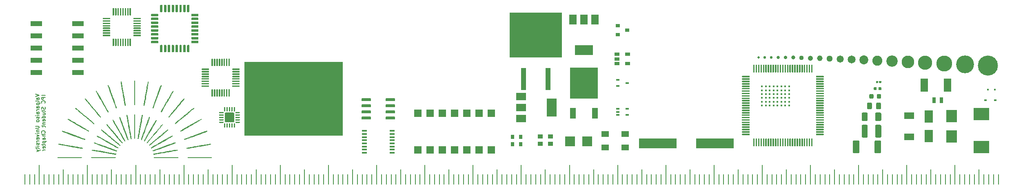
<source format=gbr>
G04 #@! TF.GenerationSoftware,KiCad,Pcbnew,5.1.5-52549c5~84~ubuntu18.04.1*
G04 #@! TF.CreationDate,2020-03-05T17:39:08-06:00*
G04 #@! TF.ProjectId,Valpo-PCB-Ruler,56616c70-6f2d-4504-9342-2d52756c6572,rev?*
G04 #@! TF.SameCoordinates,Original*
G04 #@! TF.FileFunction,Copper,L2,Bot*
G04 #@! TF.FilePolarity,Positive*
%FSLAX46Y46*%
G04 Gerber Fmt 4.6, Leading zero omitted, Abs format (unit mm)*
G04 Created by KiCad (PCBNEW 5.1.5-52549c5~84~ubuntu18.04.1) date 2020-03-05 17:39:08*
%MOMM*%
%LPD*%
G04 APERTURE LIST*
%ADD10C,0.100000*%
%ADD11C,0.127000*%
%ADD12C,0.200000*%
%ADD13C,0.010000*%
%ADD14C,0.400000*%
%ADD15R,1.600000X1.600000*%
%ADD16R,0.650000X0.850000*%
%ADD17R,1.000000X0.900000*%
%ADD18R,1.500000X1.200000*%
%ADD19R,2.000000X2.000000*%
%ADD20R,1.000000X0.400000*%
%ADD21R,7.875000X2.000000*%
%ADD22R,2.000000X1.500000*%
%ADD23R,2.000000X3.800000*%
%ADD24R,0.650000X0.400000*%
%ADD25R,5.800000X6.400000*%
%ADD26R,1.200000X2.200000*%
%ADD27R,10.800000X9.400000*%
%ADD28R,1.100000X4.600000*%
%ADD29R,1.500000X2.000000*%
%ADD30R,3.800000X2.000000*%
%ADD31R,0.700000X0.450000*%
%ADD32R,1.060000X0.650000*%
%ADD33R,0.900000X0.800000*%
%ADD34R,3.300000X2.500000*%
%ADD35R,2.100000X1.400000*%
%ADD36R,0.600000X0.450000*%
%ADD37R,2.300000X2.500000*%
%ADD38R,1.800000X2.500000*%
%ADD39R,0.800000X1.200000*%
%ADD40R,1.500000X2.700000*%
%ADD41R,0.350000X0.350000*%
%ADD42R,2.440000X1.120000*%
%ADD43C,0.482600*%
%ADD44C,0.533400*%
%ADD45C,0.584200*%
%ADD46C,0.660400*%
%ADD47C,0.736600*%
%ADD48C,0.838200*%
%ADD49C,1.041400*%
%ADD50C,1.168400*%
%ADD51C,1.295400*%
%ADD52C,1.473200*%
%ADD53C,1.651000*%
%ADD54C,1.854200*%
%ADD55C,2.082800*%
%ADD56C,2.336800*%
%ADD57C,2.616200*%
%ADD58C,4.165600*%
%ADD59C,3.708400*%
%ADD60C,3.302000*%
%ADD61C,2.946400*%
%ADD62C,0.939800*%
G04 APERTURE END LIST*
D10*
G36*
X116840000Y-91440000D02*
G01*
X96520000Y-91440000D01*
X96520000Y-76200000D01*
X116840000Y-76200000D01*
X116840000Y-91440000D01*
G37*
X116840000Y-91440000D02*
X96520000Y-91440000D01*
X96520000Y-76200000D01*
X116840000Y-76200000D01*
X116840000Y-91440000D01*
D11*
X53176714Y-82931000D02*
X53938714Y-83185000D01*
X53176714Y-83439000D01*
X53938714Y-84019571D02*
X53539571Y-84019571D01*
X53467000Y-83983285D01*
X53430714Y-83910714D01*
X53430714Y-83765571D01*
X53467000Y-83693000D01*
X53902428Y-84019571D02*
X53938714Y-83947000D01*
X53938714Y-83765571D01*
X53902428Y-83693000D01*
X53829857Y-83656714D01*
X53757285Y-83656714D01*
X53684714Y-83693000D01*
X53648428Y-83765571D01*
X53648428Y-83947000D01*
X53612142Y-84019571D01*
X53938714Y-84491285D02*
X53902428Y-84418714D01*
X53829857Y-84382428D01*
X53176714Y-84382428D01*
X53430714Y-84781571D02*
X54192714Y-84781571D01*
X53467000Y-84781571D02*
X53430714Y-84854142D01*
X53430714Y-84999285D01*
X53467000Y-85071857D01*
X53503285Y-85108142D01*
X53575857Y-85144428D01*
X53793571Y-85144428D01*
X53866142Y-85108142D01*
X53902428Y-85071857D01*
X53938714Y-84999285D01*
X53938714Y-84854142D01*
X53902428Y-84781571D01*
X53938714Y-85797571D02*
X53539571Y-85797571D01*
X53467000Y-85761285D01*
X53430714Y-85688714D01*
X53430714Y-85543571D01*
X53467000Y-85471000D01*
X53902428Y-85797571D02*
X53938714Y-85725000D01*
X53938714Y-85543571D01*
X53902428Y-85471000D01*
X53829857Y-85434714D01*
X53757285Y-85434714D01*
X53684714Y-85471000D01*
X53648428Y-85543571D01*
X53648428Y-85725000D01*
X53612142Y-85797571D01*
X53938714Y-86160428D02*
X53430714Y-86160428D01*
X53575857Y-86160428D02*
X53503285Y-86196714D01*
X53467000Y-86233000D01*
X53430714Y-86305571D01*
X53430714Y-86378142D01*
X53938714Y-86958714D02*
X53539571Y-86958714D01*
X53467000Y-86922428D01*
X53430714Y-86849857D01*
X53430714Y-86704714D01*
X53467000Y-86632142D01*
X53902428Y-86958714D02*
X53938714Y-86886142D01*
X53938714Y-86704714D01*
X53902428Y-86632142D01*
X53829857Y-86595857D01*
X53757285Y-86595857D01*
X53684714Y-86632142D01*
X53648428Y-86704714D01*
X53648428Y-86886142D01*
X53612142Y-86958714D01*
X53938714Y-87321571D02*
X53430714Y-87321571D01*
X53176714Y-87321571D02*
X53213000Y-87285285D01*
X53249285Y-87321571D01*
X53213000Y-87357857D01*
X53176714Y-87321571D01*
X53249285Y-87321571D01*
X53902428Y-87648142D02*
X53938714Y-87720714D01*
X53938714Y-87865857D01*
X53902428Y-87938428D01*
X53829857Y-87974714D01*
X53793571Y-87974714D01*
X53721000Y-87938428D01*
X53684714Y-87865857D01*
X53684714Y-87757000D01*
X53648428Y-87684428D01*
X53575857Y-87648142D01*
X53539571Y-87648142D01*
X53467000Y-87684428D01*
X53430714Y-87757000D01*
X53430714Y-87865857D01*
X53467000Y-87938428D01*
X53938714Y-88410142D02*
X53902428Y-88337571D01*
X53866142Y-88301285D01*
X53793571Y-88265000D01*
X53575857Y-88265000D01*
X53503285Y-88301285D01*
X53467000Y-88337571D01*
X53430714Y-88410142D01*
X53430714Y-88519000D01*
X53467000Y-88591571D01*
X53503285Y-88627857D01*
X53575857Y-88664142D01*
X53793571Y-88664142D01*
X53866142Y-88627857D01*
X53902428Y-88591571D01*
X53938714Y-88519000D01*
X53938714Y-88410142D01*
X53176714Y-89571285D02*
X53793571Y-89571285D01*
X53866142Y-89607571D01*
X53902428Y-89643857D01*
X53938714Y-89716428D01*
X53938714Y-89861571D01*
X53902428Y-89934142D01*
X53866142Y-89970428D01*
X53793571Y-90006714D01*
X53176714Y-90006714D01*
X53430714Y-90369571D02*
X53938714Y-90369571D01*
X53503285Y-90369571D02*
X53467000Y-90405857D01*
X53430714Y-90478428D01*
X53430714Y-90587285D01*
X53467000Y-90659857D01*
X53539571Y-90696142D01*
X53938714Y-90696142D01*
X53938714Y-91059000D02*
X53430714Y-91059000D01*
X53176714Y-91059000D02*
X53213000Y-91022714D01*
X53249285Y-91059000D01*
X53213000Y-91095285D01*
X53176714Y-91059000D01*
X53249285Y-91059000D01*
X53430714Y-91349285D02*
X53938714Y-91530714D01*
X53430714Y-91712142D01*
X53902428Y-92292714D02*
X53938714Y-92220142D01*
X53938714Y-92075000D01*
X53902428Y-92002428D01*
X53829857Y-91966142D01*
X53539571Y-91966142D01*
X53467000Y-92002428D01*
X53430714Y-92075000D01*
X53430714Y-92220142D01*
X53467000Y-92292714D01*
X53539571Y-92329000D01*
X53612142Y-92329000D01*
X53684714Y-91966142D01*
X53938714Y-92655571D02*
X53430714Y-92655571D01*
X53575857Y-92655571D02*
X53503285Y-92691857D01*
X53467000Y-92728142D01*
X53430714Y-92800714D01*
X53430714Y-92873285D01*
X53902428Y-93091000D02*
X53938714Y-93163571D01*
X53938714Y-93308714D01*
X53902428Y-93381285D01*
X53829857Y-93417571D01*
X53793571Y-93417571D01*
X53721000Y-93381285D01*
X53684714Y-93308714D01*
X53684714Y-93199857D01*
X53648428Y-93127285D01*
X53575857Y-93091000D01*
X53539571Y-93091000D01*
X53467000Y-93127285D01*
X53430714Y-93199857D01*
X53430714Y-93308714D01*
X53467000Y-93381285D01*
X53938714Y-93744142D02*
X53430714Y-93744142D01*
X53176714Y-93744142D02*
X53213000Y-93707857D01*
X53249285Y-93744142D01*
X53213000Y-93780428D01*
X53176714Y-93744142D01*
X53249285Y-93744142D01*
X53430714Y-93998142D02*
X53430714Y-94288428D01*
X53176714Y-94107000D02*
X53829857Y-94107000D01*
X53902428Y-94143285D01*
X53938714Y-94215857D01*
X53938714Y-94288428D01*
X53430714Y-94469857D02*
X53938714Y-94651285D01*
X53430714Y-94832714D02*
X53938714Y-94651285D01*
X54120142Y-94578714D01*
X54156428Y-94542428D01*
X54192714Y-94469857D01*
X55208714Y-83203142D02*
X54446714Y-83203142D01*
X55208714Y-83566000D02*
X54446714Y-83566000D01*
X54446714Y-83856285D01*
X54483000Y-83928857D01*
X54519285Y-83965142D01*
X54591857Y-84001428D01*
X54700714Y-84001428D01*
X54773285Y-83965142D01*
X54809571Y-83928857D01*
X54845857Y-83856285D01*
X54845857Y-83566000D01*
X55136142Y-84763428D02*
X55172428Y-84727142D01*
X55208714Y-84618285D01*
X55208714Y-84545714D01*
X55172428Y-84436857D01*
X55099857Y-84364285D01*
X55027285Y-84328000D01*
X54882142Y-84291714D01*
X54773285Y-84291714D01*
X54628142Y-84328000D01*
X54555571Y-84364285D01*
X54483000Y-84436857D01*
X54446714Y-84545714D01*
X54446714Y-84618285D01*
X54483000Y-84727142D01*
X54519285Y-84763428D01*
X55172428Y-85634285D02*
X55208714Y-85743142D01*
X55208714Y-85924571D01*
X55172428Y-85997142D01*
X55136142Y-86033428D01*
X55063571Y-86069714D01*
X54991000Y-86069714D01*
X54918428Y-86033428D01*
X54882142Y-85997142D01*
X54845857Y-85924571D01*
X54809571Y-85779428D01*
X54773285Y-85706857D01*
X54737000Y-85670571D01*
X54664428Y-85634285D01*
X54591857Y-85634285D01*
X54519285Y-85670571D01*
X54483000Y-85706857D01*
X54446714Y-85779428D01*
X54446714Y-85960857D01*
X54483000Y-86069714D01*
X54700714Y-86287428D02*
X54700714Y-86577714D01*
X54446714Y-86396285D02*
X55099857Y-86396285D01*
X55172428Y-86432571D01*
X55208714Y-86505142D01*
X55208714Y-86577714D01*
X54700714Y-87158285D02*
X55208714Y-87158285D01*
X54700714Y-86831714D02*
X55099857Y-86831714D01*
X55172428Y-86868000D01*
X55208714Y-86940571D01*
X55208714Y-87049428D01*
X55172428Y-87122000D01*
X55136142Y-87158285D01*
X55208714Y-87847714D02*
X54446714Y-87847714D01*
X55172428Y-87847714D02*
X55208714Y-87775142D01*
X55208714Y-87630000D01*
X55172428Y-87557428D01*
X55136142Y-87521142D01*
X55063571Y-87484857D01*
X54845857Y-87484857D01*
X54773285Y-87521142D01*
X54737000Y-87557428D01*
X54700714Y-87630000D01*
X54700714Y-87775142D01*
X54737000Y-87847714D01*
X55172428Y-88500857D02*
X55208714Y-88428285D01*
X55208714Y-88283142D01*
X55172428Y-88210571D01*
X55099857Y-88174285D01*
X54809571Y-88174285D01*
X54737000Y-88210571D01*
X54700714Y-88283142D01*
X54700714Y-88428285D01*
X54737000Y-88500857D01*
X54809571Y-88537142D01*
X54882142Y-88537142D01*
X54954714Y-88174285D01*
X54700714Y-88863714D02*
X55208714Y-88863714D01*
X54773285Y-88863714D02*
X54737000Y-88900000D01*
X54700714Y-88972571D01*
X54700714Y-89081428D01*
X54737000Y-89154000D01*
X54809571Y-89190285D01*
X55208714Y-89190285D01*
X54700714Y-89444285D02*
X54700714Y-89734571D01*
X54446714Y-89553142D02*
X55099857Y-89553142D01*
X55172428Y-89589428D01*
X55208714Y-89662000D01*
X55208714Y-89734571D01*
X55136142Y-91004571D02*
X55172428Y-90968285D01*
X55208714Y-90859428D01*
X55208714Y-90786857D01*
X55172428Y-90678000D01*
X55099857Y-90605428D01*
X55027285Y-90569142D01*
X54882142Y-90532857D01*
X54773285Y-90532857D01*
X54628142Y-90569142D01*
X54555571Y-90605428D01*
X54483000Y-90678000D01*
X54446714Y-90786857D01*
X54446714Y-90859428D01*
X54483000Y-90968285D01*
X54519285Y-91004571D01*
X55208714Y-91331142D02*
X54446714Y-91331142D01*
X55208714Y-91657714D02*
X54809571Y-91657714D01*
X54737000Y-91621428D01*
X54700714Y-91548857D01*
X54700714Y-91440000D01*
X54737000Y-91367428D01*
X54773285Y-91331142D01*
X55208714Y-92347142D02*
X54809571Y-92347142D01*
X54737000Y-92310857D01*
X54700714Y-92238285D01*
X54700714Y-92093142D01*
X54737000Y-92020571D01*
X55172428Y-92347142D02*
X55208714Y-92274571D01*
X55208714Y-92093142D01*
X55172428Y-92020571D01*
X55099857Y-91984285D01*
X55027285Y-91984285D01*
X54954714Y-92020571D01*
X54918428Y-92093142D01*
X54918428Y-92274571D01*
X54882142Y-92347142D01*
X54700714Y-92710000D02*
X55462714Y-92710000D01*
X54737000Y-92710000D02*
X54700714Y-92782571D01*
X54700714Y-92927714D01*
X54737000Y-93000285D01*
X54773285Y-93036571D01*
X54845857Y-93072857D01*
X55063571Y-93072857D01*
X55136142Y-93036571D01*
X55172428Y-93000285D01*
X55208714Y-92927714D01*
X55208714Y-92782571D01*
X55172428Y-92710000D01*
X54700714Y-93290571D02*
X54700714Y-93580857D01*
X54446714Y-93399428D02*
X55099857Y-93399428D01*
X55172428Y-93435714D01*
X55208714Y-93508285D01*
X55208714Y-93580857D01*
X55172428Y-94125142D02*
X55208714Y-94052571D01*
X55208714Y-93907428D01*
X55172428Y-93834857D01*
X55099857Y-93798571D01*
X54809571Y-93798571D01*
X54737000Y-93834857D01*
X54700714Y-93907428D01*
X54700714Y-94052571D01*
X54737000Y-94125142D01*
X54809571Y-94161428D01*
X54882142Y-94161428D01*
X54954714Y-93798571D01*
X55208714Y-94488000D02*
X54700714Y-94488000D01*
X54845857Y-94488000D02*
X54773285Y-94524285D01*
X54737000Y-94560571D01*
X54700714Y-94633142D01*
X54700714Y-94705714D01*
D12*
X51000000Y-101600000D02*
X51000000Y-99600000D01*
X52000000Y-101600000D02*
X52000000Y-99600000D01*
X53000000Y-101600000D02*
X53000000Y-99600000D01*
X57000000Y-101600000D02*
X57000000Y-99600000D01*
X55000000Y-101600000D02*
X55000000Y-99600000D01*
X60000000Y-101600000D02*
X60000000Y-99600000D01*
X61000000Y-101600000D02*
X61000000Y-99600000D01*
X62000000Y-101600000D02*
X62000000Y-99600000D01*
X54000000Y-101600000D02*
X54000000Y-97600000D01*
X58000000Y-101600000D02*
X58000000Y-99600000D01*
X63000000Y-101600000D02*
X63000000Y-99600000D01*
X56000000Y-101600000D02*
X56000000Y-99600000D01*
X59000000Y-101600000D02*
X59000000Y-98600000D01*
X67000000Y-101600000D02*
X67000000Y-99600000D01*
X65000000Y-101600000D02*
X65000000Y-99600000D01*
X70000000Y-101600000D02*
X70000000Y-99600000D01*
X71000000Y-101600000D02*
X71000000Y-99600000D01*
X72000000Y-101600000D02*
X72000000Y-99600000D01*
X64000000Y-101600000D02*
X64000000Y-97600000D01*
X68000000Y-101600000D02*
X68000000Y-99600000D01*
X73000000Y-101600000D02*
X73000000Y-99600000D01*
X66000000Y-101600000D02*
X66000000Y-99600000D01*
X69000000Y-101600000D02*
X69000000Y-98600000D01*
X77000000Y-101600000D02*
X77000000Y-99600000D01*
X75000000Y-101600000D02*
X75000000Y-99600000D01*
X80000000Y-101600000D02*
X80000000Y-99600000D01*
X81000000Y-101600000D02*
X81000000Y-99600000D01*
X82000000Y-101600000D02*
X82000000Y-99600000D01*
X74000000Y-101600000D02*
X74000000Y-97600000D01*
X78000000Y-101600000D02*
X78000000Y-99600000D01*
X83000000Y-101600000D02*
X83000000Y-99600000D01*
X76000000Y-101600000D02*
X76000000Y-99600000D01*
X79000000Y-101600000D02*
X79000000Y-98600000D01*
X87000000Y-101600000D02*
X87000000Y-99600000D01*
X85000000Y-101600000D02*
X85000000Y-99600000D01*
X90000000Y-101600000D02*
X90000000Y-99600000D01*
X91000000Y-101600000D02*
X91000000Y-99600000D01*
X92000000Y-101600000D02*
X92000000Y-99600000D01*
X84000000Y-101600000D02*
X84000000Y-97600000D01*
X88000000Y-101600000D02*
X88000000Y-99600000D01*
X93000000Y-101600000D02*
X93000000Y-99600000D01*
X86000000Y-101600000D02*
X86000000Y-99600000D01*
X89000000Y-101600000D02*
X89000000Y-98600000D01*
X97000000Y-101600000D02*
X97000000Y-99600000D01*
X95000000Y-101600000D02*
X95000000Y-99600000D01*
X100000000Y-101600000D02*
X100000000Y-99600000D01*
X101000000Y-101600000D02*
X101000000Y-99600000D01*
X102000000Y-101600000D02*
X102000000Y-99600000D01*
X94000000Y-101600000D02*
X94000000Y-97600000D01*
X98000000Y-101600000D02*
X98000000Y-99600000D01*
X103000000Y-101600000D02*
X103000000Y-99600000D01*
X96000000Y-101600000D02*
X96000000Y-99600000D01*
X99000000Y-101600000D02*
X99000000Y-98600000D01*
X107000000Y-101600000D02*
X107000000Y-99600000D01*
X105000000Y-101600000D02*
X105000000Y-99600000D01*
X110000000Y-101600000D02*
X110000000Y-99600000D01*
X111000000Y-101600000D02*
X111000000Y-99600000D01*
X112000000Y-101600000D02*
X112000000Y-99600000D01*
X104000000Y-101600000D02*
X104000000Y-97600000D01*
X108000000Y-101600000D02*
X108000000Y-99600000D01*
X113000000Y-101600000D02*
X113000000Y-99600000D01*
X106000000Y-101600000D02*
X106000000Y-99600000D01*
X109000000Y-101600000D02*
X109000000Y-98600000D01*
X117000000Y-101600000D02*
X117000000Y-99600000D01*
X115000000Y-101600000D02*
X115000000Y-99600000D01*
X120000000Y-101600000D02*
X120000000Y-99600000D01*
X121000000Y-101600000D02*
X121000000Y-99600000D01*
X122000000Y-101600000D02*
X122000000Y-99600000D01*
X114000000Y-101600000D02*
X114000000Y-97600000D01*
X118000000Y-101600000D02*
X118000000Y-99600000D01*
X123000000Y-101600000D02*
X123000000Y-99600000D01*
X116000000Y-101600000D02*
X116000000Y-99600000D01*
X119000000Y-101600000D02*
X119000000Y-98600000D01*
X127000000Y-101600000D02*
X127000000Y-99600000D01*
X125000000Y-101600000D02*
X125000000Y-99600000D01*
X130000000Y-101600000D02*
X130000000Y-99600000D01*
X131000000Y-101600000D02*
X131000000Y-99600000D01*
X132000000Y-101600000D02*
X132000000Y-99600000D01*
X124000000Y-101600000D02*
X124000000Y-97600000D01*
X128000000Y-101600000D02*
X128000000Y-99600000D01*
X133000000Y-101600000D02*
X133000000Y-99600000D01*
X126000000Y-101600000D02*
X126000000Y-99600000D01*
X129000000Y-101600000D02*
X129000000Y-98600000D01*
X137000000Y-101600000D02*
X137000000Y-99600000D01*
X135000000Y-101600000D02*
X135000000Y-99600000D01*
X140000000Y-101600000D02*
X140000000Y-99600000D01*
X141000000Y-101600000D02*
X141000000Y-99600000D01*
X142000000Y-101600000D02*
X142000000Y-99600000D01*
X134000000Y-101600000D02*
X134000000Y-97600000D01*
X138000000Y-101600000D02*
X138000000Y-99600000D01*
X143000000Y-101600000D02*
X143000000Y-99600000D01*
X136000000Y-101600000D02*
X136000000Y-99600000D01*
X139000000Y-101600000D02*
X139000000Y-98600000D01*
X147000000Y-101600000D02*
X147000000Y-99600000D01*
X145000000Y-101600000D02*
X145000000Y-99600000D01*
X150000000Y-101600000D02*
X150000000Y-99600000D01*
X151000000Y-101600000D02*
X151000000Y-99600000D01*
X152000000Y-101600000D02*
X152000000Y-99600000D01*
X144000000Y-101600000D02*
X144000000Y-97600000D01*
X148000000Y-101600000D02*
X148000000Y-99600000D01*
X153000000Y-101600000D02*
X153000000Y-99600000D01*
X146000000Y-101600000D02*
X146000000Y-99600000D01*
X149000000Y-101600000D02*
X149000000Y-98600000D01*
X157000000Y-101600000D02*
X157000000Y-99600000D01*
X155000000Y-101600000D02*
X155000000Y-99600000D01*
X160000000Y-101600000D02*
X160000000Y-99600000D01*
X161000000Y-101600000D02*
X161000000Y-99600000D01*
X162000000Y-101600000D02*
X162000000Y-99600000D01*
X154000000Y-101600000D02*
X154000000Y-97600000D01*
X158000000Y-101600000D02*
X158000000Y-99600000D01*
X163000000Y-101600000D02*
X163000000Y-99600000D01*
X156000000Y-101600000D02*
X156000000Y-99600000D01*
X159000000Y-101600000D02*
X159000000Y-98600000D01*
X167000000Y-101600000D02*
X167000000Y-99600000D01*
X165000000Y-101600000D02*
X165000000Y-99600000D01*
X170000000Y-101600000D02*
X170000000Y-99600000D01*
X171000000Y-101600000D02*
X171000000Y-99600000D01*
X172000000Y-101600000D02*
X172000000Y-99600000D01*
X164000000Y-101600000D02*
X164000000Y-97600000D01*
X168000000Y-101600000D02*
X168000000Y-99600000D01*
X173000000Y-101600000D02*
X173000000Y-99600000D01*
X166000000Y-101600000D02*
X166000000Y-99600000D01*
X169000000Y-101600000D02*
X169000000Y-98600000D01*
X177000000Y-101600000D02*
X177000000Y-99600000D01*
X175000000Y-101600000D02*
X175000000Y-99600000D01*
X180000000Y-101600000D02*
X180000000Y-99600000D01*
X181000000Y-101600000D02*
X181000000Y-99600000D01*
X182000000Y-101600000D02*
X182000000Y-99600000D01*
X174000000Y-101600000D02*
X174000000Y-97600000D01*
X178000000Y-101600000D02*
X178000000Y-99600000D01*
X183000000Y-101600000D02*
X183000000Y-99600000D01*
X176000000Y-101600000D02*
X176000000Y-99600000D01*
X179000000Y-101600000D02*
X179000000Y-98600000D01*
X187000000Y-101600000D02*
X187000000Y-99600000D01*
X185000000Y-101600000D02*
X185000000Y-99600000D01*
X190000000Y-101600000D02*
X190000000Y-99600000D01*
X191000000Y-101600000D02*
X191000000Y-99600000D01*
X192000000Y-101600000D02*
X192000000Y-99600000D01*
X184000000Y-101600000D02*
X184000000Y-97600000D01*
X188000000Y-101600000D02*
X188000000Y-99600000D01*
X193000000Y-101600000D02*
X193000000Y-99600000D01*
X186000000Y-101600000D02*
X186000000Y-99600000D01*
X189000000Y-101600000D02*
X189000000Y-98600000D01*
X197000000Y-101600000D02*
X197000000Y-99600000D01*
X195000000Y-101600000D02*
X195000000Y-99600000D01*
X200000000Y-101600000D02*
X200000000Y-99600000D01*
X201000000Y-101600000D02*
X201000000Y-99600000D01*
X202000000Y-101600000D02*
X202000000Y-99600000D01*
X194000000Y-101600000D02*
X194000000Y-97600000D01*
X198000000Y-101600000D02*
X198000000Y-99600000D01*
X203000000Y-101600000D02*
X203000000Y-99600000D01*
X196000000Y-101600000D02*
X196000000Y-99600000D01*
X199000000Y-101600000D02*
X199000000Y-98600000D01*
X207000000Y-101600000D02*
X207000000Y-99600000D01*
X205000000Y-101600000D02*
X205000000Y-99600000D01*
X210000000Y-101600000D02*
X210000000Y-99600000D01*
X211000000Y-101600000D02*
X211000000Y-99600000D01*
X212000000Y-101600000D02*
X212000000Y-99600000D01*
X204000000Y-101600000D02*
X204000000Y-97600000D01*
X208000000Y-101600000D02*
X208000000Y-99600000D01*
X213000000Y-101600000D02*
X213000000Y-99600000D01*
X206000000Y-101600000D02*
X206000000Y-99600000D01*
X209000000Y-101600000D02*
X209000000Y-98600000D01*
X217000000Y-101600000D02*
X217000000Y-99600000D01*
X215000000Y-101600000D02*
X215000000Y-99600000D01*
X220000000Y-101600000D02*
X220000000Y-99600000D01*
X221000000Y-101600000D02*
X221000000Y-99600000D01*
X222000000Y-101600000D02*
X222000000Y-99600000D01*
X214000000Y-101600000D02*
X214000000Y-97600000D01*
X218000000Y-101600000D02*
X218000000Y-99600000D01*
X223000000Y-101600000D02*
X223000000Y-99600000D01*
X216000000Y-101600000D02*
X216000000Y-99600000D01*
X219000000Y-101600000D02*
X219000000Y-98600000D01*
X227000000Y-101600000D02*
X227000000Y-99600000D01*
X225000000Y-101600000D02*
X225000000Y-99600000D01*
X230000000Y-101600000D02*
X230000000Y-99600000D01*
X231000000Y-101600000D02*
X231000000Y-99600000D01*
X232000000Y-101600000D02*
X232000000Y-99600000D01*
X224000000Y-101600000D02*
X224000000Y-97600000D01*
X228000000Y-101600000D02*
X228000000Y-99600000D01*
X233000000Y-101600000D02*
X233000000Y-99600000D01*
X226000000Y-101600000D02*
X226000000Y-99600000D01*
X229000000Y-101600000D02*
X229000000Y-98600000D01*
X237000000Y-101600000D02*
X237000000Y-99600000D01*
X235000000Y-101600000D02*
X235000000Y-99600000D01*
X240000000Y-101600000D02*
X240000000Y-99600000D01*
X241000000Y-101600000D02*
X241000000Y-99600000D01*
X242000000Y-101600000D02*
X242000000Y-99600000D01*
X234000000Y-101600000D02*
X234000000Y-97600000D01*
X238000000Y-101600000D02*
X238000000Y-99600000D01*
X243000000Y-101600000D02*
X243000000Y-99600000D01*
X236000000Y-101600000D02*
X236000000Y-99600000D01*
X239000000Y-101600000D02*
X239000000Y-98600000D01*
X245000000Y-101600000D02*
X245000000Y-99600000D01*
X246000000Y-101600000D02*
X246000000Y-99600000D01*
X247000000Y-101600000D02*
X247000000Y-99600000D01*
X248000000Y-101600000D02*
X248000000Y-99600000D01*
X250000000Y-101600000D02*
X250000000Y-99600000D01*
X251000000Y-101600000D02*
X251000000Y-99600000D01*
X252000000Y-101600000D02*
X252000000Y-99600000D01*
X253000000Y-101600000D02*
X253000000Y-99600000D01*
X249000000Y-101600000D02*
X249000000Y-98600000D01*
X244000000Y-101600000D02*
X244000000Y-97600000D01*
D13*
G36*
X60749678Y-96002296D02*
G01*
X61170054Y-96002748D01*
X61529112Y-96003622D01*
X61831473Y-96005014D01*
X62081753Y-96007022D01*
X62284574Y-96009745D01*
X62444553Y-96013280D01*
X62566309Y-96017724D01*
X62654461Y-96023176D01*
X62713629Y-96029733D01*
X62748431Y-96037493D01*
X62763487Y-96046553D01*
X62764313Y-96055084D01*
X62753761Y-96065357D01*
X62727410Y-96074233D01*
X62680557Y-96081813D01*
X62608495Y-96088194D01*
X62506517Y-96093475D01*
X62369918Y-96097755D01*
X62193993Y-96101133D01*
X61974035Y-96103708D01*
X61705338Y-96105577D01*
X61383197Y-96106841D01*
X61002906Y-96107598D01*
X60559758Y-96107946D01*
X60243059Y-96108000D01*
X59758186Y-96107865D01*
X59339197Y-96107394D01*
X58981420Y-96106489D01*
X58680183Y-96105050D01*
X58430816Y-96102978D01*
X58228646Y-96100175D01*
X58069002Y-96096542D01*
X57947212Y-96091980D01*
X57858606Y-96086390D01*
X57798511Y-96079674D01*
X57762255Y-96071732D01*
X57745169Y-96062466D01*
X57742111Y-96055084D01*
X57748484Y-96044863D01*
X57770703Y-96036026D01*
X57813423Y-96028474D01*
X57881295Y-96022110D01*
X57978973Y-96016836D01*
X58111109Y-96012555D01*
X58282357Y-96009168D01*
X58497370Y-96006579D01*
X58760800Y-96004689D01*
X59077301Y-96003402D01*
X59451525Y-96002618D01*
X59888126Y-96002241D01*
X60263365Y-96002167D01*
X60749678Y-96002296D01*
G37*
X60749678Y-96002296D02*
X61170054Y-96002748D01*
X61529112Y-96003622D01*
X61831473Y-96005014D01*
X62081753Y-96007022D01*
X62284574Y-96009745D01*
X62444553Y-96013280D01*
X62566309Y-96017724D01*
X62654461Y-96023176D01*
X62713629Y-96029733D01*
X62748431Y-96037493D01*
X62763487Y-96046553D01*
X62764313Y-96055084D01*
X62753761Y-96065357D01*
X62727410Y-96074233D01*
X62680557Y-96081813D01*
X62608495Y-96088194D01*
X62506517Y-96093475D01*
X62369918Y-96097755D01*
X62193993Y-96101133D01*
X61974035Y-96103708D01*
X61705338Y-96105577D01*
X61383197Y-96106841D01*
X61002906Y-96107598D01*
X60559758Y-96107946D01*
X60243059Y-96108000D01*
X59758186Y-96107865D01*
X59339197Y-96107394D01*
X58981420Y-96106489D01*
X58680183Y-96105050D01*
X58430816Y-96102978D01*
X58228646Y-96100175D01*
X58069002Y-96096542D01*
X57947212Y-96091980D01*
X57858606Y-96086390D01*
X57798511Y-96079674D01*
X57762255Y-96071732D01*
X57745169Y-96062466D01*
X57742111Y-96055084D01*
X57748484Y-96044863D01*
X57770703Y-96036026D01*
X57813423Y-96028474D01*
X57881295Y-96022110D01*
X57978973Y-96016836D01*
X58111109Y-96012555D01*
X58282357Y-96009168D01*
X58497370Y-96006579D01*
X58760800Y-96004689D01*
X59077301Y-96003402D01*
X59451525Y-96002618D01*
X59888126Y-96002241D01*
X60263365Y-96002167D01*
X60749678Y-96002296D01*
G36*
X67769955Y-96002296D02*
G01*
X68190331Y-96002748D01*
X68549390Y-96003622D01*
X68851750Y-96005014D01*
X69102031Y-96007022D01*
X69304852Y-96009745D01*
X69464830Y-96013280D01*
X69586587Y-96017724D01*
X69674739Y-96023176D01*
X69733907Y-96029733D01*
X69768709Y-96037493D01*
X69783764Y-96046553D01*
X69784591Y-96055084D01*
X69774038Y-96065357D01*
X69747688Y-96074233D01*
X69700835Y-96081813D01*
X69628772Y-96088194D01*
X69526795Y-96093475D01*
X69390196Y-96097755D01*
X69214271Y-96101133D01*
X68994313Y-96103708D01*
X68725616Y-96105577D01*
X68403475Y-96106841D01*
X68023183Y-96107598D01*
X67580036Y-96107946D01*
X67263337Y-96108000D01*
X66778464Y-96107865D01*
X66359475Y-96107394D01*
X66001698Y-96106489D01*
X65700461Y-96105050D01*
X65451094Y-96102978D01*
X65248924Y-96100175D01*
X65089280Y-96096542D01*
X64967490Y-96091980D01*
X64878884Y-96086390D01*
X64818788Y-96079674D01*
X64782533Y-96071732D01*
X64765446Y-96062466D01*
X64762389Y-96055084D01*
X64768762Y-96044863D01*
X64790981Y-96036026D01*
X64833700Y-96028474D01*
X64901573Y-96022110D01*
X64999250Y-96016836D01*
X65131387Y-96012555D01*
X65302635Y-96009168D01*
X65517648Y-96006579D01*
X65781078Y-96004689D01*
X66097579Y-96003402D01*
X66471803Y-96002618D01*
X66908403Y-96002241D01*
X67283643Y-96002167D01*
X67769955Y-96002296D01*
G37*
X67769955Y-96002296D02*
X68190331Y-96002748D01*
X68549390Y-96003622D01*
X68851750Y-96005014D01*
X69102031Y-96007022D01*
X69304852Y-96009745D01*
X69464830Y-96013280D01*
X69586587Y-96017724D01*
X69674739Y-96023176D01*
X69733907Y-96029733D01*
X69768709Y-96037493D01*
X69783764Y-96046553D01*
X69784591Y-96055084D01*
X69774038Y-96065357D01*
X69747688Y-96074233D01*
X69700835Y-96081813D01*
X69628772Y-96088194D01*
X69526795Y-96093475D01*
X69390196Y-96097755D01*
X69214271Y-96101133D01*
X68994313Y-96103708D01*
X68725616Y-96105577D01*
X68403475Y-96106841D01*
X68023183Y-96107598D01*
X67580036Y-96107946D01*
X67263337Y-96108000D01*
X66778464Y-96107865D01*
X66359475Y-96107394D01*
X66001698Y-96106489D01*
X65700461Y-96105050D01*
X65451094Y-96102978D01*
X65248924Y-96100175D01*
X65089280Y-96096542D01*
X64967490Y-96091980D01*
X64878884Y-96086390D01*
X64818788Y-96079674D01*
X64782533Y-96071732D01*
X64765446Y-96062466D01*
X64762389Y-96055084D01*
X64768762Y-96044863D01*
X64790981Y-96036026D01*
X64833700Y-96028474D01*
X64901573Y-96022110D01*
X64999250Y-96016836D01*
X65131387Y-96012555D01*
X65302635Y-96009168D01*
X65517648Y-96006579D01*
X65781078Y-96004689D01*
X66097579Y-96003402D01*
X66471803Y-96002618D01*
X66908403Y-96002241D01*
X67283643Y-96002167D01*
X67769955Y-96002296D01*
G36*
X80734596Y-96002302D02*
G01*
X81153972Y-96002772D01*
X81512129Y-96003676D01*
X81813734Y-96005112D01*
X82063457Y-96007180D01*
X82265965Y-96009977D01*
X82425926Y-96013603D01*
X82548008Y-96018155D01*
X82636879Y-96023734D01*
X82697208Y-96030436D01*
X82733662Y-96038362D01*
X82750910Y-96047609D01*
X82754056Y-96055084D01*
X82747668Y-96065381D01*
X82725378Y-96074273D01*
X82682496Y-96081861D01*
X82614332Y-96088245D01*
X82516196Y-96093523D01*
X82383399Y-96097797D01*
X82211250Y-96101166D01*
X81995060Y-96103731D01*
X81730140Y-96105591D01*
X81411798Y-96106847D01*
X81035347Y-96107598D01*
X80596094Y-96107945D01*
X80272852Y-96108000D01*
X79860736Y-96107674D01*
X79469365Y-96106731D01*
X79104442Y-96105225D01*
X78771670Y-96103210D01*
X78476753Y-96100739D01*
X78225392Y-96097865D01*
X78023292Y-96094642D01*
X77876155Y-96091124D01*
X77789685Y-96087364D01*
X77768130Y-96084482D01*
X77744693Y-96034092D01*
X77744611Y-96031565D01*
X77778955Y-96026713D01*
X77878248Y-96022112D01*
X78036887Y-96017826D01*
X78249265Y-96013921D01*
X78509779Y-96010463D01*
X78812821Y-96007518D01*
X79152788Y-96005153D01*
X79524074Y-96003431D01*
X79921074Y-96002420D01*
X80249334Y-96002167D01*
X80734596Y-96002302D01*
G37*
X80734596Y-96002302D02*
X81153972Y-96002772D01*
X81512129Y-96003676D01*
X81813734Y-96005112D01*
X82063457Y-96007180D01*
X82265965Y-96009977D01*
X82425926Y-96013603D01*
X82548008Y-96018155D01*
X82636879Y-96023734D01*
X82697208Y-96030436D01*
X82733662Y-96038362D01*
X82750910Y-96047609D01*
X82754056Y-96055084D01*
X82747668Y-96065381D01*
X82725378Y-96074273D01*
X82682496Y-96081861D01*
X82614332Y-96088245D01*
X82516196Y-96093523D01*
X82383399Y-96097797D01*
X82211250Y-96101166D01*
X81995060Y-96103731D01*
X81730140Y-96105591D01*
X81411798Y-96106847D01*
X81035347Y-96107598D01*
X80596094Y-96107945D01*
X80272852Y-96108000D01*
X79860736Y-96107674D01*
X79469365Y-96106731D01*
X79104442Y-96105225D01*
X78771670Y-96103210D01*
X78476753Y-96100739D01*
X78225392Y-96097865D01*
X78023292Y-96094642D01*
X77876155Y-96091124D01*
X77789685Y-96087364D01*
X77768130Y-96084482D01*
X77744693Y-96034092D01*
X77744611Y-96031565D01*
X77778955Y-96026713D01*
X77878248Y-96022112D01*
X78036887Y-96017826D01*
X78249265Y-96013921D01*
X78509779Y-96010463D01*
X78812821Y-96007518D01*
X79152788Y-96005153D01*
X79524074Y-96003431D01*
X79921074Y-96002420D01*
X80249334Y-96002167D01*
X80734596Y-96002302D01*
G36*
X87720589Y-96002302D02*
G01*
X88139852Y-96002772D01*
X88497897Y-96003676D01*
X88799394Y-96005114D01*
X89049013Y-96007182D01*
X89251422Y-96009981D01*
X89411290Y-96013609D01*
X89533286Y-96018165D01*
X89622080Y-96023746D01*
X89682340Y-96030453D01*
X89718735Y-96038383D01*
X89735936Y-96047636D01*
X89739056Y-96055084D01*
X89732669Y-96065377D01*
X89710382Y-96074266D01*
X89667509Y-96081852D01*
X89599360Y-96088235D01*
X89501249Y-96093513D01*
X89368487Y-96097787D01*
X89196386Y-96101158D01*
X88980259Y-96103724D01*
X88715418Y-96105585D01*
X88397174Y-96106843D01*
X88020841Y-96107595D01*
X87581730Y-96107944D01*
X87255747Y-96108000D01*
X86771996Y-96107859D01*
X86354078Y-96107370D01*
X85997270Y-96106431D01*
X85696850Y-96104945D01*
X85448094Y-96102811D01*
X85246280Y-96099928D01*
X85086686Y-96096198D01*
X84964590Y-96091520D01*
X84875267Y-96085795D01*
X84813997Y-96078923D01*
X84776057Y-96070804D01*
X84756723Y-96061338D01*
X84752132Y-96055084D01*
X84754356Y-96044842D01*
X84772538Y-96035992D01*
X84811313Y-96028433D01*
X84875315Y-96022067D01*
X84969178Y-96016796D01*
X85097538Y-96012520D01*
X85265030Y-96009142D01*
X85476287Y-96006561D01*
X85735945Y-96004680D01*
X86048639Y-96003399D01*
X86419002Y-96002620D01*
X86851671Y-96002244D01*
X87235441Y-96002167D01*
X87720589Y-96002302D01*
G37*
X87720589Y-96002302D02*
X88139852Y-96002772D01*
X88497897Y-96003676D01*
X88799394Y-96005114D01*
X89049013Y-96007182D01*
X89251422Y-96009981D01*
X89411290Y-96013609D01*
X89533286Y-96018165D01*
X89622080Y-96023746D01*
X89682340Y-96030453D01*
X89718735Y-96038383D01*
X89735936Y-96047636D01*
X89739056Y-96055084D01*
X89732669Y-96065377D01*
X89710382Y-96074266D01*
X89667509Y-96081852D01*
X89599360Y-96088235D01*
X89501249Y-96093513D01*
X89368487Y-96097787D01*
X89196386Y-96101158D01*
X88980259Y-96103724D01*
X88715418Y-96105585D01*
X88397174Y-96106843D01*
X88020841Y-96107595D01*
X87581730Y-96107944D01*
X87255747Y-96108000D01*
X86771996Y-96107859D01*
X86354078Y-96107370D01*
X85997270Y-96106431D01*
X85696850Y-96104945D01*
X85448094Y-96102811D01*
X85246280Y-96099928D01*
X85086686Y-96096198D01*
X84964590Y-96091520D01*
X84875267Y-96085795D01*
X84813997Y-96078923D01*
X84776057Y-96070804D01*
X84756723Y-96061338D01*
X84752132Y-96055084D01*
X84754356Y-96044842D01*
X84772538Y-96035992D01*
X84811313Y-96028433D01*
X84875315Y-96022067D01*
X84969178Y-96016796D01*
X85097538Y-96012520D01*
X85265030Y-96009142D01*
X85476287Y-96006561D01*
X85735945Y-96004680D01*
X86048639Y-96003399D01*
X86419002Y-96002620D01*
X86851671Y-96002244D01*
X87235441Y-96002167D01*
X87720589Y-96002302D01*
G36*
X65007679Y-94469207D02*
G01*
X65101513Y-94479136D01*
X65230239Y-94496391D01*
X65398264Y-94521654D01*
X65609996Y-94555610D01*
X65869842Y-94598942D01*
X66182211Y-94652334D01*
X66551510Y-94716469D01*
X66982147Y-94792030D01*
X67389678Y-94863978D01*
X67797254Y-94936200D01*
X68184122Y-95004984D01*
X68544731Y-95069329D01*
X68873533Y-95128233D01*
X69164977Y-95180695D01*
X69413514Y-95225714D01*
X69613594Y-95262289D01*
X69759667Y-95289419D01*
X69846184Y-95306102D01*
X69868772Y-95311235D01*
X69870941Y-95353446D01*
X69836232Y-95403989D01*
X69787088Y-95432995D01*
X69776879Y-95433544D01*
X69733195Y-95426793D01*
X69625823Y-95408645D01*
X69460531Y-95380114D01*
X69243087Y-95342211D01*
X68979257Y-95295951D01*
X68674811Y-95242345D01*
X68335515Y-95182407D01*
X67967138Y-95117149D01*
X67575447Y-95047584D01*
X67313775Y-95001017D01*
X66911170Y-94929043D01*
X66529025Y-94860200D01*
X66173001Y-94795542D01*
X65848762Y-94736121D01*
X65561971Y-94682991D01*
X65318292Y-94637206D01*
X65123387Y-94599820D01*
X64982919Y-94571885D01*
X64902551Y-94554456D01*
X64885194Y-94549231D01*
X64880036Y-94503276D01*
X64891447Y-94476535D01*
X64907054Y-94468590D01*
X64944328Y-94465919D01*
X65007679Y-94469207D01*
G37*
X65007679Y-94469207D02*
X65101513Y-94479136D01*
X65230239Y-94496391D01*
X65398264Y-94521654D01*
X65609996Y-94555610D01*
X65869842Y-94598942D01*
X66182211Y-94652334D01*
X66551510Y-94716469D01*
X66982147Y-94792030D01*
X67389678Y-94863978D01*
X67797254Y-94936200D01*
X68184122Y-95004984D01*
X68544731Y-95069329D01*
X68873533Y-95128233D01*
X69164977Y-95180695D01*
X69413514Y-95225714D01*
X69613594Y-95262289D01*
X69759667Y-95289419D01*
X69846184Y-95306102D01*
X69868772Y-95311235D01*
X69870941Y-95353446D01*
X69836232Y-95403989D01*
X69787088Y-95432995D01*
X69776879Y-95433544D01*
X69733195Y-95426793D01*
X69625823Y-95408645D01*
X69460531Y-95380114D01*
X69243087Y-95342211D01*
X68979257Y-95295951D01*
X68674811Y-95242345D01*
X68335515Y-95182407D01*
X67967138Y-95117149D01*
X67575447Y-95047584D01*
X67313775Y-95001017D01*
X66911170Y-94929043D01*
X66529025Y-94860200D01*
X66173001Y-94795542D01*
X65848762Y-94736121D01*
X65561971Y-94682991D01*
X65318292Y-94637206D01*
X65123387Y-94599820D01*
X64982919Y-94571885D01*
X64902551Y-94554456D01*
X64885194Y-94549231D01*
X64880036Y-94503276D01*
X64891447Y-94476535D01*
X64907054Y-94468590D01*
X64944328Y-94465919D01*
X65007679Y-94469207D01*
G36*
X82568431Y-94471539D02*
G01*
X82609819Y-94477954D01*
X82633677Y-94490029D01*
X82644725Y-94507148D01*
X82647682Y-94528648D01*
X82648437Y-94535027D01*
X82647257Y-94540859D01*
X82639413Y-94547036D01*
X82620178Y-94554451D01*
X82584822Y-94563998D01*
X82528617Y-94576570D01*
X82446834Y-94593059D01*
X82334744Y-94614359D01*
X82187619Y-94641362D01*
X82000730Y-94674963D01*
X81769348Y-94716053D01*
X81488745Y-94765525D01*
X81154191Y-94824274D01*
X80760960Y-94893192D01*
X80304320Y-94973172D01*
X80161139Y-94998251D01*
X79763950Y-95067923D01*
X79386438Y-95134336D01*
X79034475Y-95196444D01*
X78713935Y-95253201D01*
X78430690Y-95303562D01*
X78190615Y-95346482D01*
X77999581Y-95380914D01*
X77863462Y-95405814D01*
X77788132Y-95420136D01*
X77775247Y-95422959D01*
X77715432Y-95409882D01*
X77695042Y-95380808D01*
X77684401Y-95321808D01*
X77690486Y-95303700D01*
X77727366Y-95294714D01*
X77828140Y-95274569D01*
X77987204Y-95244290D01*
X78198957Y-95204900D01*
X78457794Y-95157423D01*
X78758115Y-95102881D01*
X79094315Y-95042300D01*
X79460792Y-94976702D01*
X79851944Y-94907111D01*
X80151941Y-94854006D01*
X80628243Y-94769987D01*
X81039812Y-94697781D01*
X81391369Y-94636771D01*
X81687635Y-94586344D01*
X81933329Y-94545883D01*
X82133171Y-94514773D01*
X82291882Y-94492399D01*
X82414183Y-94478146D01*
X82504792Y-94471397D01*
X82568431Y-94471539D01*
G37*
X82568431Y-94471539D02*
X82609819Y-94477954D01*
X82633677Y-94490029D01*
X82644725Y-94507148D01*
X82647682Y-94528648D01*
X82648437Y-94535027D01*
X82647257Y-94540859D01*
X82639413Y-94547036D01*
X82620178Y-94554451D01*
X82584822Y-94563998D01*
X82528617Y-94576570D01*
X82446834Y-94593059D01*
X82334744Y-94614359D01*
X82187619Y-94641362D01*
X82000730Y-94674963D01*
X81769348Y-94716053D01*
X81488745Y-94765525D01*
X81154191Y-94824274D01*
X80760960Y-94893192D01*
X80304320Y-94973172D01*
X80161139Y-94998251D01*
X79763950Y-95067923D01*
X79386438Y-95134336D01*
X79034475Y-95196444D01*
X78713935Y-95253201D01*
X78430690Y-95303562D01*
X78190615Y-95346482D01*
X77999581Y-95380914D01*
X77863462Y-95405814D01*
X77788132Y-95420136D01*
X77775247Y-95422959D01*
X77715432Y-95409882D01*
X77695042Y-95380808D01*
X77684401Y-95321808D01*
X77690486Y-95303700D01*
X77727366Y-95294714D01*
X77828140Y-95274569D01*
X77987204Y-95244290D01*
X78198957Y-95204900D01*
X78457794Y-95157423D01*
X78758115Y-95102881D01*
X79094315Y-95042300D01*
X79460792Y-94976702D01*
X79851944Y-94907111D01*
X80151941Y-94854006D01*
X80628243Y-94769987D01*
X81039812Y-94697781D01*
X81391369Y-94636771D01*
X81687635Y-94586344D01*
X81933329Y-94545883D01*
X82133171Y-94514773D01*
X82291882Y-94492399D01*
X82414183Y-94478146D01*
X82504792Y-94471397D01*
X82568431Y-94471539D01*
G36*
X65365025Y-92958822D02*
G01*
X65464033Y-92989523D01*
X65618510Y-93040847D01*
X65823084Y-93110913D01*
X66072387Y-93197840D01*
X66361049Y-93299744D01*
X66683701Y-93414744D01*
X67034973Y-93540958D01*
X67409496Y-93676503D01*
X67709142Y-93785610D01*
X68185040Y-93959720D01*
X68597865Y-94111615D01*
X68951054Y-94242635D01*
X69248045Y-94354118D01*
X69492272Y-94447401D01*
X69687173Y-94523824D01*
X69836184Y-94584724D01*
X69942741Y-94631441D01*
X70010281Y-94665312D01*
X70042240Y-94687676D01*
X70045870Y-94695702D01*
X70007673Y-94746333D01*
X69983095Y-94754425D01*
X69941984Y-94743443D01*
X69840145Y-94709948D01*
X69683030Y-94655885D01*
X69476091Y-94583199D01*
X69224782Y-94493835D01*
X68934553Y-94389740D01*
X68610858Y-94272857D01*
X68259149Y-94145133D01*
X67884879Y-94008513D01*
X67611122Y-93908163D01*
X67217953Y-93763209D01*
X66847123Y-93625349D01*
X66503727Y-93496545D01*
X66192860Y-93378762D01*
X65919616Y-93273962D01*
X65689091Y-93184109D01*
X65506378Y-93111164D01*
X65376573Y-93057091D01*
X65304771Y-93023853D01*
X65291608Y-93014457D01*
X65317283Y-92958123D01*
X65326853Y-92950627D01*
X65365025Y-92958822D01*
G37*
X65365025Y-92958822D02*
X65464033Y-92989523D01*
X65618510Y-93040847D01*
X65823084Y-93110913D01*
X66072387Y-93197840D01*
X66361049Y-93299744D01*
X66683701Y-93414744D01*
X67034973Y-93540958D01*
X67409496Y-93676503D01*
X67709142Y-93785610D01*
X68185040Y-93959720D01*
X68597865Y-94111615D01*
X68951054Y-94242635D01*
X69248045Y-94354118D01*
X69492272Y-94447401D01*
X69687173Y-94523824D01*
X69836184Y-94584724D01*
X69942741Y-94631441D01*
X70010281Y-94665312D01*
X70042240Y-94687676D01*
X70045870Y-94695702D01*
X70007673Y-94746333D01*
X69983095Y-94754425D01*
X69941984Y-94743443D01*
X69840145Y-94709948D01*
X69683030Y-94655885D01*
X69476091Y-94583199D01*
X69224782Y-94493835D01*
X68934553Y-94389740D01*
X68610858Y-94272857D01*
X68259149Y-94145133D01*
X67884879Y-94008513D01*
X67611122Y-93908163D01*
X67217953Y-93763209D01*
X66847123Y-93625349D01*
X66503727Y-93496545D01*
X66192860Y-93378762D01*
X65919616Y-93273962D01*
X65689091Y-93184109D01*
X65506378Y-93111164D01*
X65376573Y-93057091D01*
X65304771Y-93023853D01*
X65291608Y-93014457D01*
X65317283Y-92958123D01*
X65326853Y-92950627D01*
X65365025Y-92958822D01*
G36*
X82196305Y-92954707D02*
G01*
X82202086Y-92959209D01*
X82213084Y-93017345D01*
X82202086Y-93037736D01*
X82164708Y-93054092D01*
X82066406Y-93092520D01*
X81912578Y-93151013D01*
X81708621Y-93227566D01*
X81459931Y-93320173D01*
X81171906Y-93426830D01*
X80849943Y-93545530D01*
X80499439Y-93674268D01*
X80125791Y-93811040D01*
X79849647Y-93911838D01*
X79390637Y-94078939D01*
X78993562Y-94222873D01*
X78654225Y-94345058D01*
X78368425Y-94446914D01*
X78131966Y-94529859D01*
X77940647Y-94595310D01*
X77790272Y-94644686D01*
X77676642Y-94679406D01*
X77595557Y-94700888D01*
X77542820Y-94710550D01*
X77514232Y-94709810D01*
X77506200Y-94703519D01*
X77513483Y-94640590D01*
X77537915Y-94615148D01*
X77579198Y-94597714D01*
X77681276Y-94558192D01*
X77838645Y-94498626D01*
X78045801Y-94421059D01*
X78297239Y-94327537D01*
X78587454Y-94220102D01*
X78910942Y-94100800D01*
X79262199Y-93971674D01*
X79635719Y-93834767D01*
X79881362Y-93744941D01*
X80338395Y-93578235D01*
X80733518Y-93434765D01*
X81070930Y-93313112D01*
X81354828Y-93211853D01*
X81589409Y-93129567D01*
X81778871Y-93064833D01*
X81927411Y-93016230D01*
X82039227Y-92982338D01*
X82118517Y-92961733D01*
X82169477Y-92952997D01*
X82196305Y-92954707D01*
G37*
X82196305Y-92954707D02*
X82202086Y-92959209D01*
X82213084Y-93017345D01*
X82202086Y-93037736D01*
X82164708Y-93054092D01*
X82066406Y-93092520D01*
X81912578Y-93151013D01*
X81708621Y-93227566D01*
X81459931Y-93320173D01*
X81171906Y-93426830D01*
X80849943Y-93545530D01*
X80499439Y-93674268D01*
X80125791Y-93811040D01*
X79849647Y-93911838D01*
X79390637Y-94078939D01*
X78993562Y-94222873D01*
X78654225Y-94345058D01*
X78368425Y-94446914D01*
X78131966Y-94529859D01*
X77940647Y-94595310D01*
X77790272Y-94644686D01*
X77676642Y-94679406D01*
X77595557Y-94700888D01*
X77542820Y-94710550D01*
X77514232Y-94709810D01*
X77506200Y-94703519D01*
X77513483Y-94640590D01*
X77537915Y-94615148D01*
X77579198Y-94597714D01*
X77681276Y-94558192D01*
X77838645Y-94498626D01*
X78045801Y-94421059D01*
X78297239Y-94327537D01*
X78587454Y-94220102D01*
X78910942Y-94100800D01*
X79262199Y-93971674D01*
X79635719Y-93834767D01*
X79881362Y-93744941D01*
X80338395Y-93578235D01*
X80733518Y-93434765D01*
X81070930Y-93313112D01*
X81354828Y-93211853D01*
X81589409Y-93129567D01*
X81778871Y-93064833D01*
X81927411Y-93016230D01*
X82039227Y-92982338D01*
X82118517Y-92961733D01*
X82169477Y-92952997D01*
X82196305Y-92954707D01*
G36*
X58038849Y-93234490D02*
G01*
X58140906Y-93249344D01*
X58298793Y-93274148D01*
X58505687Y-93307725D01*
X58754767Y-93348897D01*
X59039209Y-93396489D01*
X59352191Y-93449323D01*
X59686891Y-93506223D01*
X60036486Y-93566013D01*
X60394154Y-93627514D01*
X60753073Y-93689551D01*
X61106419Y-93750947D01*
X61447372Y-93810525D01*
X61769108Y-93867108D01*
X62064805Y-93919520D01*
X62327640Y-93966584D01*
X62550792Y-94007122D01*
X62727437Y-94039959D01*
X62850754Y-94063918D01*
X62913919Y-94077821D01*
X62918531Y-94079220D01*
X62951575Y-94112582D01*
X62934726Y-94155934D01*
X62882447Y-94190342D01*
X62827157Y-94198831D01*
X62777386Y-94192059D01*
X62664066Y-94173856D01*
X62493096Y-94145244D01*
X62270373Y-94107243D01*
X62001796Y-94060875D01*
X61693265Y-94007162D01*
X61350677Y-93947123D01*
X60979932Y-93881781D01*
X60586927Y-93812157D01*
X60343848Y-93768921D01*
X59844427Y-93679574D01*
X59411400Y-93601238D01*
X59041569Y-93533282D01*
X58731740Y-93475072D01*
X58478717Y-93425976D01*
X58279305Y-93385361D01*
X58130309Y-93352595D01*
X58028532Y-93327045D01*
X57970780Y-93308079D01*
X57953778Y-93295733D01*
X57981851Y-93241197D01*
X57999444Y-93230762D01*
X58038849Y-93234490D01*
G37*
X58038849Y-93234490D02*
X58140906Y-93249344D01*
X58298793Y-93274148D01*
X58505687Y-93307725D01*
X58754767Y-93348897D01*
X59039209Y-93396489D01*
X59352191Y-93449323D01*
X59686891Y-93506223D01*
X60036486Y-93566013D01*
X60394154Y-93627514D01*
X60753073Y-93689551D01*
X61106419Y-93750947D01*
X61447372Y-93810525D01*
X61769108Y-93867108D01*
X62064805Y-93919520D01*
X62327640Y-93966584D01*
X62550792Y-94007122D01*
X62727437Y-94039959D01*
X62850754Y-94063918D01*
X62913919Y-94077821D01*
X62918531Y-94079220D01*
X62951575Y-94112582D01*
X62934726Y-94155934D01*
X62882447Y-94190342D01*
X62827157Y-94198831D01*
X62777386Y-94192059D01*
X62664066Y-94173856D01*
X62493096Y-94145244D01*
X62270373Y-94107243D01*
X62001796Y-94060875D01*
X61693265Y-94007162D01*
X61350677Y-93947123D01*
X60979932Y-93881781D01*
X60586927Y-93812157D01*
X60343848Y-93768921D01*
X59844427Y-93679574D01*
X59411400Y-93601238D01*
X59041569Y-93533282D01*
X58731740Y-93475072D01*
X58478717Y-93425976D01*
X58279305Y-93385361D01*
X58130309Y-93352595D01*
X58028532Y-93327045D01*
X57970780Y-93308079D01*
X57953778Y-93295733D01*
X57981851Y-93241197D01*
X57999444Y-93230762D01*
X58038849Y-93234490D01*
G36*
X89515323Y-93250246D02*
G01*
X89524885Y-93267708D01*
X89515675Y-93285731D01*
X89483362Y-93305290D01*
X89423613Y-93327357D01*
X89332098Y-93352908D01*
X89204486Y-93382915D01*
X89036444Y-93418352D01*
X88823643Y-93460194D01*
X88561750Y-93509413D01*
X88246434Y-93566985D01*
X87873364Y-93633882D01*
X87438208Y-93711079D01*
X87084403Y-93773517D01*
X86678618Y-93844968D01*
X86293273Y-93912698D01*
X85933985Y-93975727D01*
X85606367Y-94033077D01*
X85316035Y-94083768D01*
X85068604Y-94126821D01*
X84869689Y-94161256D01*
X84724906Y-94186095D01*
X84639870Y-94200358D01*
X84618733Y-94203528D01*
X84588529Y-94174974D01*
X84573805Y-94145034D01*
X84559465Y-94091754D01*
X84561212Y-94078968D01*
X84599808Y-94069148D01*
X84701015Y-94048906D01*
X84858038Y-94019407D01*
X85064083Y-93981818D01*
X85312353Y-93937307D01*
X85596054Y-93887041D01*
X85908390Y-93832185D01*
X86242567Y-93773907D01*
X86591790Y-93713374D01*
X86949263Y-93651752D01*
X87308191Y-93590210D01*
X87661779Y-93529912D01*
X88003233Y-93472026D01*
X88325756Y-93417720D01*
X88622554Y-93368160D01*
X88886832Y-93324512D01*
X89111794Y-93287944D01*
X89290646Y-93259622D01*
X89416592Y-93240713D01*
X89482837Y-93232385D01*
X89491319Y-93232372D01*
X89515323Y-93250246D01*
G37*
X89515323Y-93250246D02*
X89524885Y-93267708D01*
X89515675Y-93285731D01*
X89483362Y-93305290D01*
X89423613Y-93327357D01*
X89332098Y-93352908D01*
X89204486Y-93382915D01*
X89036444Y-93418352D01*
X88823643Y-93460194D01*
X88561750Y-93509413D01*
X88246434Y-93566985D01*
X87873364Y-93633882D01*
X87438208Y-93711079D01*
X87084403Y-93773517D01*
X86678618Y-93844968D01*
X86293273Y-93912698D01*
X85933985Y-93975727D01*
X85606367Y-94033077D01*
X85316035Y-94083768D01*
X85068604Y-94126821D01*
X84869689Y-94161256D01*
X84724906Y-94186095D01*
X84639870Y-94200358D01*
X84618733Y-94203528D01*
X84588529Y-94174974D01*
X84573805Y-94145034D01*
X84559465Y-94091754D01*
X84561212Y-94078968D01*
X84599808Y-94069148D01*
X84701015Y-94048906D01*
X84858038Y-94019407D01*
X85064083Y-93981818D01*
X85312353Y-93937307D01*
X85596054Y-93887041D01*
X85908390Y-93832185D01*
X86242567Y-93773907D01*
X86591790Y-93713374D01*
X86949263Y-93651752D01*
X87308191Y-93590210D01*
X87661779Y-93529912D01*
X88003233Y-93472026D01*
X88325756Y-93417720D01*
X88622554Y-93368160D01*
X88886832Y-93324512D01*
X89111794Y-93287944D01*
X89290646Y-93259622D01*
X89416592Y-93240713D01*
X89482837Y-93232385D01*
X89491319Y-93232372D01*
X89515323Y-93250246D01*
G36*
X66015132Y-91579211D02*
G01*
X66068782Y-91598860D01*
X66146772Y-91634481D01*
X66253334Y-91688361D01*
X66392700Y-91762786D01*
X66569101Y-91860042D01*
X66786767Y-91982417D01*
X67049930Y-92132196D01*
X67362821Y-92311666D01*
X67729671Y-92523113D01*
X67990306Y-92673720D01*
X68338464Y-92875014D01*
X68673364Y-93068576D01*
X68989201Y-93251057D01*
X69280172Y-93419106D01*
X69540473Y-93569372D01*
X69764299Y-93698506D01*
X69945847Y-93803157D01*
X70079313Y-93879975D01*
X70158893Y-93925610D01*
X70169257Y-93931509D01*
X70277103Y-93995715D01*
X70332019Y-94039499D01*
X70344186Y-94073984D01*
X70328007Y-94104966D01*
X70314511Y-94113388D01*
X70289745Y-94113099D01*
X70249540Y-94101850D01*
X70189730Y-94077395D01*
X70106148Y-94037485D01*
X69994625Y-93979874D01*
X69850996Y-93902314D01*
X69671093Y-93802557D01*
X69450748Y-93678356D01*
X69185795Y-93527464D01*
X68872066Y-93347632D01*
X68505394Y-93136614D01*
X68115327Y-92911624D01*
X67756835Y-92704601D01*
X67416378Y-92507799D01*
X67098864Y-92324069D01*
X66809203Y-92156261D01*
X66552305Y-92007224D01*
X66333079Y-91879809D01*
X66156435Y-91776866D01*
X66027282Y-91701245D01*
X65950530Y-91655795D01*
X65930205Y-91643131D01*
X65937839Y-91609049D01*
X65963933Y-91578684D01*
X65981594Y-91573248D01*
X66015132Y-91579211D01*
G37*
X66015132Y-91579211D02*
X66068782Y-91598860D01*
X66146772Y-91634481D01*
X66253334Y-91688361D01*
X66392700Y-91762786D01*
X66569101Y-91860042D01*
X66786767Y-91982417D01*
X67049930Y-92132196D01*
X67362821Y-92311666D01*
X67729671Y-92523113D01*
X67990306Y-92673720D01*
X68338464Y-92875014D01*
X68673364Y-93068576D01*
X68989201Y-93251057D01*
X69280172Y-93419106D01*
X69540473Y-93569372D01*
X69764299Y-93698506D01*
X69945847Y-93803157D01*
X70079313Y-93879975D01*
X70158893Y-93925610D01*
X70169257Y-93931509D01*
X70277103Y-93995715D01*
X70332019Y-94039499D01*
X70344186Y-94073984D01*
X70328007Y-94104966D01*
X70314511Y-94113388D01*
X70289745Y-94113099D01*
X70249540Y-94101850D01*
X70189730Y-94077395D01*
X70106148Y-94037485D01*
X69994625Y-93979874D01*
X69850996Y-93902314D01*
X69671093Y-93802557D01*
X69450748Y-93678356D01*
X69185795Y-93527464D01*
X68872066Y-93347632D01*
X68505394Y-93136614D01*
X68115327Y-92911624D01*
X67756835Y-92704601D01*
X67416378Y-92507799D01*
X67098864Y-92324069D01*
X66809203Y-92156261D01*
X66552305Y-92007224D01*
X66333079Y-91879809D01*
X66156435Y-91776866D01*
X66027282Y-91701245D01*
X65950530Y-91655795D01*
X65930205Y-91643131D01*
X65937839Y-91609049D01*
X65963933Y-91578684D01*
X65981594Y-91573248D01*
X66015132Y-91579211D01*
G36*
X81541509Y-91565382D02*
G01*
X81545793Y-91568507D01*
X81569928Y-91605964D01*
X81548749Y-91642009D01*
X81478130Y-91690154D01*
X81419783Y-91724738D01*
X81309196Y-91789280D01*
X81152377Y-91880323D01*
X80955335Y-91994409D01*
X80724078Y-92128079D01*
X80464613Y-92277877D01*
X80182948Y-92440345D01*
X79885092Y-92612025D01*
X79577052Y-92789459D01*
X79264836Y-92969190D01*
X78954453Y-93147759D01*
X78651910Y-93321711D01*
X78363216Y-93487585D01*
X78094378Y-93641926D01*
X77851404Y-93781275D01*
X77640302Y-93902175D01*
X77467080Y-94001167D01*
X77337746Y-94074795D01*
X77258309Y-94119600D01*
X77234469Y-94132445D01*
X77214041Y-94104700D01*
X77200750Y-94074479D01*
X77186401Y-94020380D01*
X77188156Y-94006906D01*
X77219539Y-93988138D01*
X77307143Y-93936981D01*
X77446060Y-93856278D01*
X77631379Y-93748867D01*
X77858192Y-93617590D01*
X78121588Y-93465287D01*
X78416658Y-93294799D01*
X78738493Y-93108965D01*
X79082182Y-92910628D01*
X79346857Y-92757961D01*
X79767077Y-92515863D01*
X80130466Y-92307112D01*
X80441128Y-92129490D01*
X80703167Y-91980776D01*
X80920687Y-91858750D01*
X81097791Y-91761193D01*
X81238584Y-91685885D01*
X81347169Y-91630606D01*
X81427650Y-91593136D01*
X81484131Y-91571255D01*
X81520716Y-91562744D01*
X81541509Y-91565382D01*
G37*
X81541509Y-91565382D02*
X81545793Y-91568507D01*
X81569928Y-91605964D01*
X81548749Y-91642009D01*
X81478130Y-91690154D01*
X81419783Y-91724738D01*
X81309196Y-91789280D01*
X81152377Y-91880323D01*
X80955335Y-91994409D01*
X80724078Y-92128079D01*
X80464613Y-92277877D01*
X80182948Y-92440345D01*
X79885092Y-92612025D01*
X79577052Y-92789459D01*
X79264836Y-92969190D01*
X78954453Y-93147759D01*
X78651910Y-93321711D01*
X78363216Y-93487585D01*
X78094378Y-93641926D01*
X77851404Y-93781275D01*
X77640302Y-93902175D01*
X77467080Y-94001167D01*
X77337746Y-94074795D01*
X77258309Y-94119600D01*
X77234469Y-94132445D01*
X77214041Y-94104700D01*
X77200750Y-94074479D01*
X77186401Y-94020380D01*
X77188156Y-94006906D01*
X77219539Y-93988138D01*
X77307143Y-93936981D01*
X77446060Y-93856278D01*
X77631379Y-93748867D01*
X77858192Y-93617590D01*
X78121588Y-93465287D01*
X78416658Y-93294799D01*
X78738493Y-93108965D01*
X79082182Y-92910628D01*
X79346857Y-92757961D01*
X79767077Y-92515863D01*
X80130466Y-92307112D01*
X80441128Y-92129490D01*
X80703167Y-91980776D01*
X80920687Y-91858750D01*
X81097791Y-91761193D01*
X81238584Y-91685885D01*
X81347169Y-91630606D01*
X81427650Y-91593136D01*
X81484131Y-91571255D01*
X81520716Y-91562744D01*
X81541509Y-91565382D01*
G36*
X66891328Y-90307743D02*
G01*
X66936300Y-90332391D01*
X67001373Y-90375953D01*
X67090140Y-90441275D01*
X67206194Y-90531207D01*
X67353129Y-90648597D01*
X67534537Y-90796292D01*
X67754011Y-90977141D01*
X68015146Y-91193993D01*
X68321535Y-91449694D01*
X68676770Y-91747095D01*
X68825973Y-91872186D01*
X69200523Y-92186583D01*
X69524187Y-92458979D01*
X69800391Y-92692413D01*
X70032561Y-92889923D01*
X70224120Y-93054548D01*
X70378495Y-93189324D01*
X70499111Y-93297292D01*
X70589392Y-93381487D01*
X70652765Y-93444950D01*
X70692653Y-93490718D01*
X70712482Y-93521829D01*
X70715678Y-93541322D01*
X70713278Y-93546268D01*
X70699201Y-93552591D01*
X70672343Y-93545684D01*
X70629022Y-93522638D01*
X70565554Y-93480542D01*
X70478257Y-93416487D01*
X70363448Y-93327562D01*
X70217442Y-93210859D01*
X70036558Y-93063466D01*
X69817112Y-92882475D01*
X69555421Y-92664975D01*
X69247801Y-92408056D01*
X68890570Y-92108809D01*
X68836973Y-92063860D01*
X68524117Y-91801456D01*
X68225096Y-91550653D01*
X67944636Y-91315414D01*
X67687461Y-91099702D01*
X67458298Y-90907481D01*
X67261871Y-90742715D01*
X67102905Y-90609367D01*
X66986127Y-90511400D01*
X66916261Y-90452779D01*
X66900172Y-90439273D01*
X66836382Y-90378789D01*
X66823280Y-90338277D01*
X66847312Y-90303792D01*
X66862863Y-90299159D01*
X66891328Y-90307743D01*
G37*
X66891328Y-90307743D02*
X66936300Y-90332391D01*
X67001373Y-90375953D01*
X67090140Y-90441275D01*
X67206194Y-90531207D01*
X67353129Y-90648597D01*
X67534537Y-90796292D01*
X67754011Y-90977141D01*
X68015146Y-91193993D01*
X68321535Y-91449694D01*
X68676770Y-91747095D01*
X68825973Y-91872186D01*
X69200523Y-92186583D01*
X69524187Y-92458979D01*
X69800391Y-92692413D01*
X70032561Y-92889923D01*
X70224120Y-93054548D01*
X70378495Y-93189324D01*
X70499111Y-93297292D01*
X70589392Y-93381487D01*
X70652765Y-93444950D01*
X70692653Y-93490718D01*
X70712482Y-93521829D01*
X70715678Y-93541322D01*
X70713278Y-93546268D01*
X70699201Y-93552591D01*
X70672343Y-93545684D01*
X70629022Y-93522638D01*
X70565554Y-93480542D01*
X70478257Y-93416487D01*
X70363448Y-93327562D01*
X70217442Y-93210859D01*
X70036558Y-93063466D01*
X69817112Y-92882475D01*
X69555421Y-92664975D01*
X69247801Y-92408056D01*
X68890570Y-92108809D01*
X68836973Y-92063860D01*
X68524117Y-91801456D01*
X68225096Y-91550653D01*
X67944636Y-91315414D01*
X67687461Y-91099702D01*
X67458298Y-90907481D01*
X67261871Y-90742715D01*
X67102905Y-90609367D01*
X66986127Y-90511400D01*
X66916261Y-90452779D01*
X66900172Y-90439273D01*
X66836382Y-90378789D01*
X66823280Y-90338277D01*
X66847312Y-90303792D01*
X66862863Y-90299159D01*
X66891328Y-90307743D01*
G36*
X80656365Y-90304423D02*
G01*
X80662194Y-90325368D01*
X80637010Y-90355946D01*
X80561871Y-90427794D01*
X80441127Y-90537137D01*
X80279130Y-90680204D01*
X80080230Y-90853220D01*
X79848781Y-91052413D01*
X79589131Y-91274009D01*
X79305634Y-91514236D01*
X79002640Y-91769320D01*
X78834803Y-91909945D01*
X78457276Y-92225810D01*
X78130305Y-92499411D01*
X77850233Y-92733640D01*
X77613402Y-92931386D01*
X77416156Y-93095543D01*
X77254837Y-93229001D01*
X77125789Y-93334652D01*
X77025354Y-93415386D01*
X76949875Y-93474096D01*
X76895695Y-93513673D01*
X76859157Y-93537008D01*
X76836604Y-93546992D01*
X76824378Y-93546517D01*
X76818823Y-93538474D01*
X76816281Y-93525755D01*
X76813095Y-93511251D01*
X76812286Y-93508971D01*
X76814982Y-93435969D01*
X76834912Y-93404774D01*
X76889786Y-93354715D01*
X76990775Y-93266872D01*
X77132548Y-93145666D01*
X77309779Y-92995518D01*
X77517139Y-92820850D01*
X77749298Y-92626085D01*
X78000928Y-92415644D01*
X78266702Y-92193948D01*
X78541289Y-91965419D01*
X78819361Y-91734479D01*
X79095590Y-91505551D01*
X79364647Y-91283054D01*
X79621204Y-91071412D01*
X79859932Y-90875046D01*
X80075502Y-90698378D01*
X80262585Y-90545829D01*
X80415854Y-90421822D01*
X80529979Y-90330777D01*
X80599632Y-90277117D01*
X80619750Y-90264076D01*
X80656365Y-90304423D01*
G37*
X80656365Y-90304423D02*
X80662194Y-90325368D01*
X80637010Y-90355946D01*
X80561871Y-90427794D01*
X80441127Y-90537137D01*
X80279130Y-90680204D01*
X80080230Y-90853220D01*
X79848781Y-91052413D01*
X79589131Y-91274009D01*
X79305634Y-91514236D01*
X79002640Y-91769320D01*
X78834803Y-91909945D01*
X78457276Y-92225810D01*
X78130305Y-92499411D01*
X77850233Y-92733640D01*
X77613402Y-92931386D01*
X77416156Y-93095543D01*
X77254837Y-93229001D01*
X77125789Y-93334652D01*
X77025354Y-93415386D01*
X76949875Y-93474096D01*
X76895695Y-93513673D01*
X76859157Y-93537008D01*
X76836604Y-93546992D01*
X76824378Y-93546517D01*
X76818823Y-93538474D01*
X76816281Y-93525755D01*
X76813095Y-93511251D01*
X76812286Y-93508971D01*
X76814982Y-93435969D01*
X76834912Y-93404774D01*
X76889786Y-93354715D01*
X76990775Y-93266872D01*
X77132548Y-93145666D01*
X77309779Y-92995518D01*
X77517139Y-92820850D01*
X77749298Y-92626085D01*
X78000928Y-92415644D01*
X78266702Y-92193948D01*
X78541289Y-91965419D01*
X78819361Y-91734479D01*
X79095590Y-91505551D01*
X79364647Y-91283054D01*
X79621204Y-91071412D01*
X79859932Y-90875046D01*
X80075502Y-90698378D01*
X80262585Y-90545829D01*
X80415854Y-90421822D01*
X80529979Y-90330777D01*
X80599632Y-90277117D01*
X80619750Y-90264076D01*
X80656365Y-90304423D01*
G36*
X68010192Y-89177306D02*
G01*
X68037269Y-89206754D01*
X68105877Y-89285889D01*
X68212271Y-89410285D01*
X68352708Y-89575514D01*
X68523441Y-89777151D01*
X68720727Y-90010770D01*
X68940822Y-90271944D01*
X69179980Y-90556246D01*
X69434458Y-90859251D01*
X69599035Y-91055459D01*
X69861848Y-91368922D01*
X70112070Y-91667341D01*
X70345895Y-91946180D01*
X70559521Y-92200905D01*
X70749143Y-92426981D01*
X70910959Y-92619874D01*
X71041164Y-92775048D01*
X71135954Y-92887969D01*
X71191526Y-92954103D01*
X71204510Y-92969494D01*
X71230981Y-93018833D01*
X71195969Y-93056845D01*
X71190351Y-93060326D01*
X71173511Y-93061388D01*
X71146107Y-93046986D01*
X71105093Y-93013686D01*
X71047425Y-92958052D01*
X70970058Y-92876649D01*
X70869947Y-92766043D01*
X70744046Y-92622798D01*
X70589311Y-92443479D01*
X70402697Y-92224651D01*
X70181159Y-91962879D01*
X69921651Y-91654728D01*
X69621130Y-91296763D01*
X69517702Y-91173397D01*
X69191156Y-90783198D01*
X68908229Y-90443741D01*
X68666643Y-90152181D01*
X68464121Y-89905669D01*
X68298389Y-89701360D01*
X68167167Y-89536406D01*
X68068181Y-89407962D01*
X67999154Y-89313180D01*
X67957808Y-89249214D01*
X67941868Y-89213218D01*
X67943018Y-89204412D01*
X67990324Y-89174302D01*
X68010192Y-89177306D01*
G37*
X68010192Y-89177306D02*
X68037269Y-89206754D01*
X68105877Y-89285889D01*
X68212271Y-89410285D01*
X68352708Y-89575514D01*
X68523441Y-89777151D01*
X68720727Y-90010770D01*
X68940822Y-90271944D01*
X69179980Y-90556246D01*
X69434458Y-90859251D01*
X69599035Y-91055459D01*
X69861848Y-91368922D01*
X70112070Y-91667341D01*
X70345895Y-91946180D01*
X70559521Y-92200905D01*
X70749143Y-92426981D01*
X70910959Y-92619874D01*
X71041164Y-92775048D01*
X71135954Y-92887969D01*
X71191526Y-92954103D01*
X71204510Y-92969494D01*
X71230981Y-93018833D01*
X71195969Y-93056845D01*
X71190351Y-93060326D01*
X71173511Y-93061388D01*
X71146107Y-93046986D01*
X71105093Y-93013686D01*
X71047425Y-92958052D01*
X70970058Y-92876649D01*
X70869947Y-92766043D01*
X70744046Y-92622798D01*
X70589311Y-92443479D01*
X70402697Y-92224651D01*
X70181159Y-91962879D01*
X69921651Y-91654728D01*
X69621130Y-91296763D01*
X69517702Y-91173397D01*
X69191156Y-90783198D01*
X68908229Y-90443741D01*
X68666643Y-90152181D01*
X68464121Y-89905669D01*
X68298389Y-89701360D01*
X68167167Y-89536406D01*
X68068181Y-89407962D01*
X67999154Y-89313180D01*
X67957808Y-89249214D01*
X67941868Y-89213218D01*
X67943018Y-89204412D01*
X67990324Y-89174302D01*
X68010192Y-89177306D01*
G36*
X79555806Y-89200763D02*
G01*
X79561417Y-89221254D01*
X79539282Y-89256883D01*
X79475851Y-89340637D01*
X79375582Y-89467215D01*
X79242933Y-89631319D01*
X79082364Y-89827647D01*
X78898333Y-90050901D01*
X78695298Y-90295780D01*
X78477718Y-90556985D01*
X78250052Y-90829215D01*
X78016759Y-91107171D01*
X77782297Y-91385553D01*
X77551125Y-91659061D01*
X77327700Y-91922395D01*
X77116483Y-92170256D01*
X76921932Y-92397342D01*
X76748505Y-92598356D01*
X76600661Y-92767996D01*
X76482859Y-92900963D01*
X76399557Y-92991957D01*
X76355213Y-93035679D01*
X76349783Y-93038834D01*
X76293468Y-93019369D01*
X76283723Y-93008636D01*
X76302086Y-92976469D01*
X76361982Y-92896021D01*
X76458988Y-92772546D01*
X76588681Y-92611300D01*
X76746637Y-92417536D01*
X76928435Y-92196511D01*
X77129650Y-91953479D01*
X77345859Y-91693695D01*
X77572640Y-91422414D01*
X77805569Y-91144889D01*
X78040223Y-90866378D01*
X78272180Y-90592133D01*
X78497016Y-90327411D01*
X78710307Y-90077465D01*
X78907632Y-89847551D01*
X79084566Y-89642924D01*
X79236688Y-89468838D01*
X79359572Y-89330548D01*
X79448798Y-89233310D01*
X79499941Y-89182378D01*
X79509781Y-89175917D01*
X79555806Y-89200763D01*
G37*
X79555806Y-89200763D02*
X79561417Y-89221254D01*
X79539282Y-89256883D01*
X79475851Y-89340637D01*
X79375582Y-89467215D01*
X79242933Y-89631319D01*
X79082364Y-89827647D01*
X78898333Y-90050901D01*
X78695298Y-90295780D01*
X78477718Y-90556985D01*
X78250052Y-90829215D01*
X78016759Y-91107171D01*
X77782297Y-91385553D01*
X77551125Y-91659061D01*
X77327700Y-91922395D01*
X77116483Y-92170256D01*
X76921932Y-92397342D01*
X76748505Y-92598356D01*
X76600661Y-92767996D01*
X76482859Y-92900963D01*
X76399557Y-92991957D01*
X76355213Y-93035679D01*
X76349783Y-93038834D01*
X76293468Y-93019369D01*
X76283723Y-93008636D01*
X76302086Y-92976469D01*
X76361982Y-92896021D01*
X76458988Y-92772546D01*
X76588681Y-92611300D01*
X76746637Y-92417536D01*
X76928435Y-92196511D01*
X77129650Y-91953479D01*
X77345859Y-91693695D01*
X77572640Y-91422414D01*
X77805569Y-91144889D01*
X78040223Y-90866378D01*
X78272180Y-90592133D01*
X78497016Y-90327411D01*
X78710307Y-90077465D01*
X78907632Y-89847551D01*
X79084566Y-89642924D01*
X79236688Y-89468838D01*
X79359572Y-89330548D01*
X79448798Y-89233310D01*
X79499941Y-89182378D01*
X79509781Y-89175917D01*
X79555806Y-89200763D01*
G36*
X69296403Y-88306111D02*
G01*
X69351786Y-88391463D01*
X69434832Y-88526419D01*
X69542123Y-88705010D01*
X69670239Y-88921264D01*
X69815761Y-89169213D01*
X69975271Y-89442885D01*
X70145349Y-89736311D01*
X70322577Y-90043520D01*
X70503536Y-90358542D01*
X70684806Y-90675408D01*
X70862969Y-90988147D01*
X71034606Y-91290788D01*
X71196297Y-91577362D01*
X71344624Y-91841898D01*
X71476168Y-92078427D01*
X71587510Y-92280978D01*
X71675231Y-92443581D01*
X71735912Y-92560266D01*
X71766134Y-92625063D01*
X71768796Y-92636040D01*
X71741499Y-92677607D01*
X71704325Y-92672506D01*
X71651564Y-92615708D01*
X71577506Y-92502186D01*
X71535154Y-92430292D01*
X71195923Y-91843078D01*
X70890405Y-91313905D01*
X70616960Y-90839759D01*
X70373944Y-90417625D01*
X70159715Y-90044486D01*
X69972630Y-89717328D01*
X69811046Y-89433136D01*
X69673321Y-89188895D01*
X69557812Y-88981589D01*
X69462876Y-88808203D01*
X69386871Y-88665722D01*
X69328154Y-88551131D01*
X69285083Y-88461414D01*
X69256014Y-88393557D01*
X69239305Y-88344544D01*
X69233313Y-88311360D01*
X69236396Y-88290989D01*
X69246912Y-88280417D01*
X69263217Y-88276629D01*
X69272102Y-88276334D01*
X69296403Y-88306111D01*
G37*
X69296403Y-88306111D02*
X69351786Y-88391463D01*
X69434832Y-88526419D01*
X69542123Y-88705010D01*
X69670239Y-88921264D01*
X69815761Y-89169213D01*
X69975271Y-89442885D01*
X70145349Y-89736311D01*
X70322577Y-90043520D01*
X70503536Y-90358542D01*
X70684806Y-90675408D01*
X70862969Y-90988147D01*
X71034606Y-91290788D01*
X71196297Y-91577362D01*
X71344624Y-91841898D01*
X71476168Y-92078427D01*
X71587510Y-92280978D01*
X71675231Y-92443581D01*
X71735912Y-92560266D01*
X71766134Y-92625063D01*
X71768796Y-92636040D01*
X71741499Y-92677607D01*
X71704325Y-92672506D01*
X71651564Y-92615708D01*
X71577506Y-92502186D01*
X71535154Y-92430292D01*
X71195923Y-91843078D01*
X70890405Y-91313905D01*
X70616960Y-90839759D01*
X70373944Y-90417625D01*
X70159715Y-90044486D01*
X69972630Y-89717328D01*
X69811046Y-89433136D01*
X69673321Y-89188895D01*
X69557812Y-88981589D01*
X69462876Y-88808203D01*
X69386871Y-88665722D01*
X69328154Y-88551131D01*
X69285083Y-88461414D01*
X69256014Y-88393557D01*
X69239305Y-88344544D01*
X69233313Y-88311360D01*
X69236396Y-88290989D01*
X69246912Y-88280417D01*
X69263217Y-88276629D01*
X69272102Y-88276334D01*
X69296403Y-88306111D01*
G36*
X78235285Y-88285741D02*
G01*
X78278147Y-88321747D01*
X78280131Y-88348984D01*
X78259491Y-88394002D01*
X78207070Y-88492709D01*
X78126337Y-88639138D01*
X78020759Y-88827323D01*
X77893805Y-89051297D01*
X77748944Y-89305093D01*
X77589642Y-89582745D01*
X77419369Y-89878286D01*
X77241592Y-90185749D01*
X77059780Y-90499168D01*
X76877400Y-90812576D01*
X76697922Y-91120005D01*
X76524812Y-91415491D01*
X76361539Y-91693065D01*
X76211572Y-91946762D01*
X76078377Y-92170614D01*
X75965425Y-92358655D01*
X75876182Y-92504918D01*
X75814116Y-92603436D01*
X75782697Y-92648244D01*
X75779957Y-92650360D01*
X75724130Y-92625808D01*
X75716705Y-92616415D01*
X75730363Y-92580918D01*
X75776683Y-92489370D01*
X75852896Y-92346736D01*
X75956234Y-92157980D01*
X76083928Y-91928066D01*
X76233209Y-91661958D01*
X76401311Y-91364621D01*
X76585463Y-91041019D01*
X76782897Y-90696116D01*
X76937310Y-90427685D01*
X77194484Y-89982406D01*
X77418844Y-89595891D01*
X77612072Y-89265361D01*
X77775855Y-88988034D01*
X77911878Y-88761130D01*
X78021825Y-88581869D01*
X78107381Y-88447470D01*
X78170232Y-88355152D01*
X78212062Y-88302136D01*
X78234556Y-88285639D01*
X78235285Y-88285741D01*
G37*
X78235285Y-88285741D02*
X78278147Y-88321747D01*
X78280131Y-88348984D01*
X78259491Y-88394002D01*
X78207070Y-88492709D01*
X78126337Y-88639138D01*
X78020759Y-88827323D01*
X77893805Y-89051297D01*
X77748944Y-89305093D01*
X77589642Y-89582745D01*
X77419369Y-89878286D01*
X77241592Y-90185749D01*
X77059780Y-90499168D01*
X76877400Y-90812576D01*
X76697922Y-91120005D01*
X76524812Y-91415491D01*
X76361539Y-91693065D01*
X76211572Y-91946762D01*
X76078377Y-92170614D01*
X75965425Y-92358655D01*
X75876182Y-92504918D01*
X75814116Y-92603436D01*
X75782697Y-92648244D01*
X75779957Y-92650360D01*
X75724130Y-92625808D01*
X75716705Y-92616415D01*
X75730363Y-92580918D01*
X75776683Y-92489370D01*
X75852896Y-92346736D01*
X75956234Y-92157980D01*
X76083928Y-91928066D01*
X76233209Y-91661958D01*
X76401311Y-91364621D01*
X76585463Y-91041019D01*
X76782897Y-90696116D01*
X76937310Y-90427685D01*
X77194484Y-89982406D01*
X77418844Y-89595891D01*
X77612072Y-89265361D01*
X77775855Y-88988034D01*
X77911878Y-88761130D01*
X78021825Y-88581869D01*
X78107381Y-88447470D01*
X78170232Y-88355152D01*
X78212062Y-88302136D01*
X78234556Y-88285639D01*
X78235285Y-88285741D01*
G36*
X70671477Y-87661605D02*
G01*
X70696789Y-87702938D01*
X70732904Y-87777965D01*
X70781257Y-87890373D01*
X70843285Y-88043850D01*
X70920427Y-88242083D01*
X71014118Y-88488760D01*
X71125797Y-88787567D01*
X71256900Y-89142192D01*
X71408864Y-89556322D01*
X71563931Y-89980972D01*
X71705259Y-90368941D01*
X71839281Y-90737351D01*
X71964067Y-91080869D01*
X72077689Y-91394162D01*
X72178218Y-91671895D01*
X72263725Y-91908737D01*
X72332282Y-92099354D01*
X72381959Y-92238413D01*
X72410829Y-92320580D01*
X72417667Y-92341694D01*
X72388751Y-92364857D01*
X72354105Y-92376949D01*
X72339123Y-92373377D01*
X72319795Y-92352757D01*
X72294400Y-92310733D01*
X72261216Y-92242949D01*
X72218520Y-92145050D01*
X72164589Y-92012679D01*
X72097702Y-91841479D01*
X72016136Y-91627096D01*
X71918169Y-91365173D01*
X71802078Y-91051355D01*
X71666142Y-90681284D01*
X71508637Y-90250606D01*
X71451708Y-90094642D01*
X71311204Y-89708862D01*
X71177908Y-89341487D01*
X71053795Y-88998047D01*
X70940838Y-88684074D01*
X70841015Y-88405099D01*
X70756300Y-88166654D01*
X70688667Y-87974270D01*
X70640093Y-87833478D01*
X70612552Y-87749810D01*
X70606867Y-87728695D01*
X70626019Y-87668159D01*
X70655528Y-87650279D01*
X70671477Y-87661605D01*
G37*
X70671477Y-87661605D02*
X70696789Y-87702938D01*
X70732904Y-87777965D01*
X70781257Y-87890373D01*
X70843285Y-88043850D01*
X70920427Y-88242083D01*
X71014118Y-88488760D01*
X71125797Y-88787567D01*
X71256900Y-89142192D01*
X71408864Y-89556322D01*
X71563931Y-89980972D01*
X71705259Y-90368941D01*
X71839281Y-90737351D01*
X71964067Y-91080869D01*
X72077689Y-91394162D01*
X72178218Y-91671895D01*
X72263725Y-91908737D01*
X72332282Y-92099354D01*
X72381959Y-92238413D01*
X72410829Y-92320580D01*
X72417667Y-92341694D01*
X72388751Y-92364857D01*
X72354105Y-92376949D01*
X72339123Y-92373377D01*
X72319795Y-92352757D01*
X72294400Y-92310733D01*
X72261216Y-92242949D01*
X72218520Y-92145050D01*
X72164589Y-92012679D01*
X72097702Y-91841479D01*
X72016136Y-91627096D01*
X71918169Y-91365173D01*
X71802078Y-91051355D01*
X71666142Y-90681284D01*
X71508637Y-90250606D01*
X71451708Y-90094642D01*
X71311204Y-89708862D01*
X71177908Y-89341487D01*
X71053795Y-88998047D01*
X70940838Y-88684074D01*
X70841015Y-88405099D01*
X70756300Y-88166654D01*
X70688667Y-87974270D01*
X70640093Y-87833478D01*
X70612552Y-87749810D01*
X70606867Y-87728695D01*
X70626019Y-87668159D01*
X70655528Y-87650279D01*
X70671477Y-87661605D01*
G36*
X58803342Y-90540942D02*
G01*
X58901250Y-90575776D01*
X59052343Y-90630041D01*
X59250076Y-90701355D01*
X59487901Y-90787339D01*
X59759272Y-90885612D01*
X60057644Y-90993794D01*
X60376468Y-91109504D01*
X60709199Y-91230363D01*
X61049290Y-91353990D01*
X61390195Y-91478005D01*
X61725366Y-91600026D01*
X62048258Y-91717675D01*
X62352324Y-91828571D01*
X62631017Y-91930333D01*
X62877791Y-92020581D01*
X63086099Y-92096935D01*
X63249395Y-92157014D01*
X63361132Y-92198439D01*
X63402875Y-92214181D01*
X63443461Y-92257085D01*
X63444449Y-92315373D01*
X63405493Y-92352790D01*
X63404195Y-92353101D01*
X63366011Y-92342578D01*
X63267022Y-92309570D01*
X63112616Y-92256007D01*
X62908185Y-92183819D01*
X62659120Y-92094935D01*
X62370810Y-91991283D01*
X62048647Y-91874795D01*
X61698021Y-91747399D01*
X61324323Y-91611024D01*
X61040584Y-91507105D01*
X60584236Y-91339494D01*
X60189949Y-91194113D01*
X59853416Y-91069255D01*
X59570326Y-90963215D01*
X59336370Y-90874285D01*
X59147240Y-90800757D01*
X58998627Y-90740925D01*
X58886221Y-90693082D01*
X58805713Y-90655522D01*
X58752794Y-90626536D01*
X58723156Y-90604418D01*
X58712488Y-90587462D01*
X58712250Y-90584776D01*
X58733176Y-90532174D01*
X58765167Y-90527918D01*
X58803342Y-90540942D01*
G37*
X58803342Y-90540942D02*
X58901250Y-90575776D01*
X59052343Y-90630041D01*
X59250076Y-90701355D01*
X59487901Y-90787339D01*
X59759272Y-90885612D01*
X60057644Y-90993794D01*
X60376468Y-91109504D01*
X60709199Y-91230363D01*
X61049290Y-91353990D01*
X61390195Y-91478005D01*
X61725366Y-91600026D01*
X62048258Y-91717675D01*
X62352324Y-91828571D01*
X62631017Y-91930333D01*
X62877791Y-92020581D01*
X63086099Y-92096935D01*
X63249395Y-92157014D01*
X63361132Y-92198439D01*
X63402875Y-92214181D01*
X63443461Y-92257085D01*
X63444449Y-92315373D01*
X63405493Y-92352790D01*
X63404195Y-92353101D01*
X63366011Y-92342578D01*
X63267022Y-92309570D01*
X63112616Y-92256007D01*
X62908185Y-92183819D01*
X62659120Y-92094935D01*
X62370810Y-91991283D01*
X62048647Y-91874795D01*
X61698021Y-91747399D01*
X61324323Y-91611024D01*
X61040584Y-91507105D01*
X60584236Y-91339494D01*
X60189949Y-91194113D01*
X59853416Y-91069255D01*
X59570326Y-90963215D01*
X59336370Y-90874285D01*
X59147240Y-90800757D01*
X58998627Y-90740925D01*
X58886221Y-90693082D01*
X58805713Y-90655522D01*
X58752794Y-90626536D01*
X58723156Y-90604418D01*
X58712488Y-90587462D01*
X58712250Y-90584776D01*
X58733176Y-90532174D01*
X58765167Y-90527918D01*
X58803342Y-90540942D01*
G36*
X76861542Y-87640639D02*
G01*
X76869496Y-87657387D01*
X76867477Y-87695525D01*
X76853887Y-87759897D01*
X76827128Y-87855350D01*
X76785604Y-87986728D01*
X76727716Y-88158877D01*
X76651868Y-88376642D01*
X76556462Y-88644868D01*
X76439900Y-88968402D01*
X76300586Y-89352087D01*
X76265958Y-89447156D01*
X76080627Y-89955633D01*
X75917900Y-90401830D01*
X75776269Y-90789776D01*
X75654230Y-91123499D01*
X75550277Y-91407028D01*
X75462905Y-91644392D01*
X75390608Y-91839620D01*
X75331882Y-91996741D01*
X75285220Y-92119783D01*
X75249118Y-92212775D01*
X75222070Y-92279747D01*
X75202570Y-92324726D01*
X75189113Y-92351743D01*
X75180194Y-92364825D01*
X75174568Y-92368016D01*
X75127269Y-92350874D01*
X75109226Y-92340482D01*
X75107996Y-92313712D01*
X75123939Y-92243748D01*
X75157954Y-92127964D01*
X75210940Y-91963731D01*
X75283797Y-91748423D01*
X75377422Y-91479413D01*
X75492716Y-91154072D01*
X75630576Y-90769774D01*
X75791903Y-90323892D01*
X75914717Y-89986231D01*
X76055948Y-89599179D01*
X76190485Y-89231562D01*
X76316335Y-88888756D01*
X76431505Y-88576137D01*
X76534004Y-88299081D01*
X76621840Y-88062963D01*
X76693019Y-87873159D01*
X76745549Y-87735044D01*
X76777439Y-87653995D01*
X76786508Y-87633983D01*
X76832344Y-87628087D01*
X76861542Y-87640639D01*
G37*
X76861542Y-87640639D02*
X76869496Y-87657387D01*
X76867477Y-87695525D01*
X76853887Y-87759897D01*
X76827128Y-87855350D01*
X76785604Y-87986728D01*
X76727716Y-88158877D01*
X76651868Y-88376642D01*
X76556462Y-88644868D01*
X76439900Y-88968402D01*
X76300586Y-89352087D01*
X76265958Y-89447156D01*
X76080627Y-89955633D01*
X75917900Y-90401830D01*
X75776269Y-90789776D01*
X75654230Y-91123499D01*
X75550277Y-91407028D01*
X75462905Y-91644392D01*
X75390608Y-91839620D01*
X75331882Y-91996741D01*
X75285220Y-92119783D01*
X75249118Y-92212775D01*
X75222070Y-92279747D01*
X75202570Y-92324726D01*
X75189113Y-92351743D01*
X75180194Y-92364825D01*
X75174568Y-92368016D01*
X75127269Y-92350874D01*
X75109226Y-92340482D01*
X75107996Y-92313712D01*
X75123939Y-92243748D01*
X75157954Y-92127964D01*
X75210940Y-91963731D01*
X75283797Y-91748423D01*
X75377422Y-91479413D01*
X75492716Y-91154072D01*
X75630576Y-90769774D01*
X75791903Y-90323892D01*
X75914717Y-89986231D01*
X76055948Y-89599179D01*
X76190485Y-89231562D01*
X76316335Y-88888756D01*
X76431505Y-88576137D01*
X76534004Y-88299081D01*
X76621840Y-88062963D01*
X76693019Y-87873159D01*
X76745549Y-87735044D01*
X76777439Y-87653995D01*
X76786508Y-87633983D01*
X76832344Y-87628087D01*
X76861542Y-87640639D01*
G36*
X88760299Y-90545352D02*
G01*
X88768917Y-90584344D01*
X88752662Y-90626228D01*
X88696475Y-90668031D01*
X88589223Y-90716678D01*
X88504334Y-90748897D01*
X87874166Y-90979144D01*
X87306934Y-91186322D01*
X86799312Y-91371599D01*
X86347976Y-91536148D01*
X85949601Y-91681137D01*
X85600861Y-91807737D01*
X85298432Y-91917120D01*
X85038988Y-92010454D01*
X84819204Y-92088911D01*
X84635756Y-92153660D01*
X84485318Y-92205873D01*
X84364565Y-92246719D01*
X84270173Y-92277369D01*
X84198815Y-92298993D01*
X84147168Y-92312761D01*
X84111905Y-92319844D01*
X84089703Y-92321413D01*
X84077235Y-92318636D01*
X84071177Y-92312686D01*
X84069831Y-92309749D01*
X84069203Y-92247381D01*
X84081108Y-92228438D01*
X84117557Y-92212644D01*
X84213787Y-92175170D01*
X84363260Y-92118416D01*
X84559435Y-92044780D01*
X84795774Y-91956662D01*
X85065739Y-91856460D01*
X85362790Y-91746574D01*
X85680389Y-91629403D01*
X86011996Y-91507346D01*
X86351073Y-91382801D01*
X86691081Y-91258169D01*
X87025480Y-91135848D01*
X87347733Y-91018237D01*
X87651301Y-90907735D01*
X87929643Y-90806741D01*
X88176222Y-90717655D01*
X88384499Y-90642876D01*
X88547935Y-90584802D01*
X88659990Y-90545833D01*
X88714126Y-90528368D01*
X88716000Y-90527918D01*
X88760299Y-90545352D01*
G37*
X88760299Y-90545352D02*
X88768917Y-90584344D01*
X88752662Y-90626228D01*
X88696475Y-90668031D01*
X88589223Y-90716678D01*
X88504334Y-90748897D01*
X87874166Y-90979144D01*
X87306934Y-91186322D01*
X86799312Y-91371599D01*
X86347976Y-91536148D01*
X85949601Y-91681137D01*
X85600861Y-91807737D01*
X85298432Y-91917120D01*
X85038988Y-92010454D01*
X84819204Y-92088911D01*
X84635756Y-92153660D01*
X84485318Y-92205873D01*
X84364565Y-92246719D01*
X84270173Y-92277369D01*
X84198815Y-92298993D01*
X84147168Y-92312761D01*
X84111905Y-92319844D01*
X84089703Y-92321413D01*
X84077235Y-92318636D01*
X84071177Y-92312686D01*
X84069831Y-92309749D01*
X84069203Y-92247381D01*
X84081108Y-92228438D01*
X84117557Y-92212644D01*
X84213787Y-92175170D01*
X84363260Y-92118416D01*
X84559435Y-92044780D01*
X84795774Y-91956662D01*
X85065739Y-91856460D01*
X85362790Y-91746574D01*
X85680389Y-91629403D01*
X86011996Y-91507346D01*
X86351073Y-91382801D01*
X86691081Y-91258169D01*
X87025480Y-91135848D01*
X87347733Y-91018237D01*
X87651301Y-90907735D01*
X87929643Y-90806741D01*
X88176222Y-90717655D01*
X88384499Y-90642876D01*
X88547935Y-90584802D01*
X88659990Y-90545833D01*
X88714126Y-90528368D01*
X88716000Y-90527918D01*
X88760299Y-90545352D01*
G36*
X72163544Y-87249194D02*
G01*
X72177300Y-87261512D01*
X72192118Y-87289470D01*
X72208963Y-87337772D01*
X72228801Y-87411123D01*
X72252597Y-87514227D01*
X72281316Y-87651788D01*
X72315925Y-87828509D01*
X72357389Y-88049096D01*
X72406673Y-88318252D01*
X72464743Y-88640682D01*
X72532564Y-89021089D01*
X72611103Y-89464178D01*
X72650281Y-89685734D01*
X72721816Y-90092222D01*
X72789178Y-90478417D01*
X72851426Y-90838698D01*
X72907617Y-91167444D01*
X72956807Y-91459036D01*
X72998054Y-91707853D01*
X73030417Y-91908275D01*
X73052951Y-92054681D01*
X73064715Y-92141451D01*
X73065912Y-92163998D01*
X73019557Y-92195144D01*
X72969699Y-92169120D01*
X72932938Y-92096386D01*
X72928685Y-92077514D01*
X72913375Y-91993528D01*
X72888001Y-91852217D01*
X72853766Y-91660392D01*
X72811870Y-91424863D01*
X72763516Y-91152442D01*
X72709906Y-90849940D01*
X72652242Y-90524166D01*
X72591725Y-90181932D01*
X72529558Y-89830048D01*
X72466943Y-89475326D01*
X72405081Y-89124576D01*
X72345174Y-88784608D01*
X72288425Y-88462234D01*
X72236035Y-88164264D01*
X72189205Y-87897509D01*
X72149139Y-87668779D01*
X72117038Y-87484887D01*
X72094104Y-87352641D01*
X72081538Y-87278853D01*
X72079481Y-87265451D01*
X72111492Y-87255607D01*
X72149884Y-87247812D01*
X72163544Y-87249194D01*
G37*
X72163544Y-87249194D02*
X72177300Y-87261512D01*
X72192118Y-87289470D01*
X72208963Y-87337772D01*
X72228801Y-87411123D01*
X72252597Y-87514227D01*
X72281316Y-87651788D01*
X72315925Y-87828509D01*
X72357389Y-88049096D01*
X72406673Y-88318252D01*
X72464743Y-88640682D01*
X72532564Y-89021089D01*
X72611103Y-89464178D01*
X72650281Y-89685734D01*
X72721816Y-90092222D01*
X72789178Y-90478417D01*
X72851426Y-90838698D01*
X72907617Y-91167444D01*
X72956807Y-91459036D01*
X72998054Y-91707853D01*
X73030417Y-91908275D01*
X73052951Y-92054681D01*
X73064715Y-92141451D01*
X73065912Y-92163998D01*
X73019557Y-92195144D01*
X72969699Y-92169120D01*
X72932938Y-92096386D01*
X72928685Y-92077514D01*
X72913375Y-91993528D01*
X72888001Y-91852217D01*
X72853766Y-91660392D01*
X72811870Y-91424863D01*
X72763516Y-91152442D01*
X72709906Y-90849940D01*
X72652242Y-90524166D01*
X72591725Y-90181932D01*
X72529558Y-89830048D01*
X72466943Y-89475326D01*
X72405081Y-89124576D01*
X72345174Y-88784608D01*
X72288425Y-88462234D01*
X72236035Y-88164264D01*
X72189205Y-87897509D01*
X72149139Y-87668779D01*
X72117038Y-87484887D01*
X72094104Y-87352641D01*
X72081538Y-87278853D01*
X72079481Y-87265451D01*
X72111492Y-87255607D01*
X72149884Y-87247812D01*
X72163544Y-87249194D01*
G36*
X75353638Y-87240803D02*
G01*
X75361901Y-87255963D01*
X75365029Y-87291683D01*
X75362326Y-87352468D01*
X75353097Y-87442826D01*
X75336644Y-87567264D01*
X75312271Y-87730289D01*
X75279282Y-87936406D01*
X75236980Y-88190124D01*
X75184668Y-88495950D01*
X75121651Y-88858389D01*
X75047231Y-89281949D01*
X74975543Y-89687445D01*
X74903850Y-90091441D01*
X74835486Y-90475309D01*
X74771481Y-90833359D01*
X74712862Y-91159899D01*
X74660659Y-91449242D01*
X74615900Y-91695695D01*
X74579613Y-91893570D01*
X74552828Y-92037177D01*
X74536573Y-92120824D01*
X74532075Y-92140517D01*
X74489828Y-92165034D01*
X74451685Y-92163758D01*
X74402729Y-92128051D01*
X74401781Y-92091936D01*
X74410284Y-92048086D01*
X74429910Y-91940542D01*
X74459629Y-91775108D01*
X74498413Y-91557590D01*
X74545232Y-91293795D01*
X74599057Y-90989529D01*
X74658857Y-90650597D01*
X74723605Y-90282805D01*
X74792271Y-89891959D01*
X74834332Y-89652167D01*
X74904902Y-89251291D01*
X74972464Y-88870743D01*
X75035967Y-88516240D01*
X75094359Y-88193501D01*
X75146590Y-87908243D01*
X75191607Y-87666183D01*
X75228360Y-87473039D01*
X75255798Y-87334528D01*
X75272868Y-87256369D01*
X75277712Y-87240803D01*
X75325649Y-87229868D01*
X75353638Y-87240803D01*
G37*
X75353638Y-87240803D02*
X75361901Y-87255963D01*
X75365029Y-87291683D01*
X75362326Y-87352468D01*
X75353097Y-87442826D01*
X75336644Y-87567264D01*
X75312271Y-87730289D01*
X75279282Y-87936406D01*
X75236980Y-88190124D01*
X75184668Y-88495950D01*
X75121651Y-88858389D01*
X75047231Y-89281949D01*
X74975543Y-89687445D01*
X74903850Y-90091441D01*
X74835486Y-90475309D01*
X74771481Y-90833359D01*
X74712862Y-91159899D01*
X74660659Y-91449242D01*
X74615900Y-91695695D01*
X74579613Y-91893570D01*
X74552828Y-92037177D01*
X74536573Y-92120824D01*
X74532075Y-92140517D01*
X74489828Y-92165034D01*
X74451685Y-92163758D01*
X74402729Y-92128051D01*
X74401781Y-92091936D01*
X74410284Y-92048086D01*
X74429910Y-91940542D01*
X74459629Y-91775108D01*
X74498413Y-91557590D01*
X74545232Y-91293795D01*
X74599057Y-90989529D01*
X74658857Y-90650597D01*
X74723605Y-90282805D01*
X74792271Y-89891959D01*
X74834332Y-89652167D01*
X74904902Y-89251291D01*
X74972464Y-88870743D01*
X75035967Y-88516240D01*
X75094359Y-88193501D01*
X75146590Y-87908243D01*
X75191607Y-87666183D01*
X75228360Y-87473039D01*
X75255798Y-87334528D01*
X75272868Y-87256369D01*
X75277712Y-87240803D01*
X75325649Y-87229868D01*
X75353638Y-87240803D01*
G36*
X73750877Y-87118554D02*
G01*
X73759766Y-87140840D01*
X73767352Y-87183714D01*
X73773735Y-87251862D01*
X73779013Y-87349974D01*
X73783287Y-87482736D01*
X73786658Y-87654836D01*
X73789224Y-87870964D01*
X73791085Y-88135805D01*
X73792343Y-88454048D01*
X73793095Y-88830382D01*
X73793444Y-89269493D01*
X73793500Y-89595476D01*
X73793359Y-90079227D01*
X73792870Y-90497145D01*
X73791931Y-90853953D01*
X73790445Y-91154373D01*
X73788311Y-91403129D01*
X73785428Y-91604943D01*
X73781698Y-91764536D01*
X73777020Y-91886633D01*
X73771295Y-91975955D01*
X73764423Y-92037225D01*
X73756304Y-92075166D01*
X73746838Y-92094500D01*
X73740584Y-92099091D01*
X73730342Y-92096866D01*
X73721492Y-92078684D01*
X73713933Y-92039910D01*
X73707567Y-91975908D01*
X73702296Y-91882045D01*
X73698020Y-91753684D01*
X73694642Y-91586193D01*
X73692061Y-91374936D01*
X73690180Y-91115278D01*
X73688899Y-90802584D01*
X73688120Y-90432220D01*
X73687744Y-89999552D01*
X73687667Y-89615782D01*
X73687802Y-89130634D01*
X73688272Y-88711371D01*
X73689176Y-88353326D01*
X73690614Y-88051828D01*
X73692682Y-87802210D01*
X73695481Y-87599801D01*
X73699109Y-87439933D01*
X73703665Y-87317937D01*
X73709246Y-87229143D01*
X73715953Y-87168883D01*
X73723883Y-87132487D01*
X73733136Y-87115287D01*
X73740584Y-87112167D01*
X73750877Y-87118554D01*
G37*
X73750877Y-87118554D02*
X73759766Y-87140840D01*
X73767352Y-87183714D01*
X73773735Y-87251862D01*
X73779013Y-87349974D01*
X73783287Y-87482736D01*
X73786658Y-87654836D01*
X73789224Y-87870964D01*
X73791085Y-88135805D01*
X73792343Y-88454048D01*
X73793095Y-88830382D01*
X73793444Y-89269493D01*
X73793500Y-89595476D01*
X73793359Y-90079227D01*
X73792870Y-90497145D01*
X73791931Y-90853953D01*
X73790445Y-91154373D01*
X73788311Y-91403129D01*
X73785428Y-91604943D01*
X73781698Y-91764536D01*
X73777020Y-91886633D01*
X73771295Y-91975955D01*
X73764423Y-92037225D01*
X73756304Y-92075166D01*
X73746838Y-92094500D01*
X73740584Y-92099091D01*
X73730342Y-92096866D01*
X73721492Y-92078684D01*
X73713933Y-92039910D01*
X73707567Y-91975908D01*
X73702296Y-91882045D01*
X73698020Y-91753684D01*
X73694642Y-91586193D01*
X73692061Y-91374936D01*
X73690180Y-91115278D01*
X73688899Y-90802584D01*
X73688120Y-90432220D01*
X73687744Y-89999552D01*
X73687667Y-89615782D01*
X73687802Y-89130634D01*
X73688272Y-88711371D01*
X73689176Y-88353326D01*
X73690614Y-88051828D01*
X73692682Y-87802210D01*
X73695481Y-87599801D01*
X73699109Y-87439933D01*
X73703665Y-87317937D01*
X73709246Y-87229143D01*
X73715953Y-87168883D01*
X73723883Y-87132487D01*
X73733136Y-87115287D01*
X73740584Y-87112167D01*
X73750877Y-87118554D01*
G36*
X59949789Y-88057705D02*
G01*
X60042377Y-88105018D01*
X60183507Y-88181324D01*
X60367230Y-88283161D01*
X60587596Y-88407067D01*
X60838656Y-88549580D01*
X61114459Y-88707239D01*
X61409056Y-88876582D01*
X61716497Y-89054149D01*
X62030831Y-89236476D01*
X62346110Y-89420104D01*
X62656384Y-89601569D01*
X62955702Y-89777411D01*
X63238114Y-89944169D01*
X63497672Y-90098380D01*
X63728424Y-90236583D01*
X63924422Y-90355316D01*
X64079715Y-90451119D01*
X64188354Y-90520528D01*
X64244388Y-90560084D01*
X64250861Y-90567325D01*
X64229043Y-90619665D01*
X64214750Y-90628463D01*
X64178944Y-90613282D01*
X64087052Y-90565522D01*
X63944042Y-90487970D01*
X63754882Y-90383413D01*
X63524538Y-90254637D01*
X63257979Y-90104428D01*
X62960172Y-89935572D01*
X62636084Y-89750855D01*
X62290682Y-89553065D01*
X62018659Y-89396681D01*
X61590412Y-89149773D01*
X61219869Y-88935326D01*
X60903363Y-88750983D01*
X60637231Y-88594390D01*
X60417807Y-88463191D01*
X60241425Y-88355033D01*
X60104422Y-88267559D01*
X60003132Y-88198416D01*
X59933889Y-88145247D01*
X59893030Y-88105699D01*
X59876889Y-88077415D01*
X59881801Y-88058042D01*
X59904102Y-88045224D01*
X59911695Y-88042844D01*
X59949789Y-88057705D01*
G37*
X59949789Y-88057705D02*
X60042377Y-88105018D01*
X60183507Y-88181324D01*
X60367230Y-88283161D01*
X60587596Y-88407067D01*
X60838656Y-88549580D01*
X61114459Y-88707239D01*
X61409056Y-88876582D01*
X61716497Y-89054149D01*
X62030831Y-89236476D01*
X62346110Y-89420104D01*
X62656384Y-89601569D01*
X62955702Y-89777411D01*
X63238114Y-89944169D01*
X63497672Y-90098380D01*
X63728424Y-90236583D01*
X63924422Y-90355316D01*
X64079715Y-90451119D01*
X64188354Y-90520528D01*
X64244388Y-90560084D01*
X64250861Y-90567325D01*
X64229043Y-90619665D01*
X64214750Y-90628463D01*
X64178944Y-90613282D01*
X64087052Y-90565522D01*
X63944042Y-90487970D01*
X63754882Y-90383413D01*
X63524538Y-90254637D01*
X63257979Y-90104428D01*
X62960172Y-89935572D01*
X62636084Y-89750855D01*
X62290682Y-89553065D01*
X62018659Y-89396681D01*
X61590412Y-89149773D01*
X61219869Y-88935326D01*
X60903363Y-88750983D01*
X60637231Y-88594390D01*
X60417807Y-88463191D01*
X60241425Y-88355033D01*
X60104422Y-88267559D01*
X60003132Y-88198416D01*
X59933889Y-88145247D01*
X59893030Y-88105699D01*
X59876889Y-88077415D01*
X59881801Y-88058042D01*
X59904102Y-88045224D01*
X59911695Y-88042844D01*
X59949789Y-88057705D01*
G36*
X87620591Y-88098500D02*
G01*
X87621746Y-88110846D01*
X87591867Y-88135361D01*
X87505906Y-88191801D01*
X87369034Y-88277075D01*
X87186423Y-88388089D01*
X86963242Y-88521751D01*
X86704662Y-88674968D01*
X86415854Y-88844647D01*
X86101988Y-89027697D01*
X85768236Y-89221024D01*
X85693552Y-89264111D01*
X85252376Y-89518498D01*
X84868393Y-89739916D01*
X84537609Y-89930536D01*
X84256036Y-90092530D01*
X84019681Y-90228068D01*
X83824553Y-90339321D01*
X83666662Y-90428460D01*
X83542017Y-90497656D01*
X83446626Y-90549080D01*
X83376499Y-90584903D01*
X83327645Y-90607296D01*
X83296072Y-90618429D01*
X83277790Y-90620474D01*
X83268807Y-90615601D01*
X83265133Y-90605981D01*
X83262776Y-90593786D01*
X83260839Y-90587384D01*
X83256996Y-90523705D01*
X83269719Y-90501330D01*
X83313802Y-90471528D01*
X83411943Y-90411499D01*
X83558145Y-90324653D01*
X83746412Y-90214398D01*
X83970745Y-90084141D01*
X84225148Y-89937292D01*
X84503623Y-89777257D01*
X84800173Y-89607445D01*
X85108800Y-89431265D01*
X85423509Y-89252123D01*
X85738300Y-89073429D01*
X86047178Y-88898591D01*
X86344144Y-88731017D01*
X86623202Y-88574114D01*
X86878354Y-88431291D01*
X87103604Y-88305956D01*
X87292953Y-88201517D01*
X87440404Y-88121383D01*
X87539961Y-88068961D01*
X87585626Y-88047659D01*
X87587794Y-88047450D01*
X87620591Y-88098500D01*
G37*
X87620591Y-88098500D02*
X87621746Y-88110846D01*
X87591867Y-88135361D01*
X87505906Y-88191801D01*
X87369034Y-88277075D01*
X87186423Y-88388089D01*
X86963242Y-88521751D01*
X86704662Y-88674968D01*
X86415854Y-88844647D01*
X86101988Y-89027697D01*
X85768236Y-89221024D01*
X85693552Y-89264111D01*
X85252376Y-89518498D01*
X84868393Y-89739916D01*
X84537609Y-89930536D01*
X84256036Y-90092530D01*
X84019681Y-90228068D01*
X83824553Y-90339321D01*
X83666662Y-90428460D01*
X83542017Y-90497656D01*
X83446626Y-90549080D01*
X83376499Y-90584903D01*
X83327645Y-90607296D01*
X83296072Y-90618429D01*
X83277790Y-90620474D01*
X83268807Y-90615601D01*
X83265133Y-90605981D01*
X83262776Y-90593786D01*
X83260839Y-90587384D01*
X83256996Y-90523705D01*
X83269719Y-90501330D01*
X83313802Y-90471528D01*
X83411943Y-90411499D01*
X83558145Y-90324653D01*
X83746412Y-90214398D01*
X83970745Y-90084141D01*
X84225148Y-89937292D01*
X84503623Y-89777257D01*
X84800173Y-89607445D01*
X85108800Y-89431265D01*
X85423509Y-89252123D01*
X85738300Y-89073429D01*
X86047178Y-88898591D01*
X86344144Y-88731017D01*
X86623202Y-88574114D01*
X86878354Y-88431291D01*
X87103604Y-88305956D01*
X87292953Y-88201517D01*
X87440404Y-88121383D01*
X87539961Y-88068961D01*
X87585626Y-88047659D01*
X87587794Y-88047450D01*
X87620591Y-88098500D01*
G36*
X61552011Y-85811389D02*
G01*
X61636677Y-85875388D01*
X61766385Y-85977621D01*
X61936687Y-86114459D01*
X62143138Y-86282278D01*
X62381291Y-86477448D01*
X62646697Y-86696345D01*
X62934912Y-86935341D01*
X63241487Y-87190808D01*
X63482302Y-87392302D01*
X63866062Y-87714416D01*
X64198276Y-87994316D01*
X64481894Y-88234602D01*
X64719868Y-88437869D01*
X64915151Y-88606716D01*
X65070693Y-88743740D01*
X65189447Y-88851539D01*
X65274365Y-88932709D01*
X65328398Y-88989849D01*
X65354498Y-89025556D01*
X65356524Y-89041538D01*
X65311981Y-89080567D01*
X65296056Y-89085523D01*
X65266051Y-89063033D01*
X65186443Y-88998730D01*
X65061598Y-88896245D01*
X64895883Y-88759209D01*
X64693664Y-88591254D01*
X64459309Y-88396012D01*
X64197183Y-88177113D01*
X63911655Y-87938189D01*
X63607091Y-87682872D01*
X63368917Y-87482907D01*
X63053093Y-87216934D01*
X62753629Y-86963485D01*
X62474849Y-86726299D01*
X62221076Y-86509114D01*
X61996633Y-86315667D01*
X61805844Y-86149697D01*
X61653033Y-86014941D01*
X61542522Y-85915138D01*
X61478635Y-85854025D01*
X61463917Y-85835871D01*
X61492289Y-85794603D01*
X61516834Y-85789250D01*
X61552011Y-85811389D01*
G37*
X61552011Y-85811389D02*
X61636677Y-85875388D01*
X61766385Y-85977621D01*
X61936687Y-86114459D01*
X62143138Y-86282278D01*
X62381291Y-86477448D01*
X62646697Y-86696345D01*
X62934912Y-86935341D01*
X63241487Y-87190808D01*
X63482302Y-87392302D01*
X63866062Y-87714416D01*
X64198276Y-87994316D01*
X64481894Y-88234602D01*
X64719868Y-88437869D01*
X64915151Y-88606716D01*
X65070693Y-88743740D01*
X65189447Y-88851539D01*
X65274365Y-88932709D01*
X65328398Y-88989849D01*
X65354498Y-89025556D01*
X65356524Y-89041538D01*
X65311981Y-89080567D01*
X65296056Y-89085523D01*
X65266051Y-89063033D01*
X65186443Y-88998730D01*
X65061598Y-88896245D01*
X64895883Y-88759209D01*
X64693664Y-88591254D01*
X64459309Y-88396012D01*
X64197183Y-88177113D01*
X63911655Y-87938189D01*
X63607091Y-87682872D01*
X63368917Y-87482907D01*
X63053093Y-87216934D01*
X62753629Y-86963485D01*
X62474849Y-86726299D01*
X62221076Y-86509114D01*
X61996633Y-86315667D01*
X61805844Y-86149697D01*
X61653033Y-86014941D01*
X61542522Y-85915138D01*
X61478635Y-85854025D01*
X61463917Y-85835871D01*
X61492289Y-85794603D01*
X61516834Y-85789250D01*
X61552011Y-85811389D01*
G36*
X86032056Y-85817255D02*
G01*
X86034889Y-85836355D01*
X86008901Y-85866586D01*
X85935666Y-85935560D01*
X85822279Y-86037016D01*
X85675833Y-86164696D01*
X85503423Y-86312339D01*
X85320514Y-86466674D01*
X84843277Y-86866609D01*
X84417206Y-87223640D01*
X84039362Y-87540147D01*
X83706806Y-87818509D01*
X83416598Y-88061106D01*
X83165799Y-88270318D01*
X82951469Y-88448524D01*
X82770669Y-88598105D01*
X82620460Y-88721439D01*
X82497901Y-88820906D01*
X82400054Y-88898887D01*
X82323978Y-88957761D01*
X82266735Y-88999907D01*
X82225385Y-89027705D01*
X82196989Y-89043536D01*
X82178606Y-89049778D01*
X82167298Y-89048811D01*
X82160125Y-89043016D01*
X82154148Y-89034771D01*
X82151900Y-89031873D01*
X82128638Y-88973908D01*
X82139954Y-88949561D01*
X82171724Y-88922532D01*
X82253153Y-88853934D01*
X82379801Y-88747494D01*
X82547227Y-88606934D01*
X82750992Y-88435979D01*
X82986656Y-88238354D01*
X83249779Y-88017784D01*
X83535920Y-87777991D01*
X83840639Y-87522702D01*
X84054420Y-87343641D01*
X84432464Y-87027442D01*
X84760237Y-86754359D01*
X85041190Y-86521765D01*
X85278772Y-86327035D01*
X85476434Y-86167545D01*
X85637624Y-86040668D01*
X85765792Y-85943779D01*
X85864389Y-85874251D01*
X85936865Y-85829461D01*
X85986668Y-85806782D01*
X86017248Y-85803588D01*
X86032056Y-85817255D01*
G37*
X86032056Y-85817255D02*
X86034889Y-85836355D01*
X86008901Y-85866586D01*
X85935666Y-85935560D01*
X85822279Y-86037016D01*
X85675833Y-86164696D01*
X85503423Y-86312339D01*
X85320514Y-86466674D01*
X84843277Y-86866609D01*
X84417206Y-87223640D01*
X84039362Y-87540147D01*
X83706806Y-87818509D01*
X83416598Y-88061106D01*
X83165799Y-88270318D01*
X82951469Y-88448524D01*
X82770669Y-88598105D01*
X82620460Y-88721439D01*
X82497901Y-88820906D01*
X82400054Y-88898887D01*
X82323978Y-88957761D01*
X82266735Y-88999907D01*
X82225385Y-89027705D01*
X82196989Y-89043536D01*
X82178606Y-89049778D01*
X82167298Y-89048811D01*
X82160125Y-89043016D01*
X82154148Y-89034771D01*
X82151900Y-89031873D01*
X82128638Y-88973908D01*
X82139954Y-88949561D01*
X82171724Y-88922532D01*
X82253153Y-88853934D01*
X82379801Y-88747494D01*
X82547227Y-88606934D01*
X82750992Y-88435979D01*
X82986656Y-88238354D01*
X83249779Y-88017784D01*
X83535920Y-87777991D01*
X83840639Y-87522702D01*
X84054420Y-87343641D01*
X84432464Y-87027442D01*
X84760237Y-86754359D01*
X85041190Y-86521765D01*
X85278772Y-86327035D01*
X85476434Y-86167545D01*
X85637624Y-86040668D01*
X85765792Y-85943779D01*
X85864389Y-85874251D01*
X85936865Y-85829461D01*
X85986668Y-85806782D01*
X86017248Y-85803588D01*
X86032056Y-85817255D01*
G36*
X63531434Y-83823238D02*
G01*
X63540339Y-83832594D01*
X63570544Y-83867708D01*
X63642268Y-83952416D01*
X63751728Y-84082217D01*
X63895144Y-84252610D01*
X64068732Y-84459097D01*
X64268712Y-84697177D01*
X64491301Y-84962351D01*
X64732719Y-85250119D01*
X64989183Y-85555981D01*
X65166239Y-85767229D01*
X65476165Y-86137410D01*
X65743342Y-86457408D01*
X65970649Y-86730859D01*
X66160959Y-86961397D01*
X66317151Y-87152660D01*
X66442100Y-87308283D01*
X66538683Y-87431901D01*
X66609774Y-87527152D01*
X66658252Y-87597671D01*
X66686992Y-87647093D01*
X66698870Y-87679055D01*
X66696762Y-87697192D01*
X66694829Y-87699568D01*
X66680217Y-87703149D01*
X66654862Y-87691133D01*
X66615743Y-87660124D01*
X66559843Y-87606728D01*
X66484140Y-87527548D01*
X66385616Y-87419189D01*
X66261250Y-87278255D01*
X66108023Y-87101351D01*
X65922916Y-86885081D01*
X65702908Y-86626049D01*
X65444980Y-86320861D01*
X65146112Y-85966119D01*
X65020315Y-85816590D01*
X64705557Y-85442014D01*
X64433634Y-85117590D01*
X64201680Y-84839713D01*
X64006833Y-84604780D01*
X63846227Y-84409185D01*
X63716999Y-84249324D01*
X63616284Y-84121594D01*
X63541218Y-84022389D01*
X63488937Y-83948104D01*
X63456577Y-83895137D01*
X63441274Y-83859882D01*
X63440163Y-83838734D01*
X63443775Y-83832594D01*
X63489254Y-83798763D01*
X63531434Y-83823238D01*
G37*
X63531434Y-83823238D02*
X63540339Y-83832594D01*
X63570544Y-83867708D01*
X63642268Y-83952416D01*
X63751728Y-84082217D01*
X63895144Y-84252610D01*
X64068732Y-84459097D01*
X64268712Y-84697177D01*
X64491301Y-84962351D01*
X64732719Y-85250119D01*
X64989183Y-85555981D01*
X65166239Y-85767229D01*
X65476165Y-86137410D01*
X65743342Y-86457408D01*
X65970649Y-86730859D01*
X66160959Y-86961397D01*
X66317151Y-87152660D01*
X66442100Y-87308283D01*
X66538683Y-87431901D01*
X66609774Y-87527152D01*
X66658252Y-87597671D01*
X66686992Y-87647093D01*
X66698870Y-87679055D01*
X66696762Y-87697192D01*
X66694829Y-87699568D01*
X66680217Y-87703149D01*
X66654862Y-87691133D01*
X66615743Y-87660124D01*
X66559843Y-87606728D01*
X66484140Y-87527548D01*
X66385616Y-87419189D01*
X66261250Y-87278255D01*
X66108023Y-87101351D01*
X65922916Y-86885081D01*
X65702908Y-86626049D01*
X65444980Y-86320861D01*
X65146112Y-85966119D01*
X65020315Y-85816590D01*
X64705557Y-85442014D01*
X64433634Y-85117590D01*
X64201680Y-84839713D01*
X64006833Y-84604780D01*
X63846227Y-84409185D01*
X63716999Y-84249324D01*
X63616284Y-84121594D01*
X63541218Y-84022389D01*
X63488937Y-83948104D01*
X63456577Y-83895137D01*
X63441274Y-83859882D01*
X63440163Y-83838734D01*
X63443775Y-83832594D01*
X63489254Y-83798763D01*
X63531434Y-83823238D01*
G36*
X84028380Y-83823224D02*
G01*
X84037424Y-83832594D01*
X84042119Y-83848369D01*
X84033955Y-83876531D01*
X84010048Y-83920714D01*
X83967515Y-83984548D01*
X83903471Y-84071666D01*
X83815033Y-84185701D01*
X83699318Y-84330284D01*
X83553440Y-84509047D01*
X83374518Y-84725624D01*
X83159666Y-84983645D01*
X82906001Y-85286743D01*
X82610639Y-85638551D01*
X82483938Y-85789250D01*
X82218084Y-86105054D01*
X81965280Y-86404758D01*
X81729219Y-86684022D01*
X81513590Y-86938511D01*
X81322086Y-87163884D01*
X81158395Y-87355804D01*
X81026211Y-87509933D01*
X80929222Y-87621933D01*
X80871121Y-87687466D01*
X80855289Y-87703511D01*
X80810374Y-87690411D01*
X80789545Y-87673545D01*
X80794588Y-87649536D01*
X80828528Y-87593422D01*
X80893295Y-87502787D01*
X80990822Y-87375217D01*
X81123042Y-87208299D01*
X81291886Y-86999617D01*
X81499287Y-86746758D01*
X81747176Y-86447307D01*
X82037488Y-86098849D01*
X82321599Y-85759284D01*
X82585410Y-85444552D01*
X82836689Y-85144925D01*
X83071642Y-84864913D01*
X83286482Y-84609026D01*
X83477416Y-84381775D01*
X83640656Y-84187670D01*
X83772409Y-84031220D01*
X83868887Y-83916935D01*
X83926299Y-83849326D01*
X83940828Y-83832594D01*
X83985872Y-83798764D01*
X84028380Y-83823224D01*
G37*
X84028380Y-83823224D02*
X84037424Y-83832594D01*
X84042119Y-83848369D01*
X84033955Y-83876531D01*
X84010048Y-83920714D01*
X83967515Y-83984548D01*
X83903471Y-84071666D01*
X83815033Y-84185701D01*
X83699318Y-84330284D01*
X83553440Y-84509047D01*
X83374518Y-84725624D01*
X83159666Y-84983645D01*
X82906001Y-85286743D01*
X82610639Y-85638551D01*
X82483938Y-85789250D01*
X82218084Y-86105054D01*
X81965280Y-86404758D01*
X81729219Y-86684022D01*
X81513590Y-86938511D01*
X81322086Y-87163884D01*
X81158395Y-87355804D01*
X81026211Y-87509933D01*
X80929222Y-87621933D01*
X80871121Y-87687466D01*
X80855289Y-87703511D01*
X80810374Y-87690411D01*
X80789545Y-87673545D01*
X80794588Y-87649536D01*
X80828528Y-87593422D01*
X80893295Y-87502787D01*
X80990822Y-87375217D01*
X81123042Y-87208299D01*
X81291886Y-86999617D01*
X81499287Y-86746758D01*
X81747176Y-86447307D01*
X82037488Y-86098849D01*
X82321599Y-85759284D01*
X82585410Y-85444552D01*
X82836689Y-85144925D01*
X83071642Y-84864913D01*
X83286482Y-84609026D01*
X83477416Y-84381775D01*
X83640656Y-84187670D01*
X83772409Y-84031220D01*
X83868887Y-83916935D01*
X83926299Y-83849326D01*
X83940828Y-83832594D01*
X83985872Y-83798764D01*
X84028380Y-83823224D01*
G36*
X65788482Y-82238184D02*
G01*
X65845490Y-82323130D01*
X65929919Y-82457484D01*
X66038377Y-82635340D01*
X66167473Y-82850787D01*
X66313816Y-83097917D01*
X66474015Y-83370823D01*
X66644680Y-83663594D01*
X66822420Y-83970324D01*
X67003843Y-84285104D01*
X67185560Y-84602024D01*
X67364178Y-84915177D01*
X67536307Y-85218653D01*
X67698557Y-85506545D01*
X67847536Y-85772944D01*
X67979853Y-86011942D01*
X68092119Y-86217629D01*
X68180940Y-86384098D01*
X68242928Y-86505440D01*
X68274691Y-86575746D01*
X68277520Y-86591280D01*
X68226969Y-86613915D01*
X68185628Y-86596199D01*
X68135226Y-86527956D01*
X68120177Y-86503625D01*
X68039100Y-86368618D01*
X67933735Y-86189965D01*
X67807463Y-85973620D01*
X67663666Y-85725536D01*
X67505724Y-85451668D01*
X67337020Y-85157968D01*
X67160934Y-84850391D01*
X66980848Y-84534890D01*
X66800143Y-84217420D01*
X66622201Y-83903933D01*
X66450403Y-83600384D01*
X66288130Y-83312726D01*
X66138764Y-83046913D01*
X66005686Y-82808899D01*
X65892278Y-82604637D01*
X65801920Y-82440082D01*
X65737995Y-82321186D01*
X65703884Y-82253904D01*
X65699132Y-82240789D01*
X65748661Y-82209992D01*
X65762284Y-82208556D01*
X65788482Y-82238184D01*
G37*
X65788482Y-82238184D02*
X65845490Y-82323130D01*
X65929919Y-82457484D01*
X66038377Y-82635340D01*
X66167473Y-82850787D01*
X66313816Y-83097917D01*
X66474015Y-83370823D01*
X66644680Y-83663594D01*
X66822420Y-83970324D01*
X67003843Y-84285104D01*
X67185560Y-84602024D01*
X67364178Y-84915177D01*
X67536307Y-85218653D01*
X67698557Y-85506545D01*
X67847536Y-85772944D01*
X67979853Y-86011942D01*
X68092119Y-86217629D01*
X68180940Y-86384098D01*
X68242928Y-86505440D01*
X68274691Y-86575746D01*
X68277520Y-86591280D01*
X68226969Y-86613915D01*
X68185628Y-86596199D01*
X68135226Y-86527956D01*
X68120177Y-86503625D01*
X68039100Y-86368618D01*
X67933735Y-86189965D01*
X67807463Y-85973620D01*
X67663666Y-85725536D01*
X67505724Y-85451668D01*
X67337020Y-85157968D01*
X67160934Y-84850391D01*
X66980848Y-84534890D01*
X66800143Y-84217420D01*
X66622201Y-83903933D01*
X66450403Y-83600384D01*
X66288130Y-83312726D01*
X66138764Y-83046913D01*
X66005686Y-82808899D01*
X65892278Y-82604637D01*
X65801920Y-82440082D01*
X65737995Y-82321186D01*
X65703884Y-82253904D01*
X65699132Y-82240789D01*
X65748661Y-82209992D01*
X65762284Y-82208556D01*
X65788482Y-82238184D01*
G36*
X81774248Y-82231304D02*
G01*
X81782042Y-82240800D01*
X81767412Y-82274311D01*
X81720901Y-82362953D01*
X81645908Y-82500760D01*
X81545837Y-82681763D01*
X81424088Y-82899993D01*
X81284062Y-83149484D01*
X81129160Y-83424267D01*
X80962784Y-83718374D01*
X80788334Y-84025837D01*
X80609212Y-84340688D01*
X80428820Y-84656959D01*
X80250557Y-84968682D01*
X80077826Y-85269889D01*
X79914028Y-85554613D01*
X79762563Y-85816884D01*
X79626833Y-86050736D01*
X79510239Y-86250199D01*
X79416183Y-86409307D01*
X79348065Y-86522091D01*
X79309286Y-86582583D01*
X79303222Y-86590351D01*
X79256822Y-86595924D01*
X79225983Y-86582608D01*
X79192374Y-86539713D01*
X79210694Y-86487063D01*
X79234210Y-86446566D01*
X79289973Y-86350051D01*
X79375030Y-86202645D01*
X79486424Y-86009474D01*
X79621201Y-85775667D01*
X79776405Y-85506351D01*
X79949081Y-85206652D01*
X80136273Y-84881698D01*
X80335026Y-84536617D01*
X80461844Y-84316403D01*
X80665856Y-83963190D01*
X80860335Y-83628534D01*
X81042336Y-83317379D01*
X81208908Y-83034669D01*
X81357104Y-82785348D01*
X81483975Y-82574360D01*
X81586574Y-82406647D01*
X81661952Y-82287154D01*
X81707160Y-82220824D01*
X81718888Y-82208556D01*
X81774248Y-82231304D01*
G37*
X81774248Y-82231304D02*
X81782042Y-82240800D01*
X81767412Y-82274311D01*
X81720901Y-82362953D01*
X81645908Y-82500760D01*
X81545837Y-82681763D01*
X81424088Y-82899993D01*
X81284062Y-83149484D01*
X81129160Y-83424267D01*
X80962784Y-83718374D01*
X80788334Y-84025837D01*
X80609212Y-84340688D01*
X80428820Y-84656959D01*
X80250557Y-84968682D01*
X80077826Y-85269889D01*
X79914028Y-85554613D01*
X79762563Y-85816884D01*
X79626833Y-86050736D01*
X79510239Y-86250199D01*
X79416183Y-86409307D01*
X79348065Y-86522091D01*
X79309286Y-86582583D01*
X79303222Y-86590351D01*
X79256822Y-86595924D01*
X79225983Y-86582608D01*
X79192374Y-86539713D01*
X79210694Y-86487063D01*
X79234210Y-86446566D01*
X79289973Y-86350051D01*
X79375030Y-86202645D01*
X79486424Y-86009474D01*
X79621201Y-85775667D01*
X79776405Y-85506351D01*
X79949081Y-85206652D01*
X80136273Y-84881698D01*
X80335026Y-84536617D01*
X80461844Y-84316403D01*
X80665856Y-83963190D01*
X80860335Y-83628534D01*
X81042336Y-83317379D01*
X81208908Y-83034669D01*
X81357104Y-82785348D01*
X81483975Y-82574360D01*
X81586574Y-82406647D01*
X81661952Y-82287154D01*
X81707160Y-82220824D01*
X81718888Y-82208556D01*
X81774248Y-82231304D01*
G36*
X68262660Y-81056831D02*
G01*
X68287008Y-81094469D01*
X68320667Y-81161958D01*
X68365189Y-81263272D01*
X68422125Y-81402385D01*
X68493027Y-81583270D01*
X68579447Y-81809900D01*
X68682937Y-82086250D01*
X68805049Y-82416294D01*
X68947334Y-82804003D01*
X69111346Y-83253354D01*
X69150363Y-83360508D01*
X69290937Y-83747328D01*
X69424284Y-84115466D01*
X69548446Y-84459444D01*
X69661467Y-84773782D01*
X69761390Y-85053002D01*
X69846258Y-85291625D01*
X69914114Y-85484173D01*
X69963001Y-85625168D01*
X69990963Y-85709130D01*
X69997030Y-85730905D01*
X69971565Y-85783971D01*
X69939403Y-85799305D01*
X69887484Y-85802389D01*
X69877667Y-85795465D01*
X69865873Y-85760406D01*
X69831786Y-85664437D01*
X69777345Y-85512911D01*
X69704493Y-85311181D01*
X69615168Y-85064600D01*
X69511313Y-84778520D01*
X69394869Y-84458296D01*
X69267774Y-84109279D01*
X69131972Y-83736823D01*
X69031000Y-83460184D01*
X68889992Y-83073340D01*
X68756332Y-82705338D01*
X68631969Y-82361629D01*
X68518853Y-82047659D01*
X68418931Y-81768877D01*
X68334152Y-81530732D01*
X68266465Y-81338672D01*
X68217819Y-81198144D01*
X68190162Y-81114599D01*
X68184334Y-81092945D01*
X68213217Y-81052205D01*
X68246070Y-81045071D01*
X68262660Y-81056831D01*
G37*
X68262660Y-81056831D02*
X68287008Y-81094469D01*
X68320667Y-81161958D01*
X68365189Y-81263272D01*
X68422125Y-81402385D01*
X68493027Y-81583270D01*
X68579447Y-81809900D01*
X68682937Y-82086250D01*
X68805049Y-82416294D01*
X68947334Y-82804003D01*
X69111346Y-83253354D01*
X69150363Y-83360508D01*
X69290937Y-83747328D01*
X69424284Y-84115466D01*
X69548446Y-84459444D01*
X69661467Y-84773782D01*
X69761390Y-85053002D01*
X69846258Y-85291625D01*
X69914114Y-85484173D01*
X69963001Y-85625168D01*
X69990963Y-85709130D01*
X69997030Y-85730905D01*
X69971565Y-85783971D01*
X69939403Y-85799305D01*
X69887484Y-85802389D01*
X69877667Y-85795465D01*
X69865873Y-85760406D01*
X69831786Y-85664437D01*
X69777345Y-85512911D01*
X69704493Y-85311181D01*
X69615168Y-85064600D01*
X69511313Y-84778520D01*
X69394869Y-84458296D01*
X69267774Y-84109279D01*
X69131972Y-83736823D01*
X69031000Y-83460184D01*
X68889992Y-83073340D01*
X68756332Y-82705338D01*
X68631969Y-82361629D01*
X68518853Y-82047659D01*
X68418931Y-81768877D01*
X68334152Y-81530732D01*
X68266465Y-81338672D01*
X68217819Y-81198144D01*
X68190162Y-81114599D01*
X68184334Y-81092945D01*
X68213217Y-81052205D01*
X68246070Y-81045071D01*
X68262660Y-81056831D01*
G36*
X79287302Y-81067211D02*
G01*
X79296834Y-81092945D01*
X79285008Y-81133417D01*
X79250831Y-81234679D01*
X79196252Y-81391283D01*
X79123218Y-81597782D01*
X79033678Y-81848726D01*
X78929581Y-82138667D01*
X78812876Y-82462157D01*
X78685512Y-82813748D01*
X78549436Y-83187992D01*
X78450167Y-83460184D01*
X78309360Y-83845994D01*
X78175877Y-84212115D01*
X78051659Y-84553200D01*
X77938645Y-84863905D01*
X77838776Y-85138885D01*
X77753991Y-85372794D01*
X77686232Y-85560287D01*
X77637437Y-85696019D01*
X77609548Y-85774644D01*
X77603500Y-85792878D01*
X77578138Y-85805826D01*
X77520640Y-85786084D01*
X77505926Y-85777463D01*
X77508105Y-85739209D01*
X77533208Y-85641517D01*
X77578883Y-85490824D01*
X77642780Y-85293564D01*
X77722546Y-85056172D01*
X77815830Y-84785085D01*
X77920281Y-84486737D01*
X78033547Y-84167564D01*
X78153277Y-83834002D01*
X78277119Y-83492485D01*
X78402723Y-83149449D01*
X78527736Y-82811330D01*
X78649807Y-82484563D01*
X78766585Y-82175583D01*
X78875717Y-81890826D01*
X78974854Y-81636728D01*
X79061643Y-81419723D01*
X79133733Y-81246247D01*
X79188773Y-81122735D01*
X79224410Y-81055623D01*
X79235098Y-81045073D01*
X79287302Y-81067211D01*
G37*
X79287302Y-81067211D02*
X79296834Y-81092945D01*
X79285008Y-81133417D01*
X79250831Y-81234679D01*
X79196252Y-81391283D01*
X79123218Y-81597782D01*
X79033678Y-81848726D01*
X78929581Y-82138667D01*
X78812876Y-82462157D01*
X78685512Y-82813748D01*
X78549436Y-83187992D01*
X78450167Y-83460184D01*
X78309360Y-83845994D01*
X78175877Y-84212115D01*
X78051659Y-84553200D01*
X77938645Y-84863905D01*
X77838776Y-85138885D01*
X77753991Y-85372794D01*
X77686232Y-85560287D01*
X77637437Y-85696019D01*
X77609548Y-85774644D01*
X77603500Y-85792878D01*
X77578138Y-85805826D01*
X77520640Y-85786084D01*
X77505926Y-85777463D01*
X77508105Y-85739209D01*
X77533208Y-85641517D01*
X77578883Y-85490824D01*
X77642780Y-85293564D01*
X77722546Y-85056172D01*
X77815830Y-84785085D01*
X77920281Y-84486737D01*
X78033547Y-84167564D01*
X78153277Y-83834002D01*
X78277119Y-83492485D01*
X78402723Y-83149449D01*
X78527736Y-82811330D01*
X78649807Y-82484563D01*
X78766585Y-82175583D01*
X78875717Y-81890826D01*
X78974854Y-81636728D01*
X79061643Y-81419723D01*
X79133733Y-81246247D01*
X79188773Y-81122735D01*
X79224410Y-81055623D01*
X79235098Y-81045073D01*
X79287302Y-81067211D01*
G36*
X70959079Y-80323021D02*
G01*
X70978249Y-80383524D01*
X71003981Y-80488224D01*
X71036894Y-80640281D01*
X71077605Y-80842854D01*
X71126733Y-81099103D01*
X71184896Y-81412188D01*
X71252712Y-81785269D01*
X71330800Y-82221505D01*
X71419776Y-82724056D01*
X71423739Y-82746542D01*
X71495244Y-83152882D01*
X71563022Y-83539207D01*
X71626090Y-83899851D01*
X71683468Y-84229144D01*
X71734173Y-84521418D01*
X71777225Y-84771003D01*
X71811641Y-84972232D01*
X71836440Y-85119437D01*
X71850640Y-85206947D01*
X71853751Y-85229851D01*
X71828426Y-85274702D01*
X71776993Y-85294166D01*
X71734143Y-85277512D01*
X71729442Y-85268308D01*
X71717566Y-85217246D01*
X71695413Y-85104747D01*
X71664159Y-84937633D01*
X71624983Y-84722727D01*
X71579059Y-84466850D01*
X71527565Y-84176826D01*
X71471679Y-83859477D01*
X71412575Y-83521625D01*
X71351432Y-83170093D01*
X71289426Y-82811703D01*
X71227733Y-82453277D01*
X71167531Y-82101638D01*
X71109997Y-81763609D01*
X71056306Y-81446011D01*
X71007636Y-81155667D01*
X70965163Y-80899400D01*
X70930064Y-80684031D01*
X70903517Y-80516384D01*
X70886697Y-80403280D01*
X70880782Y-80351543D01*
X70880984Y-80349222D01*
X70926251Y-80307102D01*
X70945854Y-80303556D01*
X70959079Y-80323021D01*
G37*
X70959079Y-80323021D02*
X70978249Y-80383524D01*
X71003981Y-80488224D01*
X71036894Y-80640281D01*
X71077605Y-80842854D01*
X71126733Y-81099103D01*
X71184896Y-81412188D01*
X71252712Y-81785269D01*
X71330800Y-82221505D01*
X71419776Y-82724056D01*
X71423739Y-82746542D01*
X71495244Y-83152882D01*
X71563022Y-83539207D01*
X71626090Y-83899851D01*
X71683468Y-84229144D01*
X71734173Y-84521418D01*
X71777225Y-84771003D01*
X71811641Y-84972232D01*
X71836440Y-85119437D01*
X71850640Y-85206947D01*
X71853751Y-85229851D01*
X71828426Y-85274702D01*
X71776993Y-85294166D01*
X71734143Y-85277512D01*
X71729442Y-85268308D01*
X71717566Y-85217246D01*
X71695413Y-85104747D01*
X71664159Y-84937633D01*
X71624983Y-84722727D01*
X71579059Y-84466850D01*
X71527565Y-84176826D01*
X71471679Y-83859477D01*
X71412575Y-83521625D01*
X71351432Y-83170093D01*
X71289426Y-82811703D01*
X71227733Y-82453277D01*
X71167531Y-82101638D01*
X71109997Y-81763609D01*
X71056306Y-81446011D01*
X71007636Y-81155667D01*
X70965163Y-80899400D01*
X70930064Y-80684031D01*
X70903517Y-80516384D01*
X70886697Y-80403280D01*
X70880782Y-80351543D01*
X70880984Y-80349222D01*
X70926251Y-80307102D01*
X70945854Y-80303556D01*
X70959079Y-80323021D01*
G36*
X76585619Y-80321055D02*
G01*
X76598509Y-80339522D01*
X76596210Y-80379396D01*
X76582406Y-80483079D01*
X76558027Y-80644928D01*
X76524006Y-80859301D01*
X76481272Y-81120556D01*
X76430756Y-81423049D01*
X76373390Y-81761139D01*
X76310104Y-82129184D01*
X76241828Y-82521540D01*
X76188219Y-82826605D01*
X76104173Y-83302067D01*
X76031199Y-83712655D01*
X75968356Y-84063019D01*
X75914702Y-84357812D01*
X75869295Y-84601684D01*
X75831193Y-84799285D01*
X75799453Y-84955268D01*
X75773135Y-85074282D01*
X75751295Y-85160980D01*
X75732993Y-85220012D01*
X75717287Y-85256029D01*
X75703233Y-85273682D01*
X75691822Y-85277723D01*
X75638026Y-85257586D01*
X75627417Y-85233625D01*
X75633312Y-85192352D01*
X75650521Y-85087282D01*
X75678064Y-84924097D01*
X75714956Y-84708477D01*
X75760218Y-84446100D01*
X75812865Y-84142649D01*
X75871917Y-83803801D01*
X75936392Y-83435238D01*
X76005306Y-83042640D01*
X76057428Y-82746542D01*
X76142636Y-82264047D01*
X76216844Y-81846753D01*
X76281026Y-81490329D01*
X76336156Y-81190444D01*
X76383208Y-80942766D01*
X76423154Y-80742963D01*
X76456968Y-80586706D01*
X76485625Y-80469662D01*
X76510098Y-80387501D01*
X76531360Y-80335891D01*
X76550385Y-80310500D01*
X76568147Y-80306999D01*
X76585619Y-80321055D01*
G37*
X76585619Y-80321055D02*
X76598509Y-80339522D01*
X76596210Y-80379396D01*
X76582406Y-80483079D01*
X76558027Y-80644928D01*
X76524006Y-80859301D01*
X76481272Y-81120556D01*
X76430756Y-81423049D01*
X76373390Y-81761139D01*
X76310104Y-82129184D01*
X76241828Y-82521540D01*
X76188219Y-82826605D01*
X76104173Y-83302067D01*
X76031199Y-83712655D01*
X75968356Y-84063019D01*
X75914702Y-84357812D01*
X75869295Y-84601684D01*
X75831193Y-84799285D01*
X75799453Y-84955268D01*
X75773135Y-85074282D01*
X75751295Y-85160980D01*
X75732993Y-85220012D01*
X75717287Y-85256029D01*
X75703233Y-85273682D01*
X75691822Y-85277723D01*
X75638026Y-85257586D01*
X75627417Y-85233625D01*
X75633312Y-85192352D01*
X75650521Y-85087282D01*
X75678064Y-84924097D01*
X75714956Y-84708477D01*
X75760218Y-84446100D01*
X75812865Y-84142649D01*
X75871917Y-83803801D01*
X75936392Y-83435238D01*
X76005306Y-83042640D01*
X76057428Y-82746542D01*
X76142636Y-82264047D01*
X76216844Y-81846753D01*
X76281026Y-81490329D01*
X76336156Y-81190444D01*
X76383208Y-80942766D01*
X76423154Y-80742963D01*
X76456968Y-80586706D01*
X76485625Y-80469662D01*
X76510098Y-80387501D01*
X76531360Y-80335891D01*
X76550385Y-80310500D01*
X76568147Y-80306999D01*
X76585619Y-80321055D01*
G36*
X73750836Y-80098268D02*
G01*
X73759696Y-80120516D01*
X73767262Y-80163302D01*
X73773634Y-80231294D01*
X73778910Y-80329160D01*
X73783188Y-80461567D01*
X73786568Y-80633184D01*
X73789147Y-80848679D01*
X73791025Y-81112720D01*
X73792299Y-81429975D01*
X73793069Y-81805112D01*
X73793434Y-82242799D01*
X73793500Y-82596611D01*
X73793366Y-83081874D01*
X73792895Y-83501250D01*
X73791992Y-83859406D01*
X73790555Y-84161012D01*
X73788488Y-84410735D01*
X73785690Y-84613243D01*
X73782064Y-84773203D01*
X73777512Y-84895286D01*
X73771933Y-84984157D01*
X73765231Y-85044486D01*
X73757305Y-85080940D01*
X73748059Y-85098187D01*
X73740584Y-85101334D01*
X73730332Y-85094955D01*
X73721472Y-85072706D01*
X73713905Y-85029920D01*
X73707533Y-84961929D01*
X73702257Y-84864063D01*
X73697979Y-84731656D01*
X73694599Y-84560039D01*
X73692020Y-84344544D01*
X73690143Y-84080503D01*
X73688868Y-83763248D01*
X73688098Y-83388111D01*
X73687733Y-82950424D01*
X73687667Y-82596611D01*
X73687802Y-82111349D01*
X73688272Y-81691973D01*
X73689176Y-81333816D01*
X73690612Y-81032211D01*
X73692680Y-80782488D01*
X73695477Y-80579980D01*
X73699103Y-80420019D01*
X73703655Y-80297937D01*
X73709234Y-80209066D01*
X73715936Y-80148737D01*
X73723862Y-80112283D01*
X73733109Y-80095035D01*
X73740584Y-80091889D01*
X73750836Y-80098268D01*
G37*
X73750836Y-80098268D02*
X73759696Y-80120516D01*
X73767262Y-80163302D01*
X73773634Y-80231294D01*
X73778910Y-80329160D01*
X73783188Y-80461567D01*
X73786568Y-80633184D01*
X73789147Y-80848679D01*
X73791025Y-81112720D01*
X73792299Y-81429975D01*
X73793069Y-81805112D01*
X73793434Y-82242799D01*
X73793500Y-82596611D01*
X73793366Y-83081874D01*
X73792895Y-83501250D01*
X73791992Y-83859406D01*
X73790555Y-84161012D01*
X73788488Y-84410735D01*
X73785690Y-84613243D01*
X73782064Y-84773203D01*
X73777512Y-84895286D01*
X73771933Y-84984157D01*
X73765231Y-85044486D01*
X73757305Y-85080940D01*
X73748059Y-85098187D01*
X73740584Y-85101334D01*
X73730332Y-85094955D01*
X73721472Y-85072706D01*
X73713905Y-85029920D01*
X73707533Y-84961929D01*
X73702257Y-84864063D01*
X73697979Y-84731656D01*
X73694599Y-84560039D01*
X73692020Y-84344544D01*
X73690143Y-84080503D01*
X73688868Y-83763248D01*
X73688098Y-83388111D01*
X73687733Y-82950424D01*
X73687667Y-82596611D01*
X73687802Y-82111349D01*
X73688272Y-81691973D01*
X73689176Y-81333816D01*
X73690612Y-81032211D01*
X73692680Y-80782488D01*
X73695477Y-80579980D01*
X73699103Y-80420019D01*
X73703655Y-80297937D01*
X73709234Y-80209066D01*
X73715936Y-80148737D01*
X73723862Y-80112283D01*
X73733109Y-80095035D01*
X73740584Y-80091889D01*
X73750836Y-80098268D01*
D14*
X208756000Y-84512000D03*
X208756000Y-83712000D03*
X208756000Y-82912000D03*
X208756000Y-82112000D03*
X207956000Y-82112000D03*
X207156000Y-82112000D03*
X206356000Y-82112000D03*
X205556000Y-82112000D03*
X204756000Y-82112000D03*
X204756000Y-82912000D03*
X205556000Y-82912000D03*
X205556000Y-83712000D03*
X204756000Y-83712000D03*
X204756000Y-84512000D03*
X205556000Y-84512000D03*
X206356000Y-84512000D03*
X207156000Y-84512000D03*
X207956000Y-84512000D03*
X207956000Y-83712000D03*
X207956000Y-82912000D03*
X207156000Y-82912000D03*
X206356000Y-82912000D03*
X206356000Y-83712000D03*
X207156000Y-83712000D03*
X208756000Y-81312000D03*
X207956000Y-81312000D03*
X207156000Y-81312000D03*
X206356000Y-81312000D03*
X205556000Y-81312000D03*
X204756000Y-81312000D03*
X203956000Y-81312000D03*
X203956000Y-82112000D03*
X203956000Y-82912000D03*
X203956000Y-83712000D03*
X203956000Y-84512000D03*
X203956000Y-85312000D03*
X204756000Y-85312000D03*
X205556000Y-85312000D03*
X206356000Y-85312000D03*
X207156000Y-85312000D03*
X207956000Y-85312000D03*
X208756000Y-85312000D03*
X209556000Y-81312000D03*
X209556000Y-82112000D03*
X209556000Y-82912000D03*
X209556000Y-83712000D03*
X209556000Y-84512000D03*
X209556000Y-85312000D03*
D15*
X147755500Y-86916500D03*
X132515500Y-94536500D03*
X145215500Y-86916500D03*
X135055500Y-94536500D03*
X142675500Y-86916500D03*
X137595500Y-94536500D03*
X140135500Y-86916500D03*
X140135500Y-94536500D03*
X137595500Y-86916500D03*
X142675500Y-94536500D03*
X135055500Y-86916500D03*
X145215500Y-94536500D03*
X132515500Y-86916500D03*
X147755500Y-94536500D03*
D16*
X152201000Y-93343000D03*
X153851000Y-93343000D03*
X153851000Y-91793000D03*
X152201000Y-91793000D03*
D17*
X157920000Y-93279500D03*
X160070000Y-93279500D03*
X160070000Y-91729500D03*
X157920000Y-91729500D03*
D18*
X171423000Y-93968000D03*
X175523000Y-93968000D03*
X175523000Y-91168000D03*
X171423000Y-91168000D03*
D19*
X167694500Y-92695000D03*
X164094500Y-92695000D03*
G04 #@! TA.AperFunction,SMDPad,CuDef*
D10*
G36*
X92531626Y-89007301D02*
G01*
X92537693Y-89008201D01*
X92543643Y-89009691D01*
X92549418Y-89011758D01*
X92554962Y-89014380D01*
X92560223Y-89017533D01*
X92565150Y-89021187D01*
X92569694Y-89025306D01*
X92573813Y-89029850D01*
X92577467Y-89034777D01*
X92580620Y-89040038D01*
X92583242Y-89045582D01*
X92585309Y-89051357D01*
X92586799Y-89057307D01*
X92587699Y-89063374D01*
X92588000Y-89069500D01*
X92588000Y-89819500D01*
X92587699Y-89825626D01*
X92586799Y-89831693D01*
X92585309Y-89837643D01*
X92583242Y-89843418D01*
X92580620Y-89848962D01*
X92577467Y-89854223D01*
X92573813Y-89859150D01*
X92569694Y-89863694D01*
X92565150Y-89867813D01*
X92560223Y-89871467D01*
X92554962Y-89874620D01*
X92549418Y-89877242D01*
X92543643Y-89879309D01*
X92537693Y-89880799D01*
X92531626Y-89881699D01*
X92525500Y-89882000D01*
X92400500Y-89882000D01*
X92394374Y-89881699D01*
X92388307Y-89880799D01*
X92382357Y-89879309D01*
X92376582Y-89877242D01*
X92371038Y-89874620D01*
X92365777Y-89871467D01*
X92360850Y-89867813D01*
X92356306Y-89863694D01*
X92352187Y-89859150D01*
X92348533Y-89854223D01*
X92345380Y-89848962D01*
X92342758Y-89843418D01*
X92340691Y-89837643D01*
X92339201Y-89831693D01*
X92338301Y-89825626D01*
X92338000Y-89819500D01*
X92338000Y-89069500D01*
X92338301Y-89063374D01*
X92339201Y-89057307D01*
X92340691Y-89051357D01*
X92342758Y-89045582D01*
X92345380Y-89040038D01*
X92348533Y-89034777D01*
X92352187Y-89029850D01*
X92356306Y-89025306D01*
X92360850Y-89021187D01*
X92365777Y-89017533D01*
X92371038Y-89014380D01*
X92376582Y-89011758D01*
X92382357Y-89009691D01*
X92388307Y-89008201D01*
X92394374Y-89007301D01*
X92400500Y-89007000D01*
X92525500Y-89007000D01*
X92531626Y-89007301D01*
G37*
G04 #@! TD.AperFunction*
G04 #@! TA.AperFunction,SMDPad,CuDef*
G36*
X93031626Y-89007301D02*
G01*
X93037693Y-89008201D01*
X93043643Y-89009691D01*
X93049418Y-89011758D01*
X93054962Y-89014380D01*
X93060223Y-89017533D01*
X93065150Y-89021187D01*
X93069694Y-89025306D01*
X93073813Y-89029850D01*
X93077467Y-89034777D01*
X93080620Y-89040038D01*
X93083242Y-89045582D01*
X93085309Y-89051357D01*
X93086799Y-89057307D01*
X93087699Y-89063374D01*
X93088000Y-89069500D01*
X93088000Y-89819500D01*
X93087699Y-89825626D01*
X93086799Y-89831693D01*
X93085309Y-89837643D01*
X93083242Y-89843418D01*
X93080620Y-89848962D01*
X93077467Y-89854223D01*
X93073813Y-89859150D01*
X93069694Y-89863694D01*
X93065150Y-89867813D01*
X93060223Y-89871467D01*
X93054962Y-89874620D01*
X93049418Y-89877242D01*
X93043643Y-89879309D01*
X93037693Y-89880799D01*
X93031626Y-89881699D01*
X93025500Y-89882000D01*
X92900500Y-89882000D01*
X92894374Y-89881699D01*
X92888307Y-89880799D01*
X92882357Y-89879309D01*
X92876582Y-89877242D01*
X92871038Y-89874620D01*
X92865777Y-89871467D01*
X92860850Y-89867813D01*
X92856306Y-89863694D01*
X92852187Y-89859150D01*
X92848533Y-89854223D01*
X92845380Y-89848962D01*
X92842758Y-89843418D01*
X92840691Y-89837643D01*
X92839201Y-89831693D01*
X92838301Y-89825626D01*
X92838000Y-89819500D01*
X92838000Y-89069500D01*
X92838301Y-89063374D01*
X92839201Y-89057307D01*
X92840691Y-89051357D01*
X92842758Y-89045582D01*
X92845380Y-89040038D01*
X92848533Y-89034777D01*
X92852187Y-89029850D01*
X92856306Y-89025306D01*
X92860850Y-89021187D01*
X92865777Y-89017533D01*
X92871038Y-89014380D01*
X92876582Y-89011758D01*
X92882357Y-89009691D01*
X92888307Y-89008201D01*
X92894374Y-89007301D01*
X92900500Y-89007000D01*
X93025500Y-89007000D01*
X93031626Y-89007301D01*
G37*
G04 #@! TD.AperFunction*
G04 #@! TA.AperFunction,SMDPad,CuDef*
G36*
X93531626Y-89007301D02*
G01*
X93537693Y-89008201D01*
X93543643Y-89009691D01*
X93549418Y-89011758D01*
X93554962Y-89014380D01*
X93560223Y-89017533D01*
X93565150Y-89021187D01*
X93569694Y-89025306D01*
X93573813Y-89029850D01*
X93577467Y-89034777D01*
X93580620Y-89040038D01*
X93583242Y-89045582D01*
X93585309Y-89051357D01*
X93586799Y-89057307D01*
X93587699Y-89063374D01*
X93588000Y-89069500D01*
X93588000Y-89819500D01*
X93587699Y-89825626D01*
X93586799Y-89831693D01*
X93585309Y-89837643D01*
X93583242Y-89843418D01*
X93580620Y-89848962D01*
X93577467Y-89854223D01*
X93573813Y-89859150D01*
X93569694Y-89863694D01*
X93565150Y-89867813D01*
X93560223Y-89871467D01*
X93554962Y-89874620D01*
X93549418Y-89877242D01*
X93543643Y-89879309D01*
X93537693Y-89880799D01*
X93531626Y-89881699D01*
X93525500Y-89882000D01*
X93400500Y-89882000D01*
X93394374Y-89881699D01*
X93388307Y-89880799D01*
X93382357Y-89879309D01*
X93376582Y-89877242D01*
X93371038Y-89874620D01*
X93365777Y-89871467D01*
X93360850Y-89867813D01*
X93356306Y-89863694D01*
X93352187Y-89859150D01*
X93348533Y-89854223D01*
X93345380Y-89848962D01*
X93342758Y-89843418D01*
X93340691Y-89837643D01*
X93339201Y-89831693D01*
X93338301Y-89825626D01*
X93338000Y-89819500D01*
X93338000Y-89069500D01*
X93338301Y-89063374D01*
X93339201Y-89057307D01*
X93340691Y-89051357D01*
X93342758Y-89045582D01*
X93345380Y-89040038D01*
X93348533Y-89034777D01*
X93352187Y-89029850D01*
X93356306Y-89025306D01*
X93360850Y-89021187D01*
X93365777Y-89017533D01*
X93371038Y-89014380D01*
X93376582Y-89011758D01*
X93382357Y-89009691D01*
X93388307Y-89008201D01*
X93394374Y-89007301D01*
X93400500Y-89007000D01*
X93525500Y-89007000D01*
X93531626Y-89007301D01*
G37*
G04 #@! TD.AperFunction*
G04 #@! TA.AperFunction,SMDPad,CuDef*
G36*
X94031626Y-89007301D02*
G01*
X94037693Y-89008201D01*
X94043643Y-89009691D01*
X94049418Y-89011758D01*
X94054962Y-89014380D01*
X94060223Y-89017533D01*
X94065150Y-89021187D01*
X94069694Y-89025306D01*
X94073813Y-89029850D01*
X94077467Y-89034777D01*
X94080620Y-89040038D01*
X94083242Y-89045582D01*
X94085309Y-89051357D01*
X94086799Y-89057307D01*
X94087699Y-89063374D01*
X94088000Y-89069500D01*
X94088000Y-89819500D01*
X94087699Y-89825626D01*
X94086799Y-89831693D01*
X94085309Y-89837643D01*
X94083242Y-89843418D01*
X94080620Y-89848962D01*
X94077467Y-89854223D01*
X94073813Y-89859150D01*
X94069694Y-89863694D01*
X94065150Y-89867813D01*
X94060223Y-89871467D01*
X94054962Y-89874620D01*
X94049418Y-89877242D01*
X94043643Y-89879309D01*
X94037693Y-89880799D01*
X94031626Y-89881699D01*
X94025500Y-89882000D01*
X93900500Y-89882000D01*
X93894374Y-89881699D01*
X93888307Y-89880799D01*
X93882357Y-89879309D01*
X93876582Y-89877242D01*
X93871038Y-89874620D01*
X93865777Y-89871467D01*
X93860850Y-89867813D01*
X93856306Y-89863694D01*
X93852187Y-89859150D01*
X93848533Y-89854223D01*
X93845380Y-89848962D01*
X93842758Y-89843418D01*
X93840691Y-89837643D01*
X93839201Y-89831693D01*
X93838301Y-89825626D01*
X93838000Y-89819500D01*
X93838000Y-89069500D01*
X93838301Y-89063374D01*
X93839201Y-89057307D01*
X93840691Y-89051357D01*
X93842758Y-89045582D01*
X93845380Y-89040038D01*
X93848533Y-89034777D01*
X93852187Y-89029850D01*
X93856306Y-89025306D01*
X93860850Y-89021187D01*
X93865777Y-89017533D01*
X93871038Y-89014380D01*
X93876582Y-89011758D01*
X93882357Y-89009691D01*
X93888307Y-89008201D01*
X93894374Y-89007301D01*
X93900500Y-89007000D01*
X94025500Y-89007000D01*
X94031626Y-89007301D01*
G37*
G04 #@! TD.AperFunction*
G04 #@! TA.AperFunction,SMDPad,CuDef*
G36*
X94531626Y-89007301D02*
G01*
X94537693Y-89008201D01*
X94543643Y-89009691D01*
X94549418Y-89011758D01*
X94554962Y-89014380D01*
X94560223Y-89017533D01*
X94565150Y-89021187D01*
X94569694Y-89025306D01*
X94573813Y-89029850D01*
X94577467Y-89034777D01*
X94580620Y-89040038D01*
X94583242Y-89045582D01*
X94585309Y-89051357D01*
X94586799Y-89057307D01*
X94587699Y-89063374D01*
X94588000Y-89069500D01*
X94588000Y-89819500D01*
X94587699Y-89825626D01*
X94586799Y-89831693D01*
X94585309Y-89837643D01*
X94583242Y-89843418D01*
X94580620Y-89848962D01*
X94577467Y-89854223D01*
X94573813Y-89859150D01*
X94569694Y-89863694D01*
X94565150Y-89867813D01*
X94560223Y-89871467D01*
X94554962Y-89874620D01*
X94549418Y-89877242D01*
X94543643Y-89879309D01*
X94537693Y-89880799D01*
X94531626Y-89881699D01*
X94525500Y-89882000D01*
X94400500Y-89882000D01*
X94394374Y-89881699D01*
X94388307Y-89880799D01*
X94382357Y-89879309D01*
X94376582Y-89877242D01*
X94371038Y-89874620D01*
X94365777Y-89871467D01*
X94360850Y-89867813D01*
X94356306Y-89863694D01*
X94352187Y-89859150D01*
X94348533Y-89854223D01*
X94345380Y-89848962D01*
X94342758Y-89843418D01*
X94340691Y-89837643D01*
X94339201Y-89831693D01*
X94338301Y-89825626D01*
X94338000Y-89819500D01*
X94338000Y-89069500D01*
X94338301Y-89063374D01*
X94339201Y-89057307D01*
X94340691Y-89051357D01*
X94342758Y-89045582D01*
X94345380Y-89040038D01*
X94348533Y-89034777D01*
X94352187Y-89029850D01*
X94356306Y-89025306D01*
X94360850Y-89021187D01*
X94365777Y-89017533D01*
X94371038Y-89014380D01*
X94376582Y-89011758D01*
X94382357Y-89009691D01*
X94388307Y-89008201D01*
X94394374Y-89007301D01*
X94400500Y-89007000D01*
X94525500Y-89007000D01*
X94531626Y-89007301D01*
G37*
G04 #@! TD.AperFunction*
G04 #@! TA.AperFunction,SMDPad,CuDef*
G36*
X95531626Y-88632301D02*
G01*
X95537693Y-88633201D01*
X95543643Y-88634691D01*
X95549418Y-88636758D01*
X95554962Y-88639380D01*
X95560223Y-88642533D01*
X95565150Y-88646187D01*
X95569694Y-88650306D01*
X95573813Y-88654850D01*
X95577467Y-88659777D01*
X95580620Y-88665038D01*
X95583242Y-88670582D01*
X95585309Y-88676357D01*
X95586799Y-88682307D01*
X95587699Y-88688374D01*
X95588000Y-88694500D01*
X95588000Y-88819500D01*
X95587699Y-88825626D01*
X95586799Y-88831693D01*
X95585309Y-88837643D01*
X95583242Y-88843418D01*
X95580620Y-88848962D01*
X95577467Y-88854223D01*
X95573813Y-88859150D01*
X95569694Y-88863694D01*
X95565150Y-88867813D01*
X95560223Y-88871467D01*
X95554962Y-88874620D01*
X95549418Y-88877242D01*
X95543643Y-88879309D01*
X95537693Y-88880799D01*
X95531626Y-88881699D01*
X95525500Y-88882000D01*
X94775500Y-88882000D01*
X94769374Y-88881699D01*
X94763307Y-88880799D01*
X94757357Y-88879309D01*
X94751582Y-88877242D01*
X94746038Y-88874620D01*
X94740777Y-88871467D01*
X94735850Y-88867813D01*
X94731306Y-88863694D01*
X94727187Y-88859150D01*
X94723533Y-88854223D01*
X94720380Y-88848962D01*
X94717758Y-88843418D01*
X94715691Y-88837643D01*
X94714201Y-88831693D01*
X94713301Y-88825626D01*
X94713000Y-88819500D01*
X94713000Y-88694500D01*
X94713301Y-88688374D01*
X94714201Y-88682307D01*
X94715691Y-88676357D01*
X94717758Y-88670582D01*
X94720380Y-88665038D01*
X94723533Y-88659777D01*
X94727187Y-88654850D01*
X94731306Y-88650306D01*
X94735850Y-88646187D01*
X94740777Y-88642533D01*
X94746038Y-88639380D01*
X94751582Y-88636758D01*
X94757357Y-88634691D01*
X94763307Y-88633201D01*
X94769374Y-88632301D01*
X94775500Y-88632000D01*
X95525500Y-88632000D01*
X95531626Y-88632301D01*
G37*
G04 #@! TD.AperFunction*
G04 #@! TA.AperFunction,SMDPad,CuDef*
G36*
X95531626Y-88132301D02*
G01*
X95537693Y-88133201D01*
X95543643Y-88134691D01*
X95549418Y-88136758D01*
X95554962Y-88139380D01*
X95560223Y-88142533D01*
X95565150Y-88146187D01*
X95569694Y-88150306D01*
X95573813Y-88154850D01*
X95577467Y-88159777D01*
X95580620Y-88165038D01*
X95583242Y-88170582D01*
X95585309Y-88176357D01*
X95586799Y-88182307D01*
X95587699Y-88188374D01*
X95588000Y-88194500D01*
X95588000Y-88319500D01*
X95587699Y-88325626D01*
X95586799Y-88331693D01*
X95585309Y-88337643D01*
X95583242Y-88343418D01*
X95580620Y-88348962D01*
X95577467Y-88354223D01*
X95573813Y-88359150D01*
X95569694Y-88363694D01*
X95565150Y-88367813D01*
X95560223Y-88371467D01*
X95554962Y-88374620D01*
X95549418Y-88377242D01*
X95543643Y-88379309D01*
X95537693Y-88380799D01*
X95531626Y-88381699D01*
X95525500Y-88382000D01*
X94775500Y-88382000D01*
X94769374Y-88381699D01*
X94763307Y-88380799D01*
X94757357Y-88379309D01*
X94751582Y-88377242D01*
X94746038Y-88374620D01*
X94740777Y-88371467D01*
X94735850Y-88367813D01*
X94731306Y-88363694D01*
X94727187Y-88359150D01*
X94723533Y-88354223D01*
X94720380Y-88348962D01*
X94717758Y-88343418D01*
X94715691Y-88337643D01*
X94714201Y-88331693D01*
X94713301Y-88325626D01*
X94713000Y-88319500D01*
X94713000Y-88194500D01*
X94713301Y-88188374D01*
X94714201Y-88182307D01*
X94715691Y-88176357D01*
X94717758Y-88170582D01*
X94720380Y-88165038D01*
X94723533Y-88159777D01*
X94727187Y-88154850D01*
X94731306Y-88150306D01*
X94735850Y-88146187D01*
X94740777Y-88142533D01*
X94746038Y-88139380D01*
X94751582Y-88136758D01*
X94757357Y-88134691D01*
X94763307Y-88133201D01*
X94769374Y-88132301D01*
X94775500Y-88132000D01*
X95525500Y-88132000D01*
X95531626Y-88132301D01*
G37*
G04 #@! TD.AperFunction*
G04 #@! TA.AperFunction,SMDPad,CuDef*
G36*
X95531626Y-87632301D02*
G01*
X95537693Y-87633201D01*
X95543643Y-87634691D01*
X95549418Y-87636758D01*
X95554962Y-87639380D01*
X95560223Y-87642533D01*
X95565150Y-87646187D01*
X95569694Y-87650306D01*
X95573813Y-87654850D01*
X95577467Y-87659777D01*
X95580620Y-87665038D01*
X95583242Y-87670582D01*
X95585309Y-87676357D01*
X95586799Y-87682307D01*
X95587699Y-87688374D01*
X95588000Y-87694500D01*
X95588000Y-87819500D01*
X95587699Y-87825626D01*
X95586799Y-87831693D01*
X95585309Y-87837643D01*
X95583242Y-87843418D01*
X95580620Y-87848962D01*
X95577467Y-87854223D01*
X95573813Y-87859150D01*
X95569694Y-87863694D01*
X95565150Y-87867813D01*
X95560223Y-87871467D01*
X95554962Y-87874620D01*
X95549418Y-87877242D01*
X95543643Y-87879309D01*
X95537693Y-87880799D01*
X95531626Y-87881699D01*
X95525500Y-87882000D01*
X94775500Y-87882000D01*
X94769374Y-87881699D01*
X94763307Y-87880799D01*
X94757357Y-87879309D01*
X94751582Y-87877242D01*
X94746038Y-87874620D01*
X94740777Y-87871467D01*
X94735850Y-87867813D01*
X94731306Y-87863694D01*
X94727187Y-87859150D01*
X94723533Y-87854223D01*
X94720380Y-87848962D01*
X94717758Y-87843418D01*
X94715691Y-87837643D01*
X94714201Y-87831693D01*
X94713301Y-87825626D01*
X94713000Y-87819500D01*
X94713000Y-87694500D01*
X94713301Y-87688374D01*
X94714201Y-87682307D01*
X94715691Y-87676357D01*
X94717758Y-87670582D01*
X94720380Y-87665038D01*
X94723533Y-87659777D01*
X94727187Y-87654850D01*
X94731306Y-87650306D01*
X94735850Y-87646187D01*
X94740777Y-87642533D01*
X94746038Y-87639380D01*
X94751582Y-87636758D01*
X94757357Y-87634691D01*
X94763307Y-87633201D01*
X94769374Y-87632301D01*
X94775500Y-87632000D01*
X95525500Y-87632000D01*
X95531626Y-87632301D01*
G37*
G04 #@! TD.AperFunction*
G04 #@! TA.AperFunction,SMDPad,CuDef*
G36*
X95531626Y-87132301D02*
G01*
X95537693Y-87133201D01*
X95543643Y-87134691D01*
X95549418Y-87136758D01*
X95554962Y-87139380D01*
X95560223Y-87142533D01*
X95565150Y-87146187D01*
X95569694Y-87150306D01*
X95573813Y-87154850D01*
X95577467Y-87159777D01*
X95580620Y-87165038D01*
X95583242Y-87170582D01*
X95585309Y-87176357D01*
X95586799Y-87182307D01*
X95587699Y-87188374D01*
X95588000Y-87194500D01*
X95588000Y-87319500D01*
X95587699Y-87325626D01*
X95586799Y-87331693D01*
X95585309Y-87337643D01*
X95583242Y-87343418D01*
X95580620Y-87348962D01*
X95577467Y-87354223D01*
X95573813Y-87359150D01*
X95569694Y-87363694D01*
X95565150Y-87367813D01*
X95560223Y-87371467D01*
X95554962Y-87374620D01*
X95549418Y-87377242D01*
X95543643Y-87379309D01*
X95537693Y-87380799D01*
X95531626Y-87381699D01*
X95525500Y-87382000D01*
X94775500Y-87382000D01*
X94769374Y-87381699D01*
X94763307Y-87380799D01*
X94757357Y-87379309D01*
X94751582Y-87377242D01*
X94746038Y-87374620D01*
X94740777Y-87371467D01*
X94735850Y-87367813D01*
X94731306Y-87363694D01*
X94727187Y-87359150D01*
X94723533Y-87354223D01*
X94720380Y-87348962D01*
X94717758Y-87343418D01*
X94715691Y-87337643D01*
X94714201Y-87331693D01*
X94713301Y-87325626D01*
X94713000Y-87319500D01*
X94713000Y-87194500D01*
X94713301Y-87188374D01*
X94714201Y-87182307D01*
X94715691Y-87176357D01*
X94717758Y-87170582D01*
X94720380Y-87165038D01*
X94723533Y-87159777D01*
X94727187Y-87154850D01*
X94731306Y-87150306D01*
X94735850Y-87146187D01*
X94740777Y-87142533D01*
X94746038Y-87139380D01*
X94751582Y-87136758D01*
X94757357Y-87134691D01*
X94763307Y-87133201D01*
X94769374Y-87132301D01*
X94775500Y-87132000D01*
X95525500Y-87132000D01*
X95531626Y-87132301D01*
G37*
G04 #@! TD.AperFunction*
G04 #@! TA.AperFunction,SMDPad,CuDef*
G36*
X95531626Y-86632301D02*
G01*
X95537693Y-86633201D01*
X95543643Y-86634691D01*
X95549418Y-86636758D01*
X95554962Y-86639380D01*
X95560223Y-86642533D01*
X95565150Y-86646187D01*
X95569694Y-86650306D01*
X95573813Y-86654850D01*
X95577467Y-86659777D01*
X95580620Y-86665038D01*
X95583242Y-86670582D01*
X95585309Y-86676357D01*
X95586799Y-86682307D01*
X95587699Y-86688374D01*
X95588000Y-86694500D01*
X95588000Y-86819500D01*
X95587699Y-86825626D01*
X95586799Y-86831693D01*
X95585309Y-86837643D01*
X95583242Y-86843418D01*
X95580620Y-86848962D01*
X95577467Y-86854223D01*
X95573813Y-86859150D01*
X95569694Y-86863694D01*
X95565150Y-86867813D01*
X95560223Y-86871467D01*
X95554962Y-86874620D01*
X95549418Y-86877242D01*
X95543643Y-86879309D01*
X95537693Y-86880799D01*
X95531626Y-86881699D01*
X95525500Y-86882000D01*
X94775500Y-86882000D01*
X94769374Y-86881699D01*
X94763307Y-86880799D01*
X94757357Y-86879309D01*
X94751582Y-86877242D01*
X94746038Y-86874620D01*
X94740777Y-86871467D01*
X94735850Y-86867813D01*
X94731306Y-86863694D01*
X94727187Y-86859150D01*
X94723533Y-86854223D01*
X94720380Y-86848962D01*
X94717758Y-86843418D01*
X94715691Y-86837643D01*
X94714201Y-86831693D01*
X94713301Y-86825626D01*
X94713000Y-86819500D01*
X94713000Y-86694500D01*
X94713301Y-86688374D01*
X94714201Y-86682307D01*
X94715691Y-86676357D01*
X94717758Y-86670582D01*
X94720380Y-86665038D01*
X94723533Y-86659777D01*
X94727187Y-86654850D01*
X94731306Y-86650306D01*
X94735850Y-86646187D01*
X94740777Y-86642533D01*
X94746038Y-86639380D01*
X94751582Y-86636758D01*
X94757357Y-86634691D01*
X94763307Y-86633201D01*
X94769374Y-86632301D01*
X94775500Y-86632000D01*
X95525500Y-86632000D01*
X95531626Y-86632301D01*
G37*
G04 #@! TD.AperFunction*
G04 #@! TA.AperFunction,SMDPad,CuDef*
G36*
X94531626Y-85632301D02*
G01*
X94537693Y-85633201D01*
X94543643Y-85634691D01*
X94549418Y-85636758D01*
X94554962Y-85639380D01*
X94560223Y-85642533D01*
X94565150Y-85646187D01*
X94569694Y-85650306D01*
X94573813Y-85654850D01*
X94577467Y-85659777D01*
X94580620Y-85665038D01*
X94583242Y-85670582D01*
X94585309Y-85676357D01*
X94586799Y-85682307D01*
X94587699Y-85688374D01*
X94588000Y-85694500D01*
X94588000Y-86444500D01*
X94587699Y-86450626D01*
X94586799Y-86456693D01*
X94585309Y-86462643D01*
X94583242Y-86468418D01*
X94580620Y-86473962D01*
X94577467Y-86479223D01*
X94573813Y-86484150D01*
X94569694Y-86488694D01*
X94565150Y-86492813D01*
X94560223Y-86496467D01*
X94554962Y-86499620D01*
X94549418Y-86502242D01*
X94543643Y-86504309D01*
X94537693Y-86505799D01*
X94531626Y-86506699D01*
X94525500Y-86507000D01*
X94400500Y-86507000D01*
X94394374Y-86506699D01*
X94388307Y-86505799D01*
X94382357Y-86504309D01*
X94376582Y-86502242D01*
X94371038Y-86499620D01*
X94365777Y-86496467D01*
X94360850Y-86492813D01*
X94356306Y-86488694D01*
X94352187Y-86484150D01*
X94348533Y-86479223D01*
X94345380Y-86473962D01*
X94342758Y-86468418D01*
X94340691Y-86462643D01*
X94339201Y-86456693D01*
X94338301Y-86450626D01*
X94338000Y-86444500D01*
X94338000Y-85694500D01*
X94338301Y-85688374D01*
X94339201Y-85682307D01*
X94340691Y-85676357D01*
X94342758Y-85670582D01*
X94345380Y-85665038D01*
X94348533Y-85659777D01*
X94352187Y-85654850D01*
X94356306Y-85650306D01*
X94360850Y-85646187D01*
X94365777Y-85642533D01*
X94371038Y-85639380D01*
X94376582Y-85636758D01*
X94382357Y-85634691D01*
X94388307Y-85633201D01*
X94394374Y-85632301D01*
X94400500Y-85632000D01*
X94525500Y-85632000D01*
X94531626Y-85632301D01*
G37*
G04 #@! TD.AperFunction*
G04 #@! TA.AperFunction,SMDPad,CuDef*
G36*
X94031626Y-85632301D02*
G01*
X94037693Y-85633201D01*
X94043643Y-85634691D01*
X94049418Y-85636758D01*
X94054962Y-85639380D01*
X94060223Y-85642533D01*
X94065150Y-85646187D01*
X94069694Y-85650306D01*
X94073813Y-85654850D01*
X94077467Y-85659777D01*
X94080620Y-85665038D01*
X94083242Y-85670582D01*
X94085309Y-85676357D01*
X94086799Y-85682307D01*
X94087699Y-85688374D01*
X94088000Y-85694500D01*
X94088000Y-86444500D01*
X94087699Y-86450626D01*
X94086799Y-86456693D01*
X94085309Y-86462643D01*
X94083242Y-86468418D01*
X94080620Y-86473962D01*
X94077467Y-86479223D01*
X94073813Y-86484150D01*
X94069694Y-86488694D01*
X94065150Y-86492813D01*
X94060223Y-86496467D01*
X94054962Y-86499620D01*
X94049418Y-86502242D01*
X94043643Y-86504309D01*
X94037693Y-86505799D01*
X94031626Y-86506699D01*
X94025500Y-86507000D01*
X93900500Y-86507000D01*
X93894374Y-86506699D01*
X93888307Y-86505799D01*
X93882357Y-86504309D01*
X93876582Y-86502242D01*
X93871038Y-86499620D01*
X93865777Y-86496467D01*
X93860850Y-86492813D01*
X93856306Y-86488694D01*
X93852187Y-86484150D01*
X93848533Y-86479223D01*
X93845380Y-86473962D01*
X93842758Y-86468418D01*
X93840691Y-86462643D01*
X93839201Y-86456693D01*
X93838301Y-86450626D01*
X93838000Y-86444500D01*
X93838000Y-85694500D01*
X93838301Y-85688374D01*
X93839201Y-85682307D01*
X93840691Y-85676357D01*
X93842758Y-85670582D01*
X93845380Y-85665038D01*
X93848533Y-85659777D01*
X93852187Y-85654850D01*
X93856306Y-85650306D01*
X93860850Y-85646187D01*
X93865777Y-85642533D01*
X93871038Y-85639380D01*
X93876582Y-85636758D01*
X93882357Y-85634691D01*
X93888307Y-85633201D01*
X93894374Y-85632301D01*
X93900500Y-85632000D01*
X94025500Y-85632000D01*
X94031626Y-85632301D01*
G37*
G04 #@! TD.AperFunction*
G04 #@! TA.AperFunction,SMDPad,CuDef*
G36*
X93531626Y-85632301D02*
G01*
X93537693Y-85633201D01*
X93543643Y-85634691D01*
X93549418Y-85636758D01*
X93554962Y-85639380D01*
X93560223Y-85642533D01*
X93565150Y-85646187D01*
X93569694Y-85650306D01*
X93573813Y-85654850D01*
X93577467Y-85659777D01*
X93580620Y-85665038D01*
X93583242Y-85670582D01*
X93585309Y-85676357D01*
X93586799Y-85682307D01*
X93587699Y-85688374D01*
X93588000Y-85694500D01*
X93588000Y-86444500D01*
X93587699Y-86450626D01*
X93586799Y-86456693D01*
X93585309Y-86462643D01*
X93583242Y-86468418D01*
X93580620Y-86473962D01*
X93577467Y-86479223D01*
X93573813Y-86484150D01*
X93569694Y-86488694D01*
X93565150Y-86492813D01*
X93560223Y-86496467D01*
X93554962Y-86499620D01*
X93549418Y-86502242D01*
X93543643Y-86504309D01*
X93537693Y-86505799D01*
X93531626Y-86506699D01*
X93525500Y-86507000D01*
X93400500Y-86507000D01*
X93394374Y-86506699D01*
X93388307Y-86505799D01*
X93382357Y-86504309D01*
X93376582Y-86502242D01*
X93371038Y-86499620D01*
X93365777Y-86496467D01*
X93360850Y-86492813D01*
X93356306Y-86488694D01*
X93352187Y-86484150D01*
X93348533Y-86479223D01*
X93345380Y-86473962D01*
X93342758Y-86468418D01*
X93340691Y-86462643D01*
X93339201Y-86456693D01*
X93338301Y-86450626D01*
X93338000Y-86444500D01*
X93338000Y-85694500D01*
X93338301Y-85688374D01*
X93339201Y-85682307D01*
X93340691Y-85676357D01*
X93342758Y-85670582D01*
X93345380Y-85665038D01*
X93348533Y-85659777D01*
X93352187Y-85654850D01*
X93356306Y-85650306D01*
X93360850Y-85646187D01*
X93365777Y-85642533D01*
X93371038Y-85639380D01*
X93376582Y-85636758D01*
X93382357Y-85634691D01*
X93388307Y-85633201D01*
X93394374Y-85632301D01*
X93400500Y-85632000D01*
X93525500Y-85632000D01*
X93531626Y-85632301D01*
G37*
G04 #@! TD.AperFunction*
G04 #@! TA.AperFunction,SMDPad,CuDef*
G36*
X93031626Y-85632301D02*
G01*
X93037693Y-85633201D01*
X93043643Y-85634691D01*
X93049418Y-85636758D01*
X93054962Y-85639380D01*
X93060223Y-85642533D01*
X93065150Y-85646187D01*
X93069694Y-85650306D01*
X93073813Y-85654850D01*
X93077467Y-85659777D01*
X93080620Y-85665038D01*
X93083242Y-85670582D01*
X93085309Y-85676357D01*
X93086799Y-85682307D01*
X93087699Y-85688374D01*
X93088000Y-85694500D01*
X93088000Y-86444500D01*
X93087699Y-86450626D01*
X93086799Y-86456693D01*
X93085309Y-86462643D01*
X93083242Y-86468418D01*
X93080620Y-86473962D01*
X93077467Y-86479223D01*
X93073813Y-86484150D01*
X93069694Y-86488694D01*
X93065150Y-86492813D01*
X93060223Y-86496467D01*
X93054962Y-86499620D01*
X93049418Y-86502242D01*
X93043643Y-86504309D01*
X93037693Y-86505799D01*
X93031626Y-86506699D01*
X93025500Y-86507000D01*
X92900500Y-86507000D01*
X92894374Y-86506699D01*
X92888307Y-86505799D01*
X92882357Y-86504309D01*
X92876582Y-86502242D01*
X92871038Y-86499620D01*
X92865777Y-86496467D01*
X92860850Y-86492813D01*
X92856306Y-86488694D01*
X92852187Y-86484150D01*
X92848533Y-86479223D01*
X92845380Y-86473962D01*
X92842758Y-86468418D01*
X92840691Y-86462643D01*
X92839201Y-86456693D01*
X92838301Y-86450626D01*
X92838000Y-86444500D01*
X92838000Y-85694500D01*
X92838301Y-85688374D01*
X92839201Y-85682307D01*
X92840691Y-85676357D01*
X92842758Y-85670582D01*
X92845380Y-85665038D01*
X92848533Y-85659777D01*
X92852187Y-85654850D01*
X92856306Y-85650306D01*
X92860850Y-85646187D01*
X92865777Y-85642533D01*
X92871038Y-85639380D01*
X92876582Y-85636758D01*
X92882357Y-85634691D01*
X92888307Y-85633201D01*
X92894374Y-85632301D01*
X92900500Y-85632000D01*
X93025500Y-85632000D01*
X93031626Y-85632301D01*
G37*
G04 #@! TD.AperFunction*
G04 #@! TA.AperFunction,SMDPad,CuDef*
G36*
X92531626Y-85632301D02*
G01*
X92537693Y-85633201D01*
X92543643Y-85634691D01*
X92549418Y-85636758D01*
X92554962Y-85639380D01*
X92560223Y-85642533D01*
X92565150Y-85646187D01*
X92569694Y-85650306D01*
X92573813Y-85654850D01*
X92577467Y-85659777D01*
X92580620Y-85665038D01*
X92583242Y-85670582D01*
X92585309Y-85676357D01*
X92586799Y-85682307D01*
X92587699Y-85688374D01*
X92588000Y-85694500D01*
X92588000Y-86444500D01*
X92587699Y-86450626D01*
X92586799Y-86456693D01*
X92585309Y-86462643D01*
X92583242Y-86468418D01*
X92580620Y-86473962D01*
X92577467Y-86479223D01*
X92573813Y-86484150D01*
X92569694Y-86488694D01*
X92565150Y-86492813D01*
X92560223Y-86496467D01*
X92554962Y-86499620D01*
X92549418Y-86502242D01*
X92543643Y-86504309D01*
X92537693Y-86505799D01*
X92531626Y-86506699D01*
X92525500Y-86507000D01*
X92400500Y-86507000D01*
X92394374Y-86506699D01*
X92388307Y-86505799D01*
X92382357Y-86504309D01*
X92376582Y-86502242D01*
X92371038Y-86499620D01*
X92365777Y-86496467D01*
X92360850Y-86492813D01*
X92356306Y-86488694D01*
X92352187Y-86484150D01*
X92348533Y-86479223D01*
X92345380Y-86473962D01*
X92342758Y-86468418D01*
X92340691Y-86462643D01*
X92339201Y-86456693D01*
X92338301Y-86450626D01*
X92338000Y-86444500D01*
X92338000Y-85694500D01*
X92338301Y-85688374D01*
X92339201Y-85682307D01*
X92340691Y-85676357D01*
X92342758Y-85670582D01*
X92345380Y-85665038D01*
X92348533Y-85659777D01*
X92352187Y-85654850D01*
X92356306Y-85650306D01*
X92360850Y-85646187D01*
X92365777Y-85642533D01*
X92371038Y-85639380D01*
X92376582Y-85636758D01*
X92382357Y-85634691D01*
X92388307Y-85633201D01*
X92394374Y-85632301D01*
X92400500Y-85632000D01*
X92525500Y-85632000D01*
X92531626Y-85632301D01*
G37*
G04 #@! TD.AperFunction*
G04 #@! TA.AperFunction,SMDPad,CuDef*
G36*
X92156626Y-86632301D02*
G01*
X92162693Y-86633201D01*
X92168643Y-86634691D01*
X92174418Y-86636758D01*
X92179962Y-86639380D01*
X92185223Y-86642533D01*
X92190150Y-86646187D01*
X92194694Y-86650306D01*
X92198813Y-86654850D01*
X92202467Y-86659777D01*
X92205620Y-86665038D01*
X92208242Y-86670582D01*
X92210309Y-86676357D01*
X92211799Y-86682307D01*
X92212699Y-86688374D01*
X92213000Y-86694500D01*
X92213000Y-86819500D01*
X92212699Y-86825626D01*
X92211799Y-86831693D01*
X92210309Y-86837643D01*
X92208242Y-86843418D01*
X92205620Y-86848962D01*
X92202467Y-86854223D01*
X92198813Y-86859150D01*
X92194694Y-86863694D01*
X92190150Y-86867813D01*
X92185223Y-86871467D01*
X92179962Y-86874620D01*
X92174418Y-86877242D01*
X92168643Y-86879309D01*
X92162693Y-86880799D01*
X92156626Y-86881699D01*
X92150500Y-86882000D01*
X91400500Y-86882000D01*
X91394374Y-86881699D01*
X91388307Y-86880799D01*
X91382357Y-86879309D01*
X91376582Y-86877242D01*
X91371038Y-86874620D01*
X91365777Y-86871467D01*
X91360850Y-86867813D01*
X91356306Y-86863694D01*
X91352187Y-86859150D01*
X91348533Y-86854223D01*
X91345380Y-86848962D01*
X91342758Y-86843418D01*
X91340691Y-86837643D01*
X91339201Y-86831693D01*
X91338301Y-86825626D01*
X91338000Y-86819500D01*
X91338000Y-86694500D01*
X91338301Y-86688374D01*
X91339201Y-86682307D01*
X91340691Y-86676357D01*
X91342758Y-86670582D01*
X91345380Y-86665038D01*
X91348533Y-86659777D01*
X91352187Y-86654850D01*
X91356306Y-86650306D01*
X91360850Y-86646187D01*
X91365777Y-86642533D01*
X91371038Y-86639380D01*
X91376582Y-86636758D01*
X91382357Y-86634691D01*
X91388307Y-86633201D01*
X91394374Y-86632301D01*
X91400500Y-86632000D01*
X92150500Y-86632000D01*
X92156626Y-86632301D01*
G37*
G04 #@! TD.AperFunction*
G04 #@! TA.AperFunction,SMDPad,CuDef*
G36*
X92156626Y-87132301D02*
G01*
X92162693Y-87133201D01*
X92168643Y-87134691D01*
X92174418Y-87136758D01*
X92179962Y-87139380D01*
X92185223Y-87142533D01*
X92190150Y-87146187D01*
X92194694Y-87150306D01*
X92198813Y-87154850D01*
X92202467Y-87159777D01*
X92205620Y-87165038D01*
X92208242Y-87170582D01*
X92210309Y-87176357D01*
X92211799Y-87182307D01*
X92212699Y-87188374D01*
X92213000Y-87194500D01*
X92213000Y-87319500D01*
X92212699Y-87325626D01*
X92211799Y-87331693D01*
X92210309Y-87337643D01*
X92208242Y-87343418D01*
X92205620Y-87348962D01*
X92202467Y-87354223D01*
X92198813Y-87359150D01*
X92194694Y-87363694D01*
X92190150Y-87367813D01*
X92185223Y-87371467D01*
X92179962Y-87374620D01*
X92174418Y-87377242D01*
X92168643Y-87379309D01*
X92162693Y-87380799D01*
X92156626Y-87381699D01*
X92150500Y-87382000D01*
X91400500Y-87382000D01*
X91394374Y-87381699D01*
X91388307Y-87380799D01*
X91382357Y-87379309D01*
X91376582Y-87377242D01*
X91371038Y-87374620D01*
X91365777Y-87371467D01*
X91360850Y-87367813D01*
X91356306Y-87363694D01*
X91352187Y-87359150D01*
X91348533Y-87354223D01*
X91345380Y-87348962D01*
X91342758Y-87343418D01*
X91340691Y-87337643D01*
X91339201Y-87331693D01*
X91338301Y-87325626D01*
X91338000Y-87319500D01*
X91338000Y-87194500D01*
X91338301Y-87188374D01*
X91339201Y-87182307D01*
X91340691Y-87176357D01*
X91342758Y-87170582D01*
X91345380Y-87165038D01*
X91348533Y-87159777D01*
X91352187Y-87154850D01*
X91356306Y-87150306D01*
X91360850Y-87146187D01*
X91365777Y-87142533D01*
X91371038Y-87139380D01*
X91376582Y-87136758D01*
X91382357Y-87134691D01*
X91388307Y-87133201D01*
X91394374Y-87132301D01*
X91400500Y-87132000D01*
X92150500Y-87132000D01*
X92156626Y-87132301D01*
G37*
G04 #@! TD.AperFunction*
G04 #@! TA.AperFunction,SMDPad,CuDef*
G36*
X92156626Y-87632301D02*
G01*
X92162693Y-87633201D01*
X92168643Y-87634691D01*
X92174418Y-87636758D01*
X92179962Y-87639380D01*
X92185223Y-87642533D01*
X92190150Y-87646187D01*
X92194694Y-87650306D01*
X92198813Y-87654850D01*
X92202467Y-87659777D01*
X92205620Y-87665038D01*
X92208242Y-87670582D01*
X92210309Y-87676357D01*
X92211799Y-87682307D01*
X92212699Y-87688374D01*
X92213000Y-87694500D01*
X92213000Y-87819500D01*
X92212699Y-87825626D01*
X92211799Y-87831693D01*
X92210309Y-87837643D01*
X92208242Y-87843418D01*
X92205620Y-87848962D01*
X92202467Y-87854223D01*
X92198813Y-87859150D01*
X92194694Y-87863694D01*
X92190150Y-87867813D01*
X92185223Y-87871467D01*
X92179962Y-87874620D01*
X92174418Y-87877242D01*
X92168643Y-87879309D01*
X92162693Y-87880799D01*
X92156626Y-87881699D01*
X92150500Y-87882000D01*
X91400500Y-87882000D01*
X91394374Y-87881699D01*
X91388307Y-87880799D01*
X91382357Y-87879309D01*
X91376582Y-87877242D01*
X91371038Y-87874620D01*
X91365777Y-87871467D01*
X91360850Y-87867813D01*
X91356306Y-87863694D01*
X91352187Y-87859150D01*
X91348533Y-87854223D01*
X91345380Y-87848962D01*
X91342758Y-87843418D01*
X91340691Y-87837643D01*
X91339201Y-87831693D01*
X91338301Y-87825626D01*
X91338000Y-87819500D01*
X91338000Y-87694500D01*
X91338301Y-87688374D01*
X91339201Y-87682307D01*
X91340691Y-87676357D01*
X91342758Y-87670582D01*
X91345380Y-87665038D01*
X91348533Y-87659777D01*
X91352187Y-87654850D01*
X91356306Y-87650306D01*
X91360850Y-87646187D01*
X91365777Y-87642533D01*
X91371038Y-87639380D01*
X91376582Y-87636758D01*
X91382357Y-87634691D01*
X91388307Y-87633201D01*
X91394374Y-87632301D01*
X91400500Y-87632000D01*
X92150500Y-87632000D01*
X92156626Y-87632301D01*
G37*
G04 #@! TD.AperFunction*
G04 #@! TA.AperFunction,SMDPad,CuDef*
G36*
X92156626Y-88132301D02*
G01*
X92162693Y-88133201D01*
X92168643Y-88134691D01*
X92174418Y-88136758D01*
X92179962Y-88139380D01*
X92185223Y-88142533D01*
X92190150Y-88146187D01*
X92194694Y-88150306D01*
X92198813Y-88154850D01*
X92202467Y-88159777D01*
X92205620Y-88165038D01*
X92208242Y-88170582D01*
X92210309Y-88176357D01*
X92211799Y-88182307D01*
X92212699Y-88188374D01*
X92213000Y-88194500D01*
X92213000Y-88319500D01*
X92212699Y-88325626D01*
X92211799Y-88331693D01*
X92210309Y-88337643D01*
X92208242Y-88343418D01*
X92205620Y-88348962D01*
X92202467Y-88354223D01*
X92198813Y-88359150D01*
X92194694Y-88363694D01*
X92190150Y-88367813D01*
X92185223Y-88371467D01*
X92179962Y-88374620D01*
X92174418Y-88377242D01*
X92168643Y-88379309D01*
X92162693Y-88380799D01*
X92156626Y-88381699D01*
X92150500Y-88382000D01*
X91400500Y-88382000D01*
X91394374Y-88381699D01*
X91388307Y-88380799D01*
X91382357Y-88379309D01*
X91376582Y-88377242D01*
X91371038Y-88374620D01*
X91365777Y-88371467D01*
X91360850Y-88367813D01*
X91356306Y-88363694D01*
X91352187Y-88359150D01*
X91348533Y-88354223D01*
X91345380Y-88348962D01*
X91342758Y-88343418D01*
X91340691Y-88337643D01*
X91339201Y-88331693D01*
X91338301Y-88325626D01*
X91338000Y-88319500D01*
X91338000Y-88194500D01*
X91338301Y-88188374D01*
X91339201Y-88182307D01*
X91340691Y-88176357D01*
X91342758Y-88170582D01*
X91345380Y-88165038D01*
X91348533Y-88159777D01*
X91352187Y-88154850D01*
X91356306Y-88150306D01*
X91360850Y-88146187D01*
X91365777Y-88142533D01*
X91371038Y-88139380D01*
X91376582Y-88136758D01*
X91382357Y-88134691D01*
X91388307Y-88133201D01*
X91394374Y-88132301D01*
X91400500Y-88132000D01*
X92150500Y-88132000D01*
X92156626Y-88132301D01*
G37*
G04 #@! TD.AperFunction*
G04 #@! TA.AperFunction,SMDPad,CuDef*
G36*
X92156626Y-88632301D02*
G01*
X92162693Y-88633201D01*
X92168643Y-88634691D01*
X92174418Y-88636758D01*
X92179962Y-88639380D01*
X92185223Y-88642533D01*
X92190150Y-88646187D01*
X92194694Y-88650306D01*
X92198813Y-88654850D01*
X92202467Y-88659777D01*
X92205620Y-88665038D01*
X92208242Y-88670582D01*
X92210309Y-88676357D01*
X92211799Y-88682307D01*
X92212699Y-88688374D01*
X92213000Y-88694500D01*
X92213000Y-88819500D01*
X92212699Y-88825626D01*
X92211799Y-88831693D01*
X92210309Y-88837643D01*
X92208242Y-88843418D01*
X92205620Y-88848962D01*
X92202467Y-88854223D01*
X92198813Y-88859150D01*
X92194694Y-88863694D01*
X92190150Y-88867813D01*
X92185223Y-88871467D01*
X92179962Y-88874620D01*
X92174418Y-88877242D01*
X92168643Y-88879309D01*
X92162693Y-88880799D01*
X92156626Y-88881699D01*
X92150500Y-88882000D01*
X91400500Y-88882000D01*
X91394374Y-88881699D01*
X91388307Y-88880799D01*
X91382357Y-88879309D01*
X91376582Y-88877242D01*
X91371038Y-88874620D01*
X91365777Y-88871467D01*
X91360850Y-88867813D01*
X91356306Y-88863694D01*
X91352187Y-88859150D01*
X91348533Y-88854223D01*
X91345380Y-88848962D01*
X91342758Y-88843418D01*
X91340691Y-88837643D01*
X91339201Y-88831693D01*
X91338301Y-88825626D01*
X91338000Y-88819500D01*
X91338000Y-88694500D01*
X91338301Y-88688374D01*
X91339201Y-88682307D01*
X91340691Y-88676357D01*
X91342758Y-88670582D01*
X91345380Y-88665038D01*
X91348533Y-88659777D01*
X91352187Y-88654850D01*
X91356306Y-88650306D01*
X91360850Y-88646187D01*
X91365777Y-88642533D01*
X91371038Y-88639380D01*
X91376582Y-88636758D01*
X91382357Y-88634691D01*
X91388307Y-88633201D01*
X91394374Y-88632301D01*
X91400500Y-88632000D01*
X92150500Y-88632000D01*
X92156626Y-88632301D01*
G37*
G04 #@! TD.AperFunction*
G04 #@! TA.AperFunction,SMDPad,CuDef*
G36*
X94237504Y-86758204D02*
G01*
X94261773Y-86761804D01*
X94285571Y-86767765D01*
X94308671Y-86776030D01*
X94330849Y-86786520D01*
X94351893Y-86799133D01*
X94371598Y-86813747D01*
X94389777Y-86830223D01*
X94406253Y-86848402D01*
X94420867Y-86868107D01*
X94433480Y-86889151D01*
X94443970Y-86911329D01*
X94452235Y-86934429D01*
X94458196Y-86958227D01*
X94461796Y-86982496D01*
X94463000Y-87007000D01*
X94463000Y-88507000D01*
X94461796Y-88531504D01*
X94458196Y-88555773D01*
X94452235Y-88579571D01*
X94443970Y-88602671D01*
X94433480Y-88624849D01*
X94420867Y-88645893D01*
X94406253Y-88665598D01*
X94389777Y-88683777D01*
X94371598Y-88700253D01*
X94351893Y-88714867D01*
X94330849Y-88727480D01*
X94308671Y-88737970D01*
X94285571Y-88746235D01*
X94261773Y-88752196D01*
X94237504Y-88755796D01*
X94213000Y-88757000D01*
X92713000Y-88757000D01*
X92688496Y-88755796D01*
X92664227Y-88752196D01*
X92640429Y-88746235D01*
X92617329Y-88737970D01*
X92595151Y-88727480D01*
X92574107Y-88714867D01*
X92554402Y-88700253D01*
X92536223Y-88683777D01*
X92519747Y-88665598D01*
X92505133Y-88645893D01*
X92492520Y-88624849D01*
X92482030Y-88602671D01*
X92473765Y-88579571D01*
X92467804Y-88555773D01*
X92464204Y-88531504D01*
X92463000Y-88507000D01*
X92463000Y-87007000D01*
X92464204Y-86982496D01*
X92467804Y-86958227D01*
X92473765Y-86934429D01*
X92482030Y-86911329D01*
X92492520Y-86889151D01*
X92505133Y-86868107D01*
X92519747Y-86848402D01*
X92536223Y-86830223D01*
X92554402Y-86813747D01*
X92574107Y-86799133D01*
X92595151Y-86786520D01*
X92617329Y-86776030D01*
X92640429Y-86767765D01*
X92664227Y-86761804D01*
X92688496Y-86758204D01*
X92713000Y-86757000D01*
X94213000Y-86757000D01*
X94237504Y-86758204D01*
G37*
G04 #@! TD.AperFunction*
G04 #@! TA.AperFunction,SMDPad,CuDef*
G36*
X89962851Y-81927361D02*
G01*
X89970132Y-81928441D01*
X89977271Y-81930229D01*
X89984201Y-81932709D01*
X89990855Y-81935856D01*
X89997168Y-81939640D01*
X90003079Y-81944024D01*
X90008533Y-81948967D01*
X90013476Y-81954421D01*
X90017860Y-81960332D01*
X90021644Y-81966645D01*
X90024791Y-81973299D01*
X90027271Y-81980229D01*
X90029059Y-81987368D01*
X90030139Y-81994649D01*
X90030500Y-82002000D01*
X90030500Y-83352000D01*
X90030139Y-83359351D01*
X90029059Y-83366632D01*
X90027271Y-83373771D01*
X90024791Y-83380701D01*
X90021644Y-83387355D01*
X90017860Y-83393668D01*
X90013476Y-83399579D01*
X90008533Y-83405033D01*
X90003079Y-83409976D01*
X89997168Y-83414360D01*
X89990855Y-83418144D01*
X89984201Y-83421291D01*
X89977271Y-83423771D01*
X89970132Y-83425559D01*
X89962851Y-83426639D01*
X89955500Y-83427000D01*
X89805500Y-83427000D01*
X89798149Y-83426639D01*
X89790868Y-83425559D01*
X89783729Y-83423771D01*
X89776799Y-83421291D01*
X89770145Y-83418144D01*
X89763832Y-83414360D01*
X89757921Y-83409976D01*
X89752467Y-83405033D01*
X89747524Y-83399579D01*
X89743140Y-83393668D01*
X89739356Y-83387355D01*
X89736209Y-83380701D01*
X89733729Y-83373771D01*
X89731941Y-83366632D01*
X89730861Y-83359351D01*
X89730500Y-83352000D01*
X89730500Y-82002000D01*
X89730861Y-81994649D01*
X89731941Y-81987368D01*
X89733729Y-81980229D01*
X89736209Y-81973299D01*
X89739356Y-81966645D01*
X89743140Y-81960332D01*
X89747524Y-81954421D01*
X89752467Y-81948967D01*
X89757921Y-81944024D01*
X89763832Y-81939640D01*
X89770145Y-81935856D01*
X89776799Y-81932709D01*
X89783729Y-81930229D01*
X89790868Y-81928441D01*
X89798149Y-81927361D01*
X89805500Y-81927000D01*
X89955500Y-81927000D01*
X89962851Y-81927361D01*
G37*
G04 #@! TD.AperFunction*
G04 #@! TA.AperFunction,SMDPad,CuDef*
G36*
X90462851Y-81927361D02*
G01*
X90470132Y-81928441D01*
X90477271Y-81930229D01*
X90484201Y-81932709D01*
X90490855Y-81935856D01*
X90497168Y-81939640D01*
X90503079Y-81944024D01*
X90508533Y-81948967D01*
X90513476Y-81954421D01*
X90517860Y-81960332D01*
X90521644Y-81966645D01*
X90524791Y-81973299D01*
X90527271Y-81980229D01*
X90529059Y-81987368D01*
X90530139Y-81994649D01*
X90530500Y-82002000D01*
X90530500Y-83352000D01*
X90530139Y-83359351D01*
X90529059Y-83366632D01*
X90527271Y-83373771D01*
X90524791Y-83380701D01*
X90521644Y-83387355D01*
X90517860Y-83393668D01*
X90513476Y-83399579D01*
X90508533Y-83405033D01*
X90503079Y-83409976D01*
X90497168Y-83414360D01*
X90490855Y-83418144D01*
X90484201Y-83421291D01*
X90477271Y-83423771D01*
X90470132Y-83425559D01*
X90462851Y-83426639D01*
X90455500Y-83427000D01*
X90305500Y-83427000D01*
X90298149Y-83426639D01*
X90290868Y-83425559D01*
X90283729Y-83423771D01*
X90276799Y-83421291D01*
X90270145Y-83418144D01*
X90263832Y-83414360D01*
X90257921Y-83409976D01*
X90252467Y-83405033D01*
X90247524Y-83399579D01*
X90243140Y-83393668D01*
X90239356Y-83387355D01*
X90236209Y-83380701D01*
X90233729Y-83373771D01*
X90231941Y-83366632D01*
X90230861Y-83359351D01*
X90230500Y-83352000D01*
X90230500Y-82002000D01*
X90230861Y-81994649D01*
X90231941Y-81987368D01*
X90233729Y-81980229D01*
X90236209Y-81973299D01*
X90239356Y-81966645D01*
X90243140Y-81960332D01*
X90247524Y-81954421D01*
X90252467Y-81948967D01*
X90257921Y-81944024D01*
X90263832Y-81939640D01*
X90270145Y-81935856D01*
X90276799Y-81932709D01*
X90283729Y-81930229D01*
X90290868Y-81928441D01*
X90298149Y-81927361D01*
X90305500Y-81927000D01*
X90455500Y-81927000D01*
X90462851Y-81927361D01*
G37*
G04 #@! TD.AperFunction*
G04 #@! TA.AperFunction,SMDPad,CuDef*
G36*
X90962851Y-81927361D02*
G01*
X90970132Y-81928441D01*
X90977271Y-81930229D01*
X90984201Y-81932709D01*
X90990855Y-81935856D01*
X90997168Y-81939640D01*
X91003079Y-81944024D01*
X91008533Y-81948967D01*
X91013476Y-81954421D01*
X91017860Y-81960332D01*
X91021644Y-81966645D01*
X91024791Y-81973299D01*
X91027271Y-81980229D01*
X91029059Y-81987368D01*
X91030139Y-81994649D01*
X91030500Y-82002000D01*
X91030500Y-83352000D01*
X91030139Y-83359351D01*
X91029059Y-83366632D01*
X91027271Y-83373771D01*
X91024791Y-83380701D01*
X91021644Y-83387355D01*
X91017860Y-83393668D01*
X91013476Y-83399579D01*
X91008533Y-83405033D01*
X91003079Y-83409976D01*
X90997168Y-83414360D01*
X90990855Y-83418144D01*
X90984201Y-83421291D01*
X90977271Y-83423771D01*
X90970132Y-83425559D01*
X90962851Y-83426639D01*
X90955500Y-83427000D01*
X90805500Y-83427000D01*
X90798149Y-83426639D01*
X90790868Y-83425559D01*
X90783729Y-83423771D01*
X90776799Y-83421291D01*
X90770145Y-83418144D01*
X90763832Y-83414360D01*
X90757921Y-83409976D01*
X90752467Y-83405033D01*
X90747524Y-83399579D01*
X90743140Y-83393668D01*
X90739356Y-83387355D01*
X90736209Y-83380701D01*
X90733729Y-83373771D01*
X90731941Y-83366632D01*
X90730861Y-83359351D01*
X90730500Y-83352000D01*
X90730500Y-82002000D01*
X90730861Y-81994649D01*
X90731941Y-81987368D01*
X90733729Y-81980229D01*
X90736209Y-81973299D01*
X90739356Y-81966645D01*
X90743140Y-81960332D01*
X90747524Y-81954421D01*
X90752467Y-81948967D01*
X90757921Y-81944024D01*
X90763832Y-81939640D01*
X90770145Y-81935856D01*
X90776799Y-81932709D01*
X90783729Y-81930229D01*
X90790868Y-81928441D01*
X90798149Y-81927361D01*
X90805500Y-81927000D01*
X90955500Y-81927000D01*
X90962851Y-81927361D01*
G37*
G04 #@! TD.AperFunction*
G04 #@! TA.AperFunction,SMDPad,CuDef*
G36*
X91462851Y-81927361D02*
G01*
X91470132Y-81928441D01*
X91477271Y-81930229D01*
X91484201Y-81932709D01*
X91490855Y-81935856D01*
X91497168Y-81939640D01*
X91503079Y-81944024D01*
X91508533Y-81948967D01*
X91513476Y-81954421D01*
X91517860Y-81960332D01*
X91521644Y-81966645D01*
X91524791Y-81973299D01*
X91527271Y-81980229D01*
X91529059Y-81987368D01*
X91530139Y-81994649D01*
X91530500Y-82002000D01*
X91530500Y-83352000D01*
X91530139Y-83359351D01*
X91529059Y-83366632D01*
X91527271Y-83373771D01*
X91524791Y-83380701D01*
X91521644Y-83387355D01*
X91517860Y-83393668D01*
X91513476Y-83399579D01*
X91508533Y-83405033D01*
X91503079Y-83409976D01*
X91497168Y-83414360D01*
X91490855Y-83418144D01*
X91484201Y-83421291D01*
X91477271Y-83423771D01*
X91470132Y-83425559D01*
X91462851Y-83426639D01*
X91455500Y-83427000D01*
X91305500Y-83427000D01*
X91298149Y-83426639D01*
X91290868Y-83425559D01*
X91283729Y-83423771D01*
X91276799Y-83421291D01*
X91270145Y-83418144D01*
X91263832Y-83414360D01*
X91257921Y-83409976D01*
X91252467Y-83405033D01*
X91247524Y-83399579D01*
X91243140Y-83393668D01*
X91239356Y-83387355D01*
X91236209Y-83380701D01*
X91233729Y-83373771D01*
X91231941Y-83366632D01*
X91230861Y-83359351D01*
X91230500Y-83352000D01*
X91230500Y-82002000D01*
X91230861Y-81994649D01*
X91231941Y-81987368D01*
X91233729Y-81980229D01*
X91236209Y-81973299D01*
X91239356Y-81966645D01*
X91243140Y-81960332D01*
X91247524Y-81954421D01*
X91252467Y-81948967D01*
X91257921Y-81944024D01*
X91263832Y-81939640D01*
X91270145Y-81935856D01*
X91276799Y-81932709D01*
X91283729Y-81930229D01*
X91290868Y-81928441D01*
X91298149Y-81927361D01*
X91305500Y-81927000D01*
X91455500Y-81927000D01*
X91462851Y-81927361D01*
G37*
G04 #@! TD.AperFunction*
G04 #@! TA.AperFunction,SMDPad,CuDef*
G36*
X91962851Y-81927361D02*
G01*
X91970132Y-81928441D01*
X91977271Y-81930229D01*
X91984201Y-81932709D01*
X91990855Y-81935856D01*
X91997168Y-81939640D01*
X92003079Y-81944024D01*
X92008533Y-81948967D01*
X92013476Y-81954421D01*
X92017860Y-81960332D01*
X92021644Y-81966645D01*
X92024791Y-81973299D01*
X92027271Y-81980229D01*
X92029059Y-81987368D01*
X92030139Y-81994649D01*
X92030500Y-82002000D01*
X92030500Y-83352000D01*
X92030139Y-83359351D01*
X92029059Y-83366632D01*
X92027271Y-83373771D01*
X92024791Y-83380701D01*
X92021644Y-83387355D01*
X92017860Y-83393668D01*
X92013476Y-83399579D01*
X92008533Y-83405033D01*
X92003079Y-83409976D01*
X91997168Y-83414360D01*
X91990855Y-83418144D01*
X91984201Y-83421291D01*
X91977271Y-83423771D01*
X91970132Y-83425559D01*
X91962851Y-83426639D01*
X91955500Y-83427000D01*
X91805500Y-83427000D01*
X91798149Y-83426639D01*
X91790868Y-83425559D01*
X91783729Y-83423771D01*
X91776799Y-83421291D01*
X91770145Y-83418144D01*
X91763832Y-83414360D01*
X91757921Y-83409976D01*
X91752467Y-83405033D01*
X91747524Y-83399579D01*
X91743140Y-83393668D01*
X91739356Y-83387355D01*
X91736209Y-83380701D01*
X91733729Y-83373771D01*
X91731941Y-83366632D01*
X91730861Y-83359351D01*
X91730500Y-83352000D01*
X91730500Y-82002000D01*
X91730861Y-81994649D01*
X91731941Y-81987368D01*
X91733729Y-81980229D01*
X91736209Y-81973299D01*
X91739356Y-81966645D01*
X91743140Y-81960332D01*
X91747524Y-81954421D01*
X91752467Y-81948967D01*
X91757921Y-81944024D01*
X91763832Y-81939640D01*
X91770145Y-81935856D01*
X91776799Y-81932709D01*
X91783729Y-81930229D01*
X91790868Y-81928441D01*
X91798149Y-81927361D01*
X91805500Y-81927000D01*
X91955500Y-81927000D01*
X91962851Y-81927361D01*
G37*
G04 #@! TD.AperFunction*
G04 #@! TA.AperFunction,SMDPad,CuDef*
G36*
X92462851Y-81927361D02*
G01*
X92470132Y-81928441D01*
X92477271Y-81930229D01*
X92484201Y-81932709D01*
X92490855Y-81935856D01*
X92497168Y-81939640D01*
X92503079Y-81944024D01*
X92508533Y-81948967D01*
X92513476Y-81954421D01*
X92517860Y-81960332D01*
X92521644Y-81966645D01*
X92524791Y-81973299D01*
X92527271Y-81980229D01*
X92529059Y-81987368D01*
X92530139Y-81994649D01*
X92530500Y-82002000D01*
X92530500Y-83352000D01*
X92530139Y-83359351D01*
X92529059Y-83366632D01*
X92527271Y-83373771D01*
X92524791Y-83380701D01*
X92521644Y-83387355D01*
X92517860Y-83393668D01*
X92513476Y-83399579D01*
X92508533Y-83405033D01*
X92503079Y-83409976D01*
X92497168Y-83414360D01*
X92490855Y-83418144D01*
X92484201Y-83421291D01*
X92477271Y-83423771D01*
X92470132Y-83425559D01*
X92462851Y-83426639D01*
X92455500Y-83427000D01*
X92305500Y-83427000D01*
X92298149Y-83426639D01*
X92290868Y-83425559D01*
X92283729Y-83423771D01*
X92276799Y-83421291D01*
X92270145Y-83418144D01*
X92263832Y-83414360D01*
X92257921Y-83409976D01*
X92252467Y-83405033D01*
X92247524Y-83399579D01*
X92243140Y-83393668D01*
X92239356Y-83387355D01*
X92236209Y-83380701D01*
X92233729Y-83373771D01*
X92231941Y-83366632D01*
X92230861Y-83359351D01*
X92230500Y-83352000D01*
X92230500Y-82002000D01*
X92230861Y-81994649D01*
X92231941Y-81987368D01*
X92233729Y-81980229D01*
X92236209Y-81973299D01*
X92239356Y-81966645D01*
X92243140Y-81960332D01*
X92247524Y-81954421D01*
X92252467Y-81948967D01*
X92257921Y-81944024D01*
X92263832Y-81939640D01*
X92270145Y-81935856D01*
X92276799Y-81932709D01*
X92283729Y-81930229D01*
X92290868Y-81928441D01*
X92298149Y-81927361D01*
X92305500Y-81927000D01*
X92455500Y-81927000D01*
X92462851Y-81927361D01*
G37*
G04 #@! TD.AperFunction*
G04 #@! TA.AperFunction,SMDPad,CuDef*
G36*
X92962851Y-81927361D02*
G01*
X92970132Y-81928441D01*
X92977271Y-81930229D01*
X92984201Y-81932709D01*
X92990855Y-81935856D01*
X92997168Y-81939640D01*
X93003079Y-81944024D01*
X93008533Y-81948967D01*
X93013476Y-81954421D01*
X93017860Y-81960332D01*
X93021644Y-81966645D01*
X93024791Y-81973299D01*
X93027271Y-81980229D01*
X93029059Y-81987368D01*
X93030139Y-81994649D01*
X93030500Y-82002000D01*
X93030500Y-83352000D01*
X93030139Y-83359351D01*
X93029059Y-83366632D01*
X93027271Y-83373771D01*
X93024791Y-83380701D01*
X93021644Y-83387355D01*
X93017860Y-83393668D01*
X93013476Y-83399579D01*
X93008533Y-83405033D01*
X93003079Y-83409976D01*
X92997168Y-83414360D01*
X92990855Y-83418144D01*
X92984201Y-83421291D01*
X92977271Y-83423771D01*
X92970132Y-83425559D01*
X92962851Y-83426639D01*
X92955500Y-83427000D01*
X92805500Y-83427000D01*
X92798149Y-83426639D01*
X92790868Y-83425559D01*
X92783729Y-83423771D01*
X92776799Y-83421291D01*
X92770145Y-83418144D01*
X92763832Y-83414360D01*
X92757921Y-83409976D01*
X92752467Y-83405033D01*
X92747524Y-83399579D01*
X92743140Y-83393668D01*
X92739356Y-83387355D01*
X92736209Y-83380701D01*
X92733729Y-83373771D01*
X92731941Y-83366632D01*
X92730861Y-83359351D01*
X92730500Y-83352000D01*
X92730500Y-82002000D01*
X92730861Y-81994649D01*
X92731941Y-81987368D01*
X92733729Y-81980229D01*
X92736209Y-81973299D01*
X92739356Y-81966645D01*
X92743140Y-81960332D01*
X92747524Y-81954421D01*
X92752467Y-81948967D01*
X92757921Y-81944024D01*
X92763832Y-81939640D01*
X92770145Y-81935856D01*
X92776799Y-81932709D01*
X92783729Y-81930229D01*
X92790868Y-81928441D01*
X92798149Y-81927361D01*
X92805500Y-81927000D01*
X92955500Y-81927000D01*
X92962851Y-81927361D01*
G37*
G04 #@! TD.AperFunction*
G04 #@! TA.AperFunction,SMDPad,CuDef*
G36*
X93462851Y-81927361D02*
G01*
X93470132Y-81928441D01*
X93477271Y-81930229D01*
X93484201Y-81932709D01*
X93490855Y-81935856D01*
X93497168Y-81939640D01*
X93503079Y-81944024D01*
X93508533Y-81948967D01*
X93513476Y-81954421D01*
X93517860Y-81960332D01*
X93521644Y-81966645D01*
X93524791Y-81973299D01*
X93527271Y-81980229D01*
X93529059Y-81987368D01*
X93530139Y-81994649D01*
X93530500Y-82002000D01*
X93530500Y-83352000D01*
X93530139Y-83359351D01*
X93529059Y-83366632D01*
X93527271Y-83373771D01*
X93524791Y-83380701D01*
X93521644Y-83387355D01*
X93517860Y-83393668D01*
X93513476Y-83399579D01*
X93508533Y-83405033D01*
X93503079Y-83409976D01*
X93497168Y-83414360D01*
X93490855Y-83418144D01*
X93484201Y-83421291D01*
X93477271Y-83423771D01*
X93470132Y-83425559D01*
X93462851Y-83426639D01*
X93455500Y-83427000D01*
X93305500Y-83427000D01*
X93298149Y-83426639D01*
X93290868Y-83425559D01*
X93283729Y-83423771D01*
X93276799Y-83421291D01*
X93270145Y-83418144D01*
X93263832Y-83414360D01*
X93257921Y-83409976D01*
X93252467Y-83405033D01*
X93247524Y-83399579D01*
X93243140Y-83393668D01*
X93239356Y-83387355D01*
X93236209Y-83380701D01*
X93233729Y-83373771D01*
X93231941Y-83366632D01*
X93230861Y-83359351D01*
X93230500Y-83352000D01*
X93230500Y-82002000D01*
X93230861Y-81994649D01*
X93231941Y-81987368D01*
X93233729Y-81980229D01*
X93236209Y-81973299D01*
X93239356Y-81966645D01*
X93243140Y-81960332D01*
X93247524Y-81954421D01*
X93252467Y-81948967D01*
X93257921Y-81944024D01*
X93263832Y-81939640D01*
X93270145Y-81935856D01*
X93276799Y-81932709D01*
X93283729Y-81930229D01*
X93290868Y-81928441D01*
X93298149Y-81927361D01*
X93305500Y-81927000D01*
X93455500Y-81927000D01*
X93462851Y-81927361D01*
G37*
G04 #@! TD.AperFunction*
G04 #@! TA.AperFunction,SMDPad,CuDef*
G36*
X95487851Y-81102361D02*
G01*
X95495132Y-81103441D01*
X95502271Y-81105229D01*
X95509201Y-81107709D01*
X95515855Y-81110856D01*
X95522168Y-81114640D01*
X95528079Y-81119024D01*
X95533533Y-81123967D01*
X95538476Y-81129421D01*
X95542860Y-81135332D01*
X95546644Y-81141645D01*
X95549791Y-81148299D01*
X95552271Y-81155229D01*
X95554059Y-81162368D01*
X95555139Y-81169649D01*
X95555500Y-81177000D01*
X95555500Y-81327000D01*
X95555139Y-81334351D01*
X95554059Y-81341632D01*
X95552271Y-81348771D01*
X95549791Y-81355701D01*
X95546644Y-81362355D01*
X95542860Y-81368668D01*
X95538476Y-81374579D01*
X95533533Y-81380033D01*
X95528079Y-81384976D01*
X95522168Y-81389360D01*
X95515855Y-81393144D01*
X95509201Y-81396291D01*
X95502271Y-81398771D01*
X95495132Y-81400559D01*
X95487851Y-81401639D01*
X95480500Y-81402000D01*
X94130500Y-81402000D01*
X94123149Y-81401639D01*
X94115868Y-81400559D01*
X94108729Y-81398771D01*
X94101799Y-81396291D01*
X94095145Y-81393144D01*
X94088832Y-81389360D01*
X94082921Y-81384976D01*
X94077467Y-81380033D01*
X94072524Y-81374579D01*
X94068140Y-81368668D01*
X94064356Y-81362355D01*
X94061209Y-81355701D01*
X94058729Y-81348771D01*
X94056941Y-81341632D01*
X94055861Y-81334351D01*
X94055500Y-81327000D01*
X94055500Y-81177000D01*
X94055861Y-81169649D01*
X94056941Y-81162368D01*
X94058729Y-81155229D01*
X94061209Y-81148299D01*
X94064356Y-81141645D01*
X94068140Y-81135332D01*
X94072524Y-81129421D01*
X94077467Y-81123967D01*
X94082921Y-81119024D01*
X94088832Y-81114640D01*
X94095145Y-81110856D01*
X94101799Y-81107709D01*
X94108729Y-81105229D01*
X94115868Y-81103441D01*
X94123149Y-81102361D01*
X94130500Y-81102000D01*
X95480500Y-81102000D01*
X95487851Y-81102361D01*
G37*
G04 #@! TD.AperFunction*
G04 #@! TA.AperFunction,SMDPad,CuDef*
G36*
X95487851Y-80602361D02*
G01*
X95495132Y-80603441D01*
X95502271Y-80605229D01*
X95509201Y-80607709D01*
X95515855Y-80610856D01*
X95522168Y-80614640D01*
X95528079Y-80619024D01*
X95533533Y-80623967D01*
X95538476Y-80629421D01*
X95542860Y-80635332D01*
X95546644Y-80641645D01*
X95549791Y-80648299D01*
X95552271Y-80655229D01*
X95554059Y-80662368D01*
X95555139Y-80669649D01*
X95555500Y-80677000D01*
X95555500Y-80827000D01*
X95555139Y-80834351D01*
X95554059Y-80841632D01*
X95552271Y-80848771D01*
X95549791Y-80855701D01*
X95546644Y-80862355D01*
X95542860Y-80868668D01*
X95538476Y-80874579D01*
X95533533Y-80880033D01*
X95528079Y-80884976D01*
X95522168Y-80889360D01*
X95515855Y-80893144D01*
X95509201Y-80896291D01*
X95502271Y-80898771D01*
X95495132Y-80900559D01*
X95487851Y-80901639D01*
X95480500Y-80902000D01*
X94130500Y-80902000D01*
X94123149Y-80901639D01*
X94115868Y-80900559D01*
X94108729Y-80898771D01*
X94101799Y-80896291D01*
X94095145Y-80893144D01*
X94088832Y-80889360D01*
X94082921Y-80884976D01*
X94077467Y-80880033D01*
X94072524Y-80874579D01*
X94068140Y-80868668D01*
X94064356Y-80862355D01*
X94061209Y-80855701D01*
X94058729Y-80848771D01*
X94056941Y-80841632D01*
X94055861Y-80834351D01*
X94055500Y-80827000D01*
X94055500Y-80677000D01*
X94055861Y-80669649D01*
X94056941Y-80662368D01*
X94058729Y-80655229D01*
X94061209Y-80648299D01*
X94064356Y-80641645D01*
X94068140Y-80635332D01*
X94072524Y-80629421D01*
X94077467Y-80623967D01*
X94082921Y-80619024D01*
X94088832Y-80614640D01*
X94095145Y-80610856D01*
X94101799Y-80607709D01*
X94108729Y-80605229D01*
X94115868Y-80603441D01*
X94123149Y-80602361D01*
X94130500Y-80602000D01*
X95480500Y-80602000D01*
X95487851Y-80602361D01*
G37*
G04 #@! TD.AperFunction*
G04 #@! TA.AperFunction,SMDPad,CuDef*
G36*
X95487851Y-80102361D02*
G01*
X95495132Y-80103441D01*
X95502271Y-80105229D01*
X95509201Y-80107709D01*
X95515855Y-80110856D01*
X95522168Y-80114640D01*
X95528079Y-80119024D01*
X95533533Y-80123967D01*
X95538476Y-80129421D01*
X95542860Y-80135332D01*
X95546644Y-80141645D01*
X95549791Y-80148299D01*
X95552271Y-80155229D01*
X95554059Y-80162368D01*
X95555139Y-80169649D01*
X95555500Y-80177000D01*
X95555500Y-80327000D01*
X95555139Y-80334351D01*
X95554059Y-80341632D01*
X95552271Y-80348771D01*
X95549791Y-80355701D01*
X95546644Y-80362355D01*
X95542860Y-80368668D01*
X95538476Y-80374579D01*
X95533533Y-80380033D01*
X95528079Y-80384976D01*
X95522168Y-80389360D01*
X95515855Y-80393144D01*
X95509201Y-80396291D01*
X95502271Y-80398771D01*
X95495132Y-80400559D01*
X95487851Y-80401639D01*
X95480500Y-80402000D01*
X94130500Y-80402000D01*
X94123149Y-80401639D01*
X94115868Y-80400559D01*
X94108729Y-80398771D01*
X94101799Y-80396291D01*
X94095145Y-80393144D01*
X94088832Y-80389360D01*
X94082921Y-80384976D01*
X94077467Y-80380033D01*
X94072524Y-80374579D01*
X94068140Y-80368668D01*
X94064356Y-80362355D01*
X94061209Y-80355701D01*
X94058729Y-80348771D01*
X94056941Y-80341632D01*
X94055861Y-80334351D01*
X94055500Y-80327000D01*
X94055500Y-80177000D01*
X94055861Y-80169649D01*
X94056941Y-80162368D01*
X94058729Y-80155229D01*
X94061209Y-80148299D01*
X94064356Y-80141645D01*
X94068140Y-80135332D01*
X94072524Y-80129421D01*
X94077467Y-80123967D01*
X94082921Y-80119024D01*
X94088832Y-80114640D01*
X94095145Y-80110856D01*
X94101799Y-80107709D01*
X94108729Y-80105229D01*
X94115868Y-80103441D01*
X94123149Y-80102361D01*
X94130500Y-80102000D01*
X95480500Y-80102000D01*
X95487851Y-80102361D01*
G37*
G04 #@! TD.AperFunction*
G04 #@! TA.AperFunction,SMDPad,CuDef*
G36*
X95487851Y-79602361D02*
G01*
X95495132Y-79603441D01*
X95502271Y-79605229D01*
X95509201Y-79607709D01*
X95515855Y-79610856D01*
X95522168Y-79614640D01*
X95528079Y-79619024D01*
X95533533Y-79623967D01*
X95538476Y-79629421D01*
X95542860Y-79635332D01*
X95546644Y-79641645D01*
X95549791Y-79648299D01*
X95552271Y-79655229D01*
X95554059Y-79662368D01*
X95555139Y-79669649D01*
X95555500Y-79677000D01*
X95555500Y-79827000D01*
X95555139Y-79834351D01*
X95554059Y-79841632D01*
X95552271Y-79848771D01*
X95549791Y-79855701D01*
X95546644Y-79862355D01*
X95542860Y-79868668D01*
X95538476Y-79874579D01*
X95533533Y-79880033D01*
X95528079Y-79884976D01*
X95522168Y-79889360D01*
X95515855Y-79893144D01*
X95509201Y-79896291D01*
X95502271Y-79898771D01*
X95495132Y-79900559D01*
X95487851Y-79901639D01*
X95480500Y-79902000D01*
X94130500Y-79902000D01*
X94123149Y-79901639D01*
X94115868Y-79900559D01*
X94108729Y-79898771D01*
X94101799Y-79896291D01*
X94095145Y-79893144D01*
X94088832Y-79889360D01*
X94082921Y-79884976D01*
X94077467Y-79880033D01*
X94072524Y-79874579D01*
X94068140Y-79868668D01*
X94064356Y-79862355D01*
X94061209Y-79855701D01*
X94058729Y-79848771D01*
X94056941Y-79841632D01*
X94055861Y-79834351D01*
X94055500Y-79827000D01*
X94055500Y-79677000D01*
X94055861Y-79669649D01*
X94056941Y-79662368D01*
X94058729Y-79655229D01*
X94061209Y-79648299D01*
X94064356Y-79641645D01*
X94068140Y-79635332D01*
X94072524Y-79629421D01*
X94077467Y-79623967D01*
X94082921Y-79619024D01*
X94088832Y-79614640D01*
X94095145Y-79610856D01*
X94101799Y-79607709D01*
X94108729Y-79605229D01*
X94115868Y-79603441D01*
X94123149Y-79602361D01*
X94130500Y-79602000D01*
X95480500Y-79602000D01*
X95487851Y-79602361D01*
G37*
G04 #@! TD.AperFunction*
G04 #@! TA.AperFunction,SMDPad,CuDef*
G36*
X95487851Y-79102361D02*
G01*
X95495132Y-79103441D01*
X95502271Y-79105229D01*
X95509201Y-79107709D01*
X95515855Y-79110856D01*
X95522168Y-79114640D01*
X95528079Y-79119024D01*
X95533533Y-79123967D01*
X95538476Y-79129421D01*
X95542860Y-79135332D01*
X95546644Y-79141645D01*
X95549791Y-79148299D01*
X95552271Y-79155229D01*
X95554059Y-79162368D01*
X95555139Y-79169649D01*
X95555500Y-79177000D01*
X95555500Y-79327000D01*
X95555139Y-79334351D01*
X95554059Y-79341632D01*
X95552271Y-79348771D01*
X95549791Y-79355701D01*
X95546644Y-79362355D01*
X95542860Y-79368668D01*
X95538476Y-79374579D01*
X95533533Y-79380033D01*
X95528079Y-79384976D01*
X95522168Y-79389360D01*
X95515855Y-79393144D01*
X95509201Y-79396291D01*
X95502271Y-79398771D01*
X95495132Y-79400559D01*
X95487851Y-79401639D01*
X95480500Y-79402000D01*
X94130500Y-79402000D01*
X94123149Y-79401639D01*
X94115868Y-79400559D01*
X94108729Y-79398771D01*
X94101799Y-79396291D01*
X94095145Y-79393144D01*
X94088832Y-79389360D01*
X94082921Y-79384976D01*
X94077467Y-79380033D01*
X94072524Y-79374579D01*
X94068140Y-79368668D01*
X94064356Y-79362355D01*
X94061209Y-79355701D01*
X94058729Y-79348771D01*
X94056941Y-79341632D01*
X94055861Y-79334351D01*
X94055500Y-79327000D01*
X94055500Y-79177000D01*
X94055861Y-79169649D01*
X94056941Y-79162368D01*
X94058729Y-79155229D01*
X94061209Y-79148299D01*
X94064356Y-79141645D01*
X94068140Y-79135332D01*
X94072524Y-79129421D01*
X94077467Y-79123967D01*
X94082921Y-79119024D01*
X94088832Y-79114640D01*
X94095145Y-79110856D01*
X94101799Y-79107709D01*
X94108729Y-79105229D01*
X94115868Y-79103441D01*
X94123149Y-79102361D01*
X94130500Y-79102000D01*
X95480500Y-79102000D01*
X95487851Y-79102361D01*
G37*
G04 #@! TD.AperFunction*
G04 #@! TA.AperFunction,SMDPad,CuDef*
G36*
X95487851Y-78602361D02*
G01*
X95495132Y-78603441D01*
X95502271Y-78605229D01*
X95509201Y-78607709D01*
X95515855Y-78610856D01*
X95522168Y-78614640D01*
X95528079Y-78619024D01*
X95533533Y-78623967D01*
X95538476Y-78629421D01*
X95542860Y-78635332D01*
X95546644Y-78641645D01*
X95549791Y-78648299D01*
X95552271Y-78655229D01*
X95554059Y-78662368D01*
X95555139Y-78669649D01*
X95555500Y-78677000D01*
X95555500Y-78827000D01*
X95555139Y-78834351D01*
X95554059Y-78841632D01*
X95552271Y-78848771D01*
X95549791Y-78855701D01*
X95546644Y-78862355D01*
X95542860Y-78868668D01*
X95538476Y-78874579D01*
X95533533Y-78880033D01*
X95528079Y-78884976D01*
X95522168Y-78889360D01*
X95515855Y-78893144D01*
X95509201Y-78896291D01*
X95502271Y-78898771D01*
X95495132Y-78900559D01*
X95487851Y-78901639D01*
X95480500Y-78902000D01*
X94130500Y-78902000D01*
X94123149Y-78901639D01*
X94115868Y-78900559D01*
X94108729Y-78898771D01*
X94101799Y-78896291D01*
X94095145Y-78893144D01*
X94088832Y-78889360D01*
X94082921Y-78884976D01*
X94077467Y-78880033D01*
X94072524Y-78874579D01*
X94068140Y-78868668D01*
X94064356Y-78862355D01*
X94061209Y-78855701D01*
X94058729Y-78848771D01*
X94056941Y-78841632D01*
X94055861Y-78834351D01*
X94055500Y-78827000D01*
X94055500Y-78677000D01*
X94055861Y-78669649D01*
X94056941Y-78662368D01*
X94058729Y-78655229D01*
X94061209Y-78648299D01*
X94064356Y-78641645D01*
X94068140Y-78635332D01*
X94072524Y-78629421D01*
X94077467Y-78623967D01*
X94082921Y-78619024D01*
X94088832Y-78614640D01*
X94095145Y-78610856D01*
X94101799Y-78607709D01*
X94108729Y-78605229D01*
X94115868Y-78603441D01*
X94123149Y-78602361D01*
X94130500Y-78602000D01*
X95480500Y-78602000D01*
X95487851Y-78602361D01*
G37*
G04 #@! TD.AperFunction*
G04 #@! TA.AperFunction,SMDPad,CuDef*
G36*
X95487851Y-78102361D02*
G01*
X95495132Y-78103441D01*
X95502271Y-78105229D01*
X95509201Y-78107709D01*
X95515855Y-78110856D01*
X95522168Y-78114640D01*
X95528079Y-78119024D01*
X95533533Y-78123967D01*
X95538476Y-78129421D01*
X95542860Y-78135332D01*
X95546644Y-78141645D01*
X95549791Y-78148299D01*
X95552271Y-78155229D01*
X95554059Y-78162368D01*
X95555139Y-78169649D01*
X95555500Y-78177000D01*
X95555500Y-78327000D01*
X95555139Y-78334351D01*
X95554059Y-78341632D01*
X95552271Y-78348771D01*
X95549791Y-78355701D01*
X95546644Y-78362355D01*
X95542860Y-78368668D01*
X95538476Y-78374579D01*
X95533533Y-78380033D01*
X95528079Y-78384976D01*
X95522168Y-78389360D01*
X95515855Y-78393144D01*
X95509201Y-78396291D01*
X95502271Y-78398771D01*
X95495132Y-78400559D01*
X95487851Y-78401639D01*
X95480500Y-78402000D01*
X94130500Y-78402000D01*
X94123149Y-78401639D01*
X94115868Y-78400559D01*
X94108729Y-78398771D01*
X94101799Y-78396291D01*
X94095145Y-78393144D01*
X94088832Y-78389360D01*
X94082921Y-78384976D01*
X94077467Y-78380033D01*
X94072524Y-78374579D01*
X94068140Y-78368668D01*
X94064356Y-78362355D01*
X94061209Y-78355701D01*
X94058729Y-78348771D01*
X94056941Y-78341632D01*
X94055861Y-78334351D01*
X94055500Y-78327000D01*
X94055500Y-78177000D01*
X94055861Y-78169649D01*
X94056941Y-78162368D01*
X94058729Y-78155229D01*
X94061209Y-78148299D01*
X94064356Y-78141645D01*
X94068140Y-78135332D01*
X94072524Y-78129421D01*
X94077467Y-78123967D01*
X94082921Y-78119024D01*
X94088832Y-78114640D01*
X94095145Y-78110856D01*
X94101799Y-78107709D01*
X94108729Y-78105229D01*
X94115868Y-78103441D01*
X94123149Y-78102361D01*
X94130500Y-78102000D01*
X95480500Y-78102000D01*
X95487851Y-78102361D01*
G37*
G04 #@! TD.AperFunction*
G04 #@! TA.AperFunction,SMDPad,CuDef*
G36*
X95487851Y-77602361D02*
G01*
X95495132Y-77603441D01*
X95502271Y-77605229D01*
X95509201Y-77607709D01*
X95515855Y-77610856D01*
X95522168Y-77614640D01*
X95528079Y-77619024D01*
X95533533Y-77623967D01*
X95538476Y-77629421D01*
X95542860Y-77635332D01*
X95546644Y-77641645D01*
X95549791Y-77648299D01*
X95552271Y-77655229D01*
X95554059Y-77662368D01*
X95555139Y-77669649D01*
X95555500Y-77677000D01*
X95555500Y-77827000D01*
X95555139Y-77834351D01*
X95554059Y-77841632D01*
X95552271Y-77848771D01*
X95549791Y-77855701D01*
X95546644Y-77862355D01*
X95542860Y-77868668D01*
X95538476Y-77874579D01*
X95533533Y-77880033D01*
X95528079Y-77884976D01*
X95522168Y-77889360D01*
X95515855Y-77893144D01*
X95509201Y-77896291D01*
X95502271Y-77898771D01*
X95495132Y-77900559D01*
X95487851Y-77901639D01*
X95480500Y-77902000D01*
X94130500Y-77902000D01*
X94123149Y-77901639D01*
X94115868Y-77900559D01*
X94108729Y-77898771D01*
X94101799Y-77896291D01*
X94095145Y-77893144D01*
X94088832Y-77889360D01*
X94082921Y-77884976D01*
X94077467Y-77880033D01*
X94072524Y-77874579D01*
X94068140Y-77868668D01*
X94064356Y-77862355D01*
X94061209Y-77855701D01*
X94058729Y-77848771D01*
X94056941Y-77841632D01*
X94055861Y-77834351D01*
X94055500Y-77827000D01*
X94055500Y-77677000D01*
X94055861Y-77669649D01*
X94056941Y-77662368D01*
X94058729Y-77655229D01*
X94061209Y-77648299D01*
X94064356Y-77641645D01*
X94068140Y-77635332D01*
X94072524Y-77629421D01*
X94077467Y-77623967D01*
X94082921Y-77619024D01*
X94088832Y-77614640D01*
X94095145Y-77610856D01*
X94101799Y-77607709D01*
X94108729Y-77605229D01*
X94115868Y-77603441D01*
X94123149Y-77602361D01*
X94130500Y-77602000D01*
X95480500Y-77602000D01*
X95487851Y-77602361D01*
G37*
G04 #@! TD.AperFunction*
G04 #@! TA.AperFunction,SMDPad,CuDef*
G36*
X93462851Y-75577361D02*
G01*
X93470132Y-75578441D01*
X93477271Y-75580229D01*
X93484201Y-75582709D01*
X93490855Y-75585856D01*
X93497168Y-75589640D01*
X93503079Y-75594024D01*
X93508533Y-75598967D01*
X93513476Y-75604421D01*
X93517860Y-75610332D01*
X93521644Y-75616645D01*
X93524791Y-75623299D01*
X93527271Y-75630229D01*
X93529059Y-75637368D01*
X93530139Y-75644649D01*
X93530500Y-75652000D01*
X93530500Y-77002000D01*
X93530139Y-77009351D01*
X93529059Y-77016632D01*
X93527271Y-77023771D01*
X93524791Y-77030701D01*
X93521644Y-77037355D01*
X93517860Y-77043668D01*
X93513476Y-77049579D01*
X93508533Y-77055033D01*
X93503079Y-77059976D01*
X93497168Y-77064360D01*
X93490855Y-77068144D01*
X93484201Y-77071291D01*
X93477271Y-77073771D01*
X93470132Y-77075559D01*
X93462851Y-77076639D01*
X93455500Y-77077000D01*
X93305500Y-77077000D01*
X93298149Y-77076639D01*
X93290868Y-77075559D01*
X93283729Y-77073771D01*
X93276799Y-77071291D01*
X93270145Y-77068144D01*
X93263832Y-77064360D01*
X93257921Y-77059976D01*
X93252467Y-77055033D01*
X93247524Y-77049579D01*
X93243140Y-77043668D01*
X93239356Y-77037355D01*
X93236209Y-77030701D01*
X93233729Y-77023771D01*
X93231941Y-77016632D01*
X93230861Y-77009351D01*
X93230500Y-77002000D01*
X93230500Y-75652000D01*
X93230861Y-75644649D01*
X93231941Y-75637368D01*
X93233729Y-75630229D01*
X93236209Y-75623299D01*
X93239356Y-75616645D01*
X93243140Y-75610332D01*
X93247524Y-75604421D01*
X93252467Y-75598967D01*
X93257921Y-75594024D01*
X93263832Y-75589640D01*
X93270145Y-75585856D01*
X93276799Y-75582709D01*
X93283729Y-75580229D01*
X93290868Y-75578441D01*
X93298149Y-75577361D01*
X93305500Y-75577000D01*
X93455500Y-75577000D01*
X93462851Y-75577361D01*
G37*
G04 #@! TD.AperFunction*
G04 #@! TA.AperFunction,SMDPad,CuDef*
G36*
X92962851Y-75577361D02*
G01*
X92970132Y-75578441D01*
X92977271Y-75580229D01*
X92984201Y-75582709D01*
X92990855Y-75585856D01*
X92997168Y-75589640D01*
X93003079Y-75594024D01*
X93008533Y-75598967D01*
X93013476Y-75604421D01*
X93017860Y-75610332D01*
X93021644Y-75616645D01*
X93024791Y-75623299D01*
X93027271Y-75630229D01*
X93029059Y-75637368D01*
X93030139Y-75644649D01*
X93030500Y-75652000D01*
X93030500Y-77002000D01*
X93030139Y-77009351D01*
X93029059Y-77016632D01*
X93027271Y-77023771D01*
X93024791Y-77030701D01*
X93021644Y-77037355D01*
X93017860Y-77043668D01*
X93013476Y-77049579D01*
X93008533Y-77055033D01*
X93003079Y-77059976D01*
X92997168Y-77064360D01*
X92990855Y-77068144D01*
X92984201Y-77071291D01*
X92977271Y-77073771D01*
X92970132Y-77075559D01*
X92962851Y-77076639D01*
X92955500Y-77077000D01*
X92805500Y-77077000D01*
X92798149Y-77076639D01*
X92790868Y-77075559D01*
X92783729Y-77073771D01*
X92776799Y-77071291D01*
X92770145Y-77068144D01*
X92763832Y-77064360D01*
X92757921Y-77059976D01*
X92752467Y-77055033D01*
X92747524Y-77049579D01*
X92743140Y-77043668D01*
X92739356Y-77037355D01*
X92736209Y-77030701D01*
X92733729Y-77023771D01*
X92731941Y-77016632D01*
X92730861Y-77009351D01*
X92730500Y-77002000D01*
X92730500Y-75652000D01*
X92730861Y-75644649D01*
X92731941Y-75637368D01*
X92733729Y-75630229D01*
X92736209Y-75623299D01*
X92739356Y-75616645D01*
X92743140Y-75610332D01*
X92747524Y-75604421D01*
X92752467Y-75598967D01*
X92757921Y-75594024D01*
X92763832Y-75589640D01*
X92770145Y-75585856D01*
X92776799Y-75582709D01*
X92783729Y-75580229D01*
X92790868Y-75578441D01*
X92798149Y-75577361D01*
X92805500Y-75577000D01*
X92955500Y-75577000D01*
X92962851Y-75577361D01*
G37*
G04 #@! TD.AperFunction*
G04 #@! TA.AperFunction,SMDPad,CuDef*
G36*
X92462851Y-75577361D02*
G01*
X92470132Y-75578441D01*
X92477271Y-75580229D01*
X92484201Y-75582709D01*
X92490855Y-75585856D01*
X92497168Y-75589640D01*
X92503079Y-75594024D01*
X92508533Y-75598967D01*
X92513476Y-75604421D01*
X92517860Y-75610332D01*
X92521644Y-75616645D01*
X92524791Y-75623299D01*
X92527271Y-75630229D01*
X92529059Y-75637368D01*
X92530139Y-75644649D01*
X92530500Y-75652000D01*
X92530500Y-77002000D01*
X92530139Y-77009351D01*
X92529059Y-77016632D01*
X92527271Y-77023771D01*
X92524791Y-77030701D01*
X92521644Y-77037355D01*
X92517860Y-77043668D01*
X92513476Y-77049579D01*
X92508533Y-77055033D01*
X92503079Y-77059976D01*
X92497168Y-77064360D01*
X92490855Y-77068144D01*
X92484201Y-77071291D01*
X92477271Y-77073771D01*
X92470132Y-77075559D01*
X92462851Y-77076639D01*
X92455500Y-77077000D01*
X92305500Y-77077000D01*
X92298149Y-77076639D01*
X92290868Y-77075559D01*
X92283729Y-77073771D01*
X92276799Y-77071291D01*
X92270145Y-77068144D01*
X92263832Y-77064360D01*
X92257921Y-77059976D01*
X92252467Y-77055033D01*
X92247524Y-77049579D01*
X92243140Y-77043668D01*
X92239356Y-77037355D01*
X92236209Y-77030701D01*
X92233729Y-77023771D01*
X92231941Y-77016632D01*
X92230861Y-77009351D01*
X92230500Y-77002000D01*
X92230500Y-75652000D01*
X92230861Y-75644649D01*
X92231941Y-75637368D01*
X92233729Y-75630229D01*
X92236209Y-75623299D01*
X92239356Y-75616645D01*
X92243140Y-75610332D01*
X92247524Y-75604421D01*
X92252467Y-75598967D01*
X92257921Y-75594024D01*
X92263832Y-75589640D01*
X92270145Y-75585856D01*
X92276799Y-75582709D01*
X92283729Y-75580229D01*
X92290868Y-75578441D01*
X92298149Y-75577361D01*
X92305500Y-75577000D01*
X92455500Y-75577000D01*
X92462851Y-75577361D01*
G37*
G04 #@! TD.AperFunction*
G04 #@! TA.AperFunction,SMDPad,CuDef*
G36*
X91962851Y-75577361D02*
G01*
X91970132Y-75578441D01*
X91977271Y-75580229D01*
X91984201Y-75582709D01*
X91990855Y-75585856D01*
X91997168Y-75589640D01*
X92003079Y-75594024D01*
X92008533Y-75598967D01*
X92013476Y-75604421D01*
X92017860Y-75610332D01*
X92021644Y-75616645D01*
X92024791Y-75623299D01*
X92027271Y-75630229D01*
X92029059Y-75637368D01*
X92030139Y-75644649D01*
X92030500Y-75652000D01*
X92030500Y-77002000D01*
X92030139Y-77009351D01*
X92029059Y-77016632D01*
X92027271Y-77023771D01*
X92024791Y-77030701D01*
X92021644Y-77037355D01*
X92017860Y-77043668D01*
X92013476Y-77049579D01*
X92008533Y-77055033D01*
X92003079Y-77059976D01*
X91997168Y-77064360D01*
X91990855Y-77068144D01*
X91984201Y-77071291D01*
X91977271Y-77073771D01*
X91970132Y-77075559D01*
X91962851Y-77076639D01*
X91955500Y-77077000D01*
X91805500Y-77077000D01*
X91798149Y-77076639D01*
X91790868Y-77075559D01*
X91783729Y-77073771D01*
X91776799Y-77071291D01*
X91770145Y-77068144D01*
X91763832Y-77064360D01*
X91757921Y-77059976D01*
X91752467Y-77055033D01*
X91747524Y-77049579D01*
X91743140Y-77043668D01*
X91739356Y-77037355D01*
X91736209Y-77030701D01*
X91733729Y-77023771D01*
X91731941Y-77016632D01*
X91730861Y-77009351D01*
X91730500Y-77002000D01*
X91730500Y-75652000D01*
X91730861Y-75644649D01*
X91731941Y-75637368D01*
X91733729Y-75630229D01*
X91736209Y-75623299D01*
X91739356Y-75616645D01*
X91743140Y-75610332D01*
X91747524Y-75604421D01*
X91752467Y-75598967D01*
X91757921Y-75594024D01*
X91763832Y-75589640D01*
X91770145Y-75585856D01*
X91776799Y-75582709D01*
X91783729Y-75580229D01*
X91790868Y-75578441D01*
X91798149Y-75577361D01*
X91805500Y-75577000D01*
X91955500Y-75577000D01*
X91962851Y-75577361D01*
G37*
G04 #@! TD.AperFunction*
G04 #@! TA.AperFunction,SMDPad,CuDef*
G36*
X91462851Y-75577361D02*
G01*
X91470132Y-75578441D01*
X91477271Y-75580229D01*
X91484201Y-75582709D01*
X91490855Y-75585856D01*
X91497168Y-75589640D01*
X91503079Y-75594024D01*
X91508533Y-75598967D01*
X91513476Y-75604421D01*
X91517860Y-75610332D01*
X91521644Y-75616645D01*
X91524791Y-75623299D01*
X91527271Y-75630229D01*
X91529059Y-75637368D01*
X91530139Y-75644649D01*
X91530500Y-75652000D01*
X91530500Y-77002000D01*
X91530139Y-77009351D01*
X91529059Y-77016632D01*
X91527271Y-77023771D01*
X91524791Y-77030701D01*
X91521644Y-77037355D01*
X91517860Y-77043668D01*
X91513476Y-77049579D01*
X91508533Y-77055033D01*
X91503079Y-77059976D01*
X91497168Y-77064360D01*
X91490855Y-77068144D01*
X91484201Y-77071291D01*
X91477271Y-77073771D01*
X91470132Y-77075559D01*
X91462851Y-77076639D01*
X91455500Y-77077000D01*
X91305500Y-77077000D01*
X91298149Y-77076639D01*
X91290868Y-77075559D01*
X91283729Y-77073771D01*
X91276799Y-77071291D01*
X91270145Y-77068144D01*
X91263832Y-77064360D01*
X91257921Y-77059976D01*
X91252467Y-77055033D01*
X91247524Y-77049579D01*
X91243140Y-77043668D01*
X91239356Y-77037355D01*
X91236209Y-77030701D01*
X91233729Y-77023771D01*
X91231941Y-77016632D01*
X91230861Y-77009351D01*
X91230500Y-77002000D01*
X91230500Y-75652000D01*
X91230861Y-75644649D01*
X91231941Y-75637368D01*
X91233729Y-75630229D01*
X91236209Y-75623299D01*
X91239356Y-75616645D01*
X91243140Y-75610332D01*
X91247524Y-75604421D01*
X91252467Y-75598967D01*
X91257921Y-75594024D01*
X91263832Y-75589640D01*
X91270145Y-75585856D01*
X91276799Y-75582709D01*
X91283729Y-75580229D01*
X91290868Y-75578441D01*
X91298149Y-75577361D01*
X91305500Y-75577000D01*
X91455500Y-75577000D01*
X91462851Y-75577361D01*
G37*
G04 #@! TD.AperFunction*
G04 #@! TA.AperFunction,SMDPad,CuDef*
G36*
X90962851Y-75577361D02*
G01*
X90970132Y-75578441D01*
X90977271Y-75580229D01*
X90984201Y-75582709D01*
X90990855Y-75585856D01*
X90997168Y-75589640D01*
X91003079Y-75594024D01*
X91008533Y-75598967D01*
X91013476Y-75604421D01*
X91017860Y-75610332D01*
X91021644Y-75616645D01*
X91024791Y-75623299D01*
X91027271Y-75630229D01*
X91029059Y-75637368D01*
X91030139Y-75644649D01*
X91030500Y-75652000D01*
X91030500Y-77002000D01*
X91030139Y-77009351D01*
X91029059Y-77016632D01*
X91027271Y-77023771D01*
X91024791Y-77030701D01*
X91021644Y-77037355D01*
X91017860Y-77043668D01*
X91013476Y-77049579D01*
X91008533Y-77055033D01*
X91003079Y-77059976D01*
X90997168Y-77064360D01*
X90990855Y-77068144D01*
X90984201Y-77071291D01*
X90977271Y-77073771D01*
X90970132Y-77075559D01*
X90962851Y-77076639D01*
X90955500Y-77077000D01*
X90805500Y-77077000D01*
X90798149Y-77076639D01*
X90790868Y-77075559D01*
X90783729Y-77073771D01*
X90776799Y-77071291D01*
X90770145Y-77068144D01*
X90763832Y-77064360D01*
X90757921Y-77059976D01*
X90752467Y-77055033D01*
X90747524Y-77049579D01*
X90743140Y-77043668D01*
X90739356Y-77037355D01*
X90736209Y-77030701D01*
X90733729Y-77023771D01*
X90731941Y-77016632D01*
X90730861Y-77009351D01*
X90730500Y-77002000D01*
X90730500Y-75652000D01*
X90730861Y-75644649D01*
X90731941Y-75637368D01*
X90733729Y-75630229D01*
X90736209Y-75623299D01*
X90739356Y-75616645D01*
X90743140Y-75610332D01*
X90747524Y-75604421D01*
X90752467Y-75598967D01*
X90757921Y-75594024D01*
X90763832Y-75589640D01*
X90770145Y-75585856D01*
X90776799Y-75582709D01*
X90783729Y-75580229D01*
X90790868Y-75578441D01*
X90798149Y-75577361D01*
X90805500Y-75577000D01*
X90955500Y-75577000D01*
X90962851Y-75577361D01*
G37*
G04 #@! TD.AperFunction*
G04 #@! TA.AperFunction,SMDPad,CuDef*
G36*
X90462851Y-75577361D02*
G01*
X90470132Y-75578441D01*
X90477271Y-75580229D01*
X90484201Y-75582709D01*
X90490855Y-75585856D01*
X90497168Y-75589640D01*
X90503079Y-75594024D01*
X90508533Y-75598967D01*
X90513476Y-75604421D01*
X90517860Y-75610332D01*
X90521644Y-75616645D01*
X90524791Y-75623299D01*
X90527271Y-75630229D01*
X90529059Y-75637368D01*
X90530139Y-75644649D01*
X90530500Y-75652000D01*
X90530500Y-77002000D01*
X90530139Y-77009351D01*
X90529059Y-77016632D01*
X90527271Y-77023771D01*
X90524791Y-77030701D01*
X90521644Y-77037355D01*
X90517860Y-77043668D01*
X90513476Y-77049579D01*
X90508533Y-77055033D01*
X90503079Y-77059976D01*
X90497168Y-77064360D01*
X90490855Y-77068144D01*
X90484201Y-77071291D01*
X90477271Y-77073771D01*
X90470132Y-77075559D01*
X90462851Y-77076639D01*
X90455500Y-77077000D01*
X90305500Y-77077000D01*
X90298149Y-77076639D01*
X90290868Y-77075559D01*
X90283729Y-77073771D01*
X90276799Y-77071291D01*
X90270145Y-77068144D01*
X90263832Y-77064360D01*
X90257921Y-77059976D01*
X90252467Y-77055033D01*
X90247524Y-77049579D01*
X90243140Y-77043668D01*
X90239356Y-77037355D01*
X90236209Y-77030701D01*
X90233729Y-77023771D01*
X90231941Y-77016632D01*
X90230861Y-77009351D01*
X90230500Y-77002000D01*
X90230500Y-75652000D01*
X90230861Y-75644649D01*
X90231941Y-75637368D01*
X90233729Y-75630229D01*
X90236209Y-75623299D01*
X90239356Y-75616645D01*
X90243140Y-75610332D01*
X90247524Y-75604421D01*
X90252467Y-75598967D01*
X90257921Y-75594024D01*
X90263832Y-75589640D01*
X90270145Y-75585856D01*
X90276799Y-75582709D01*
X90283729Y-75580229D01*
X90290868Y-75578441D01*
X90298149Y-75577361D01*
X90305500Y-75577000D01*
X90455500Y-75577000D01*
X90462851Y-75577361D01*
G37*
G04 #@! TD.AperFunction*
G04 #@! TA.AperFunction,SMDPad,CuDef*
G36*
X89962851Y-75577361D02*
G01*
X89970132Y-75578441D01*
X89977271Y-75580229D01*
X89984201Y-75582709D01*
X89990855Y-75585856D01*
X89997168Y-75589640D01*
X90003079Y-75594024D01*
X90008533Y-75598967D01*
X90013476Y-75604421D01*
X90017860Y-75610332D01*
X90021644Y-75616645D01*
X90024791Y-75623299D01*
X90027271Y-75630229D01*
X90029059Y-75637368D01*
X90030139Y-75644649D01*
X90030500Y-75652000D01*
X90030500Y-77002000D01*
X90030139Y-77009351D01*
X90029059Y-77016632D01*
X90027271Y-77023771D01*
X90024791Y-77030701D01*
X90021644Y-77037355D01*
X90017860Y-77043668D01*
X90013476Y-77049579D01*
X90008533Y-77055033D01*
X90003079Y-77059976D01*
X89997168Y-77064360D01*
X89990855Y-77068144D01*
X89984201Y-77071291D01*
X89977271Y-77073771D01*
X89970132Y-77075559D01*
X89962851Y-77076639D01*
X89955500Y-77077000D01*
X89805500Y-77077000D01*
X89798149Y-77076639D01*
X89790868Y-77075559D01*
X89783729Y-77073771D01*
X89776799Y-77071291D01*
X89770145Y-77068144D01*
X89763832Y-77064360D01*
X89757921Y-77059976D01*
X89752467Y-77055033D01*
X89747524Y-77049579D01*
X89743140Y-77043668D01*
X89739356Y-77037355D01*
X89736209Y-77030701D01*
X89733729Y-77023771D01*
X89731941Y-77016632D01*
X89730861Y-77009351D01*
X89730500Y-77002000D01*
X89730500Y-75652000D01*
X89730861Y-75644649D01*
X89731941Y-75637368D01*
X89733729Y-75630229D01*
X89736209Y-75623299D01*
X89739356Y-75616645D01*
X89743140Y-75610332D01*
X89747524Y-75604421D01*
X89752467Y-75598967D01*
X89757921Y-75594024D01*
X89763832Y-75589640D01*
X89770145Y-75585856D01*
X89776799Y-75582709D01*
X89783729Y-75580229D01*
X89790868Y-75578441D01*
X89798149Y-75577361D01*
X89805500Y-75577000D01*
X89955500Y-75577000D01*
X89962851Y-75577361D01*
G37*
G04 #@! TD.AperFunction*
G04 #@! TA.AperFunction,SMDPad,CuDef*
G36*
X89137851Y-77602361D02*
G01*
X89145132Y-77603441D01*
X89152271Y-77605229D01*
X89159201Y-77607709D01*
X89165855Y-77610856D01*
X89172168Y-77614640D01*
X89178079Y-77619024D01*
X89183533Y-77623967D01*
X89188476Y-77629421D01*
X89192860Y-77635332D01*
X89196644Y-77641645D01*
X89199791Y-77648299D01*
X89202271Y-77655229D01*
X89204059Y-77662368D01*
X89205139Y-77669649D01*
X89205500Y-77677000D01*
X89205500Y-77827000D01*
X89205139Y-77834351D01*
X89204059Y-77841632D01*
X89202271Y-77848771D01*
X89199791Y-77855701D01*
X89196644Y-77862355D01*
X89192860Y-77868668D01*
X89188476Y-77874579D01*
X89183533Y-77880033D01*
X89178079Y-77884976D01*
X89172168Y-77889360D01*
X89165855Y-77893144D01*
X89159201Y-77896291D01*
X89152271Y-77898771D01*
X89145132Y-77900559D01*
X89137851Y-77901639D01*
X89130500Y-77902000D01*
X87780500Y-77902000D01*
X87773149Y-77901639D01*
X87765868Y-77900559D01*
X87758729Y-77898771D01*
X87751799Y-77896291D01*
X87745145Y-77893144D01*
X87738832Y-77889360D01*
X87732921Y-77884976D01*
X87727467Y-77880033D01*
X87722524Y-77874579D01*
X87718140Y-77868668D01*
X87714356Y-77862355D01*
X87711209Y-77855701D01*
X87708729Y-77848771D01*
X87706941Y-77841632D01*
X87705861Y-77834351D01*
X87705500Y-77827000D01*
X87705500Y-77677000D01*
X87705861Y-77669649D01*
X87706941Y-77662368D01*
X87708729Y-77655229D01*
X87711209Y-77648299D01*
X87714356Y-77641645D01*
X87718140Y-77635332D01*
X87722524Y-77629421D01*
X87727467Y-77623967D01*
X87732921Y-77619024D01*
X87738832Y-77614640D01*
X87745145Y-77610856D01*
X87751799Y-77607709D01*
X87758729Y-77605229D01*
X87765868Y-77603441D01*
X87773149Y-77602361D01*
X87780500Y-77602000D01*
X89130500Y-77602000D01*
X89137851Y-77602361D01*
G37*
G04 #@! TD.AperFunction*
G04 #@! TA.AperFunction,SMDPad,CuDef*
G36*
X89137851Y-78102361D02*
G01*
X89145132Y-78103441D01*
X89152271Y-78105229D01*
X89159201Y-78107709D01*
X89165855Y-78110856D01*
X89172168Y-78114640D01*
X89178079Y-78119024D01*
X89183533Y-78123967D01*
X89188476Y-78129421D01*
X89192860Y-78135332D01*
X89196644Y-78141645D01*
X89199791Y-78148299D01*
X89202271Y-78155229D01*
X89204059Y-78162368D01*
X89205139Y-78169649D01*
X89205500Y-78177000D01*
X89205500Y-78327000D01*
X89205139Y-78334351D01*
X89204059Y-78341632D01*
X89202271Y-78348771D01*
X89199791Y-78355701D01*
X89196644Y-78362355D01*
X89192860Y-78368668D01*
X89188476Y-78374579D01*
X89183533Y-78380033D01*
X89178079Y-78384976D01*
X89172168Y-78389360D01*
X89165855Y-78393144D01*
X89159201Y-78396291D01*
X89152271Y-78398771D01*
X89145132Y-78400559D01*
X89137851Y-78401639D01*
X89130500Y-78402000D01*
X87780500Y-78402000D01*
X87773149Y-78401639D01*
X87765868Y-78400559D01*
X87758729Y-78398771D01*
X87751799Y-78396291D01*
X87745145Y-78393144D01*
X87738832Y-78389360D01*
X87732921Y-78384976D01*
X87727467Y-78380033D01*
X87722524Y-78374579D01*
X87718140Y-78368668D01*
X87714356Y-78362355D01*
X87711209Y-78355701D01*
X87708729Y-78348771D01*
X87706941Y-78341632D01*
X87705861Y-78334351D01*
X87705500Y-78327000D01*
X87705500Y-78177000D01*
X87705861Y-78169649D01*
X87706941Y-78162368D01*
X87708729Y-78155229D01*
X87711209Y-78148299D01*
X87714356Y-78141645D01*
X87718140Y-78135332D01*
X87722524Y-78129421D01*
X87727467Y-78123967D01*
X87732921Y-78119024D01*
X87738832Y-78114640D01*
X87745145Y-78110856D01*
X87751799Y-78107709D01*
X87758729Y-78105229D01*
X87765868Y-78103441D01*
X87773149Y-78102361D01*
X87780500Y-78102000D01*
X89130500Y-78102000D01*
X89137851Y-78102361D01*
G37*
G04 #@! TD.AperFunction*
G04 #@! TA.AperFunction,SMDPad,CuDef*
G36*
X89137851Y-78602361D02*
G01*
X89145132Y-78603441D01*
X89152271Y-78605229D01*
X89159201Y-78607709D01*
X89165855Y-78610856D01*
X89172168Y-78614640D01*
X89178079Y-78619024D01*
X89183533Y-78623967D01*
X89188476Y-78629421D01*
X89192860Y-78635332D01*
X89196644Y-78641645D01*
X89199791Y-78648299D01*
X89202271Y-78655229D01*
X89204059Y-78662368D01*
X89205139Y-78669649D01*
X89205500Y-78677000D01*
X89205500Y-78827000D01*
X89205139Y-78834351D01*
X89204059Y-78841632D01*
X89202271Y-78848771D01*
X89199791Y-78855701D01*
X89196644Y-78862355D01*
X89192860Y-78868668D01*
X89188476Y-78874579D01*
X89183533Y-78880033D01*
X89178079Y-78884976D01*
X89172168Y-78889360D01*
X89165855Y-78893144D01*
X89159201Y-78896291D01*
X89152271Y-78898771D01*
X89145132Y-78900559D01*
X89137851Y-78901639D01*
X89130500Y-78902000D01*
X87780500Y-78902000D01*
X87773149Y-78901639D01*
X87765868Y-78900559D01*
X87758729Y-78898771D01*
X87751799Y-78896291D01*
X87745145Y-78893144D01*
X87738832Y-78889360D01*
X87732921Y-78884976D01*
X87727467Y-78880033D01*
X87722524Y-78874579D01*
X87718140Y-78868668D01*
X87714356Y-78862355D01*
X87711209Y-78855701D01*
X87708729Y-78848771D01*
X87706941Y-78841632D01*
X87705861Y-78834351D01*
X87705500Y-78827000D01*
X87705500Y-78677000D01*
X87705861Y-78669649D01*
X87706941Y-78662368D01*
X87708729Y-78655229D01*
X87711209Y-78648299D01*
X87714356Y-78641645D01*
X87718140Y-78635332D01*
X87722524Y-78629421D01*
X87727467Y-78623967D01*
X87732921Y-78619024D01*
X87738832Y-78614640D01*
X87745145Y-78610856D01*
X87751799Y-78607709D01*
X87758729Y-78605229D01*
X87765868Y-78603441D01*
X87773149Y-78602361D01*
X87780500Y-78602000D01*
X89130500Y-78602000D01*
X89137851Y-78602361D01*
G37*
G04 #@! TD.AperFunction*
G04 #@! TA.AperFunction,SMDPad,CuDef*
G36*
X89137851Y-79102361D02*
G01*
X89145132Y-79103441D01*
X89152271Y-79105229D01*
X89159201Y-79107709D01*
X89165855Y-79110856D01*
X89172168Y-79114640D01*
X89178079Y-79119024D01*
X89183533Y-79123967D01*
X89188476Y-79129421D01*
X89192860Y-79135332D01*
X89196644Y-79141645D01*
X89199791Y-79148299D01*
X89202271Y-79155229D01*
X89204059Y-79162368D01*
X89205139Y-79169649D01*
X89205500Y-79177000D01*
X89205500Y-79327000D01*
X89205139Y-79334351D01*
X89204059Y-79341632D01*
X89202271Y-79348771D01*
X89199791Y-79355701D01*
X89196644Y-79362355D01*
X89192860Y-79368668D01*
X89188476Y-79374579D01*
X89183533Y-79380033D01*
X89178079Y-79384976D01*
X89172168Y-79389360D01*
X89165855Y-79393144D01*
X89159201Y-79396291D01*
X89152271Y-79398771D01*
X89145132Y-79400559D01*
X89137851Y-79401639D01*
X89130500Y-79402000D01*
X87780500Y-79402000D01*
X87773149Y-79401639D01*
X87765868Y-79400559D01*
X87758729Y-79398771D01*
X87751799Y-79396291D01*
X87745145Y-79393144D01*
X87738832Y-79389360D01*
X87732921Y-79384976D01*
X87727467Y-79380033D01*
X87722524Y-79374579D01*
X87718140Y-79368668D01*
X87714356Y-79362355D01*
X87711209Y-79355701D01*
X87708729Y-79348771D01*
X87706941Y-79341632D01*
X
... [340976 chars truncated]
</source>
